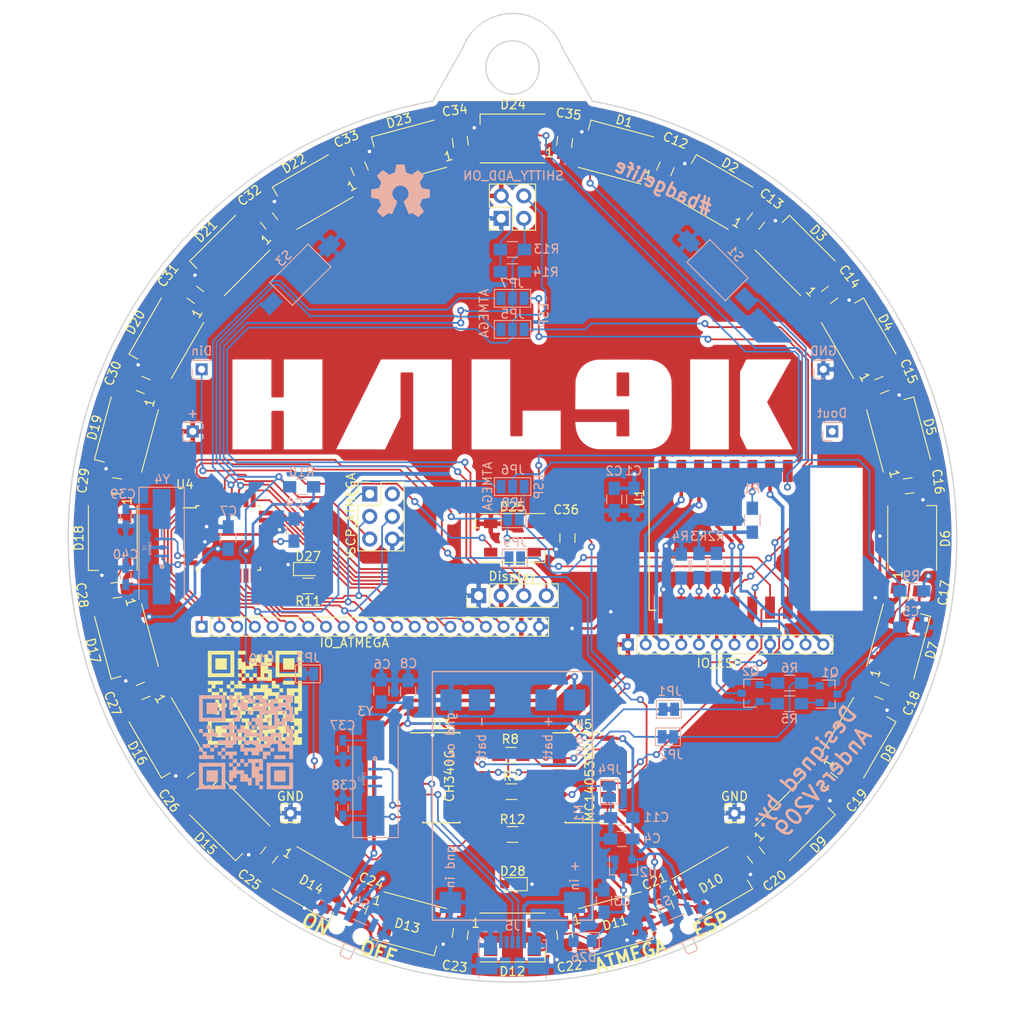
<source format=kicad_pcb>
(kicad_pcb (version 20171130) (host pcbnew "(5.0.0)")
  (layers (0 F.Cu signal) (31 B.Cu signal) (34 B.Paste user) (35 F.Paste user) (36 B.SilkS user) (37 F.SilkS user) (38 B.Mask user) (39 F.Mask user) (44 Edge.Cuts user))
  (net 0 "")
  (net 1 GND)
  (net 2 +BATT)
  (net 3 +5V)
  (net 4 +3V3)
  (net 5 ESP_RESET)
  (net 6 ATMEGA_AREF)
  (net 7 FTDI_ATMEGA_DTR)
  (net 8 ATMEGA_RESET)
  (net 9 "Net-(C37-Pad1)")
  (net 10 "Net-(C38-Pad1)")
  (net 11 "Net-(C39-Pad2)")
  (net 12 "Net-(C40-Pad2)")
  (net 13 "Net-(D25-Pad2)")
  (net 14 WS2812B_Dout)
  (net 15 "Net-(J5-Pad4)")
  (net 16 "Net-(J5-Pad3)")
  (net 17 "Net-(J5-Pad2)")
  (net 18 ATMEGA_11)
  (net 19 ATMEGA_13)
  (net 20 ATMEGA_12)
  (net 21 I2C_SCL)
  (net 22 I2C_SDA)
  (net 23 ESP_RX)
  (net 24 ESP_TX)
  (net 25 FTDI_ESP_DTR)
  (net 26 FTDI_ESP_RTS)
  (net 27 ATMEGA_RX)
  (net 28 ATMEGA_TX)
  (net 29 CH340_ESP_DTR)
  (net 30 CH340_RTS)
  (net 31 CH340_ATMEGA_DTR)
  (net 32 "Net-(JP4-Pad2)")
  (net 33 ESP_4_SDA)
  (net 34 ATMEGA_A4_SDA)
  (net 35 ATMEGA_6)
  (net 36 WS2812B_Din)
  (net 37 ATMEGA_A5_SCL)
  (net 38 ESP_5_SCL)
  (net 39 "Net-(M1-Pad4)")
  (net 40 "Net-(M1-Pad5)")
  (net 41 "Net-(M1-Pad6)")
  (net 42 ESP_0)
  (net 43 ESP_CHPD)
  (net 44 ESP_2)
  (net 45 ESP_15)
  (net 46 CH340_TX)
  (net 47 "Net-(R7-Pad2)")
  (net 48 "Net-(R8-Pad2)")
  (net 49 CH340_RX)
  (net 50 "Net-(S2-Pad2)")
  (net 51 "Net-(S4-Pad1)")
  (net 52 ESP_13)
  (net 53 ESP_12)
  (net 54 ESP_14)
  (net 55 ESP_16)
  (net 56 ESP_ADC)
  (net 57 "Net-(U3-Pad15)")
  (net 58 CH340_DTR)
  (net 59 "Net-(U3-Pad12)")
  (net 60 "Net-(U3-Pad11)")
  (net 61 "Net-(U3-Pad10)")
  (net 62 "Net-(U3-Pad9)")
  (net 63 "Net-(D1-Pad2)")
  (net 64 "Net-(D2-Pad2)")
  (net 65 "Net-(D3-Pad2)")
  (net 66 "Net-(D4-Pad2)")
  (net 67 "Net-(D5-Pad2)")
  (net 68 "Net-(D6-Pad2)")
  (net 69 "Net-(D7-Pad2)")
  (net 70 "Net-(D8-Pad2)")
  (net 71 "Net-(D10-Pad4)")
  (net 72 "Net-(D10-Pad2)")
  (net 73 "Net-(D11-Pad2)")
  (net 74 "Net-(D12-Pad2)")
  (net 75 "Net-(D13-Pad2)")
  (net 76 "Net-(D14-Pad2)")
  (net 77 "Net-(D15-Pad2)")
  (net 78 "Net-(D16-Pad2)")
  (net 79 "Net-(D17-Pad2)")
  (net 80 "Net-(D18-Pad2)")
  (net 81 "Net-(D19-Pad2)")
  (net 82 "Net-(D20-Pad2)")
  (net 83 "Net-(D21-Pad2)")
  (net 84 "Net-(D22-Pad2)")
  (net 85 "Net-(D23-Pad2)")
  (net 86 "Net-(D24-Pad2)")
  (net 87 ATMEGA_3)
  (net 88 ATMEGA_4)
  (net 89 ATMEGA_5)
  (net 90 ATMEGA_7)
  (net 91 ATMEGA_8)
  (net 92 ATMEGA_9)
  (net 93 ATMEGA_10)
  (net 94 ATMEGA_A6)
  (net 95 ATMEGA_A7)
  (net 96 ATMEGA_A0)
  (net 97 ATMEGA_A1)
  (net 98 ATMEGA_A2)
  (net 99 ATMEGA_A3)
  (net 100 ATMEGA_2)
  (net 101 "Net-(D27-Pad2)")
  (net 102 "Net-(D28-Pad2)")
  (net 103 VCC)
  (net 104 "Net-(J6-Pad2)")
  (net 105 "Net-(Q2-Pad1)")
  (net 106 "Net-(Q1-Pad1)")
  (module hal9k:HQR2000 (layer B.Cu) (at 120 123)
    (fp_text reference "" hide)
    (fp_text value "" hide)
  )
  (module Housings_SOIC:SOIC-16_3.9x9.9mm_Pitch1.27mm (layer F.Cu) (at 158 127)
    (fp_text reference U5 (at 0 -6) (layer F.SilkS))
    (fp_text value MC14053BDG (at 0.7 0 90) (layer F.SilkS))
    (pad 1 smd rect (at -2.7 -4.445) (size 1.5 0.6) (layers F.Cu F.Paste F.Mask) (net 24 ESP_TX))
    (pad 2 smd rect (at -2.7 -3.175) (size 1.5 0.6) (layers F.Cu F.Paste F.Mask) (net 28 ATMEGA_TX))
    (pad 3 smd rect (at -2.7 -1.905) (size 1.5 0.6) (layers F.Cu F.Paste F.Mask) (net 29 CH340_ESP_DTR))
    (pad 4 smd rect (at -2.7 -0.635) (size 1.5 0.6) (layers F.Cu F.Paste F.Mask) (net 58 CH340_DTR))
    (pad 5 smd rect (at -2.7 0.635) (size 1.5 0.6) (layers F.Cu F.Paste F.Mask) (net 31 CH340_ATMEGA_DTR))
    (pad 6 smd rect (at -2.7 1.905) (size 1.5 0.6) (layers F.Cu F.Paste F.Mask) (net 32 "Net-(JP4-Pad2)"))
    (pad 7 smd rect (at -2.7 3.175) (size 1.5 0.6) (layers F.Cu F.Paste F.Mask) (net 1 GND))
    (pad 8 smd rect (at -2.7 4.445) (size 1.5 0.6) (layers F.Cu F.Paste F.Mask) (net 1 GND))
    (pad 9 smd rect (at 2.7 4.445) (size 1.5 0.6) (layers F.Cu F.Paste F.Mask) (net 50 "Net-(S2-Pad2)"))
    (pad 10 smd rect (at 2.7 3.175) (size 1.5 0.6) (layers F.Cu F.Paste F.Mask) (net 50 "Net-(S2-Pad2)"))
    (pad 11 smd rect (at 2.7 1.905) (size 1.5 0.6) (layers F.Cu F.Paste F.Mask) (net 50 "Net-(S2-Pad2)"))
    (pad 12 smd rect (at 2.7 0.635) (size 1.5 0.6) (layers F.Cu F.Paste F.Mask) (net 27 ATMEGA_RX))
    (pad 13 smd rect (at 2.7 -0.635) (size 1.5 0.6) (layers F.Cu F.Paste F.Mask) (net 23 ESP_RX))
    (pad 14 smd rect (at 2.7 -1.905) (size 1.5 0.6) (layers F.Cu F.Paste F.Mask) (net 46 CH340_TX))
    (pad 15 smd rect (at 2.7 -3.175) (size 1.5 0.6) (layers F.Cu F.Paste F.Mask) (net 49 CH340_RX))
    (pad 16 smd rect (at 2.7 -4.445) (size 1.5 0.6) (layers F.Cu F.Paste F.Mask) (net 4 +3V3))
  )
  (module LED_SMD:LED_WS2812B_PLCC4_5.0x5.0mm_P3.2mm (layer F.Cu) (at 193.466662 111.646857 75)
    (fp_text reference D7 (at -0.009774 3.878008 75) (layer F.SilkS))
    (fp_text value WS2812B)
    (fp_text user 1 (at -4.15 -1.6 75) (layer F.SilkS))
    (pad 3 smd rect (at 2.45 1.6 75) (size 1.5 1) (layers F.Cu F.Paste F.Mask) (net 1 GND))
    (pad 4 smd rect (at 2.45 -1.6 75) (size 1.5 1) (layers F.Cu F.Paste F.Mask) (net 68 "Net-(D6-Pad2)"))
    (pad 2 smd rect (at -2.45 1.6 75) (size 1.5 1) (layers F.Cu F.Paste F.Mask) (net 69 "Net-(D7-Pad2)"))
    (pad 1 smd rect (at -2.45 -1.6 75) (size 1.5 1) (layers F.Cu F.Paste F.Mask) (net 2 +BATT))
  )
  (module LED_SMD:LED_WS2812B_PLCC4_5.0x5.0mm_P3.2mm (layer F.Cu) (at 188.971143 122.5 60)
    (fp_text reference D8 (at 0.160224 3.797516 60) (layer F.SilkS))
    (fp_text value WS2812B)
    (fp_text user 1 (at -4.15 -1.6 60) (layer F.SilkS))
    (pad 3 smd rect (at 2.45 1.6 60) (size 1.5 1) (layers F.Cu F.Paste F.Mask) (net 1 GND))
    (pad 4 smd rect (at 2.45 -1.6 60) (size 1.5 1) (layers F.Cu F.Paste F.Mask) (net 69 "Net-(D7-Pad2)"))
    (pad 2 smd rect (at -2.45 1.6 60) (size 1.5 1) (layers F.Cu F.Paste F.Mask) (net 70 "Net-(D8-Pad2)"))
    (pad 1 smd rect (at -2.45 -1.6 60) (size 1.5 1) (layers F.Cu F.Paste F.Mask) (net 2 +BATT))
  )
  (module LED_SMD:LED_WS2812B_PLCC4_5.0x5.0mm_P3.2mm (layer F.Cu) (at 181.819805 131.819805 45)
    (fp_text reference D9 (at -0.056569 3.790368 45) (layer F.SilkS))
    (fp_text value WS2812B)
    (fp_text user 1 (at -4.15 -1.6 45) (layer F.SilkS))
    (pad 3 smd rect (at 2.45 1.6 45) (size 1.5 1) (layers F.Cu F.Paste F.Mask) (net 1 GND))
    (pad 4 smd rect (at 2.45 -1.6 45) (size 1.5 1) (layers F.Cu F.Paste F.Mask) (net 70 "Net-(D8-Pad2)"))
    (pad 2 smd rect (at -2.45 1.6 45) (size 1.5 1) (layers F.Cu F.Paste F.Mask) (net 71 "Net-(D10-Pad4)"))
    (pad 1 smd rect (at -2.45 -1.6 45) (size 1.5 1) (layers F.Cu F.Paste F.Mask) (net 2 +BATT))
  )
  (module LED_SMD:LED_WS2812B_PLCC4_5.0x5.0mm_P3.2mm (layer F.Cu) (at 172.5 138.971143 30)
    (fp_text reference D10 (at -0.090672 -0.122951 30) (layer F.SilkS))
    (fp_text value WS2812B)
    (fp_text user 1 (at -4.149999 -1.6 30) (layer F.SilkS))
    (pad 3 smd rect (at 2.45 1.6 30) (size 1.5 1) (layers F.Cu F.Paste F.Mask) (net 1 GND))
    (pad 4 smd rect (at 2.45 -1.6 30) (size 1.5 1) (layers F.Cu F.Paste F.Mask) (net 71 "Net-(D10-Pad4)"))
    (pad 2 smd rect (at -2.45 1.6 30) (size 1.5 1) (layers F.Cu F.Paste F.Mask) (net 72 "Net-(D10-Pad2)"))
    (pad 1 smd rect (at -2.45 -1.6 30) (size 1.5 1) (layers F.Cu F.Paste F.Mask) (net 2 +BATT))
  )
  (module LED_SMD:LED_WS2812B_PLCC4_5.0x5.0mm_P3.2mm (layer F.Cu) (at 161.646857 143.466662 15)
    (fp_text reference D11 (at -0.058879 -0.115849 15) (layer F.SilkS))
    (fp_text value WS2812B)
    (fp_text user 1 (at -4.15 -1.6 15) (layer F.SilkS))
    (pad 3 smd rect (at 2.45 1.6 15) (size 1.5 1) (layers F.Cu F.Paste F.Mask) (net 1 GND))
    (pad 4 smd rect (at 2.45 -1.6 15) (size 1.5 1) (layers F.Cu F.Paste F.Mask) (net 72 "Net-(D10-Pad2)"))
    (pad 2 smd rect (at -2.45 1.6 15) (size 1.5 1) (layers F.Cu F.Paste F.Mask) (net 73 "Net-(D11-Pad2)"))
    (pad 1 smd rect (at -2.45 -1.6 15) (size 1.5 1) (layers F.Cu F.Paste F.Mask) (net 2 +BATT))
  )
  (module LED_SMD:LED_WS2812B_PLCC4_5.0x5.0mm_P3.2mm (layer F.Cu) (at 150 145)
    (fp_text reference D12 (at -0.02 3.83) (layer F.SilkS))
    (fp_text value WS2812B)
    (fp_text user 1 (at -4.15 -1.6) (layer F.SilkS))
    (pad 3 smd rect (at 2.45 1.6) (size 1.5 1) (layers F.Cu F.Paste F.Mask) (net 1 GND))
    (pad 4 smd rect (at 2.45 -1.6) (size 1.5 1) (layers F.Cu F.Paste F.Mask) (net 73 "Net-(D11-Pad2)"))
    (pad 2 smd rect (at -2.45 1.6) (size 1.5 1) (layers F.Cu F.Paste F.Mask) (net 74 "Net-(D12-Pad2)"))
    (pad 1 smd rect (at -2.45 -1.6) (size 1.5 1) (layers F.Cu F.Paste F.Mask) (net 2 +BATT))
  )
  (module LED_SMD:LED_WS2812B_PLCC4_5.0x5.0mm_P3.2mm (layer F.Cu) (at 138.353143 143.466662 345)
    (fp_text reference D13 (at -0.141005 0.258646 345) (layer F.SilkS))
    (fp_text value WS2812B)
    (fp_text user 1 (at -4.15 -1.6 345) (layer F.SilkS))
    (pad 3 smd rect (at 2.45 1.6 345) (size 1.5 1) (layers F.Cu F.Paste F.Mask) (net 1 GND))
    (pad 4 smd rect (at 2.45 -1.6 345) (size 1.5 1) (layers F.Cu F.Paste F.Mask) (net 74 "Net-(D12-Pad2)"))
    (pad 2 smd rect (at -2.45 1.6 345) (size 1.5 1) (layers F.Cu F.Paste F.Mask) (net 75 "Net-(D13-Pad2)"))
    (pad 1 smd rect (at -2.45 -1.6 345) (size 1.5 1) (layers F.Cu F.Paste F.Mask) (net 2 +BATT))
  )
  (module LED_SMD:LED_WS2812B_PLCC4_5.0x5.0mm_P3.2mm (layer F.Cu) (at 127.5 138.971143 330)
    (fp_text reference D14 (at -0.086815 0.129632 330) (layer F.SilkS))
    (fp_text value WS2812B)
    (fp_text user 1 (at -4.15 -1.6 330) (layer F.SilkS))
    (pad 3 smd rect (at 2.45 1.6 330) (size 1.5 1) (layers F.Cu F.Paste F.Mask) (net 1 GND))
    (pad 4 smd rect (at 2.45 -1.6 330) (size 1.5 1) (layers F.Cu F.Paste F.Mask) (net 75 "Net-(D13-Pad2)"))
    (pad 2 smd rect (at -2.45 1.6 330) (size 1.5 1) (layers F.Cu F.Paste F.Mask) (net 76 "Net-(D14-Pad2)"))
    (pad 1 smd rect (at -2.45 -1.6 330) (size 1.5 1) (layers F.Cu F.Paste F.Mask) (net 2 +BATT))
  )
  (module LED_SMD:LED_WS2812B_PLCC4_5.0x5.0mm_P3.2mm (layer F.Cu) (at 118.180195 131.819805 315)
    (fp_text reference D15 (at -0.084853 3.776226 315) (layer F.SilkS))
    (fp_text value WS2812B)
    (fp_text user 1 (at -4.15 -1.6 315) (layer F.SilkS))
    (pad 3 smd rect (at 2.45 1.6 315) (size 1.5 1) (layers F.Cu F.Paste F.Mask) (net 1 GND))
    (pad 4 smd rect (at 2.45 -1.6 315) (size 1.5 1) (layers F.Cu F.Paste F.Mask) (net 76 "Net-(D14-Pad2)"))
    (pad 2 smd rect (at -2.45 1.6 315) (size 1.5 1) (layers F.Cu F.Paste F.Mask) (net 77 "Net-(D15-Pad2)"))
    (pad 1 smd rect (at -2.45 -1.6 315) (size 1.5 1) (layers F.Cu F.Paste F.Mask) (net 2 +BATT))
  )
  (module LED_SMD:LED_WS2812B_PLCC4_5.0x5.0mm_P3.2mm (layer F.Cu) (at 111.028857 122.5 300)
    (fp_text reference D16 (at -0.122544 3.692253 300) (layer F.SilkS))
    (fp_text value WS2812B)
    (fp_text user 1 (at -4.15 -1.6 300) (layer F.SilkS))
    (pad 3 smd rect (at 2.45 1.6 300) (size 1.5 1) (layers F.Cu F.Paste F.Mask) (net 1 GND))
    (pad 4 smd rect (at 2.45 -1.6 300) (size 1.5 1) (layers F.Cu F.Paste F.Mask) (net 77 "Net-(D15-Pad2)"))
    (pad 2 smd rect (at -2.45 1.6 300) (size 1.5 1) (layers F.Cu F.Paste F.Mask) (net 78 "Net-(D16-Pad2)"))
    (pad 1 smd rect (at -2.45 -1.6 300) (size 1.5 1) (layers F.Cu F.Paste F.Mask) (net 2 +BATT))
  )
  (module LED_SMD:LED_WS2812B_PLCC4_5.0x5.0mm_P3.2mm (layer F.Cu) (at 106.533338 111.646857 285)
    (fp_text reference D17 (at 0.048411 3.88836 285) (layer F.SilkS))
    (fp_text value WS2812B)
    (fp_text user 1 (at -4.15 -1.6 285) (layer F.SilkS))
    (pad 3 smd rect (at 2.45 1.6 285) (size 1.5 1) (layers F.Cu F.Paste F.Mask) (net 1 GND))
    (pad 4 smd rect (at 2.45 -1.6 285) (size 1.5 1) (layers F.Cu F.Paste F.Mask) (net 78 "Net-(D16-Pad2)"))
    (pad 2 smd rect (at -2.45 1.6 285) (size 1.5 1) (layers F.Cu F.Paste F.Mask) (net 79 "Net-(D17-Pad2)"))
    (pad 1 smd rect (at -2.45 -1.6 285) (size 1.5 1) (layers F.Cu F.Paste F.Mask) (net 2 +BATT))
  )
  (module LED_SMD:LED_WS2812B_PLCC4_5.0x5.0mm_P3.2mm (layer F.Cu) (at 105 100 270)
    (fp_text reference D18 (at 0.02 3.82 90) (layer F.SilkS))
    (fp_text value WS2812B)
    (fp_text user 1 (at -4.15 -1.6 270) (layer F.SilkS))
    (pad 3 smd rect (at 2.45 1.6 270) (size 1.5 1) (layers F.Cu F.Paste F.Mask) (net 1 GND))
    (pad 4 smd rect (at 2.45 -1.6 270) (size 1.5 1) (layers F.Cu F.Paste F.Mask) (net 79 "Net-(D17-Pad2)"))
    (pad 2 smd rect (at -2.45 1.6 270) (size 1.5 1) (layers F.Cu F.Paste F.Mask) (net 80 "Net-(D18-Pad2)"))
    (pad 1 smd rect (at -2.45 -1.6 270) (size 1.5 1) (layers F.Cu F.Paste F.Mask) (net 2 +BATT))
  )
  (module LED_SMD:LED_WS2812B_PLCC4_5.0x5.0mm_P3.2mm (layer F.Cu) (at 106.533338 88.353143 255)
    (fp_text reference D19 (at 0.158731 3.65686 255) (layer F.SilkS))
    (fp_text value WS2812B)
    (fp_text user 1 (at -4.15 -1.6 255) (layer F.SilkS))
    (pad 3 smd rect (at 2.45 1.6 255) (size 1.5 1) (layers F.Cu F.Paste F.Mask) (net 1 GND))
    (pad 4 smd rect (at 2.45 -1.6 255) (size 1.5 1) (layers F.Cu F.Paste F.Mask) (net 80 "Net-(D18-Pad2)"))
    (pad 2 smd rect (at -2.45 1.6 255) (size 1.5 1) (layers F.Cu F.Paste F.Mask) (net 81 "Net-(D19-Pad2)"))
    (pad 1 smd rect (at -2.45 -1.6 255) (size 1.5 1) (layers F.Cu F.Paste F.Mask) (net 2 +BATT))
  )
  (module LED_SMD:LED_WS2812B_PLCC4_5.0x5.0mm_P3.2mm (layer F.Cu) (at 111.028857 77.5 240)
    (fp_text reference D20 (at 0.189243 3.907779 240) (layer F.SilkS))
    (fp_text value WS2812B)
    (fp_text user 1 (at -4.15 -1.6 240) (layer F.SilkS))
    (pad 3 smd rect (at 2.45 1.6 240) (size 1.5 1) (layers F.Cu F.Paste F.Mask) (net 1 GND))
    (pad 4 smd rect (at 2.45 -1.6 240) (size 1.5 1) (layers F.Cu F.Paste F.Mask) (net 81 "Net-(D19-Pad2)"))
    (pad 2 smd rect (at -2.45 1.6 240) (size 1.5 1) (layers F.Cu F.Paste F.Mask) (net 82 "Net-(D20-Pad2)"))
    (pad 1 smd rect (at -2.45 -1.6 240) (size 1.5 1) (layers F.Cu F.Paste F.Mask) (net 2 +BATT))
  )
  (module LED_SMD:LED_WS2812B_PLCC4_5.0x5.0mm_P3.2mm (layer F.Cu) (at 118.180195 68.180195 225)
    (fp_text reference D21 (at -0.028284 3.818652 225) (layer F.SilkS))
    (fp_text value WS2812B)
    (fp_text user 1 (at -4.15 -1.6 225) (layer F.SilkS))
    (pad 3 smd rect (at 2.45 1.6 225) (size 1.5 1) (layers F.Cu F.Paste F.Mask) (net 1 GND))
    (pad 4 smd rect (at 2.45 -1.6 225) (size 1.5 1) (layers F.Cu F.Paste F.Mask) (net 82 "Net-(D20-Pad2)"))
    (pad 2 smd rect (at -2.45 1.6 225) (size 1.5 1) (layers F.Cu F.Paste F.Mask) (net 83 "Net-(D21-Pad2)"))
    (pad 1 smd rect (at -2.45 -1.6 225) (size 1.5 1) (layers F.Cu F.Paste F.Mask) (net 2 +BATT))
  )
  (module LED_SMD:LED_WS2812B_PLCC4_5.0x5.0mm_P3.2mm (layer F.Cu) (at 127.5 61.028857 210)
    (fp_text reference D22 (at 0.215565 3.806631 210) (layer F.SilkS))
    (fp_text value WS2812B)
    (fp_text user 1 (at -4.15 -1.6 210) (layer F.SilkS))
    (pad 3 smd rect (at 2.45 1.6 210) (size 1.5 1) (layers F.Cu F.Paste F.Mask) (net 1 GND))
    (pad 4 smd rect (at 2.45 -1.6 210) (size 1.5 1) (layers F.Cu F.Paste F.Mask) (net 83 "Net-(D21-Pad2)"))
    (pad 2 smd rect (at -2.45 1.6 210) (size 1.5 1) (layers F.Cu F.Paste F.Mask) (net 84 "Net-(D22-Pad2)"))
    (pad 1 smd rect (at -2.45 -1.6 210) (size 1.5 1) (layers F.Cu F.Paste F.Mask) (net 2 +BATT))
  )
  (module LED_SMD:LED_WS2812B_PLCC4_5.0x5.0mm_P3.2mm (layer F.Cu) (at 138.353143 56.533338 195)
    (fp_text reference D23 (at 0.180037 3.706221 195) (layer F.SilkS))
    (fp_text value WS2812B)
    (fp_text user 1 (at -4.15 -1.6 195) (layer F.SilkS))
    (pad 3 smd rect (at 2.45 1.6 195) (size 1.5 1) (layers F.Cu F.Paste F.Mask) (net 1 GND))
    (pad 4 smd rect (at 2.45 -1.6 195) (size 1.5 1) (layers F.Cu F.Paste F.Mask) (net 84 "Net-(D22-Pad2)"))
    (pad 2 smd rect (at -2.45 1.6 195) (size 1.5 1) (layers F.Cu F.Paste F.Mask) (net 85 "Net-(D23-Pad2)"))
    (pad 1 smd rect (at -2.45 -1.6 195) (size 1.5 1) (layers F.Cu F.Paste F.Mask) (net 2 +BATT))
  )
  (module LED_SMD:LED_WS2812B_PLCC4_5.0x5.0mm_P3.2mm (layer F.Cu) (at 150 55 180)
    (fp_text reference D24 (at -0.06 3.81 180) (layer F.SilkS))
    (fp_text value WS2812B)
    (fp_text user 1 (at -4.15 -1.6 180) (layer F.SilkS))
    (pad 3 smd rect (at 2.45 1.6 180) (size 1.5 1) (layers F.Cu F.Paste F.Mask) (net 1 GND))
    (pad 4 smd rect (at 2.45 -1.6 180) (size 1.5 1) (layers F.Cu F.Paste F.Mask) (net 85 "Net-(D23-Pad2)"))
    (pad 2 smd rect (at -2.45 1.6 180) (size 1.5 1) (layers F.Cu F.Paste F.Mask) (net 86 "Net-(D24-Pad2)"))
    (pad 1 smd rect (at -2.45 -1.6 180) (size 1.5 1) (layers F.Cu F.Paste F.Mask) (net 2 +BATT))
  )
  (module LED_SMD:LED_WS2812B_PLCC4_5.0x5.0mm_P3.2mm (layer F.Cu) (at 161.646857 56.533338 165)
    (fp_text reference D1 (at -0.009452 3.60875 165) (layer F.SilkS))
    (fp_text value WS2812B)
    (fp_text user 1 (at -4.15 -1.6 165) (layer F.SilkS))
    (pad 3 smd rect (at 2.45 1.6 165) (size 1.5 1) (layers F.Cu F.Paste F.Mask) (net 1 GND))
    (pad 4 smd rect (at 2.45 -1.6 165) (size 1.5 1) (layers F.Cu F.Paste F.Mask) (net 36 WS2812B_Din))
    (pad 2 smd rect (at -2.45 1.6 165) (size 1.5 1) (layers F.Cu F.Paste F.Mask) (net 63 "Net-(D1-Pad2)"))
    (pad 1 smd rect (at -2.45 -1.6 165) (size 1.5 1) (layers F.Cu F.Paste F.Mask) (net 2 +BATT))
  )
  (module LED_SMD:LED_WS2812B_PLCC4_5.0x5.0mm_P3.2mm (layer F.Cu) (at 172.5 61.028857 150)
    (fp_text reference D2 (at -0.228962 3.583426 150) (layer F.SilkS))
    (fp_text value WS2812B)
    (fp_text user 1 (at -4.15 -1.6 150) (layer F.SilkS))
    (pad 3 smd rect (at 2.45 1.6 150) (size 1.5 1) (layers F.Cu F.Paste F.Mask) (net 1 GND))
    (pad 4 smd rect (at 2.45 -1.6 150) (size 1.5 1) (layers F.Cu F.Paste F.Mask) (net 63 "Net-(D1-Pad2)"))
    (pad 2 smd rect (at -2.45 1.6 150) (size 1.5 1) (layers F.Cu F.Paste F.Mask) (net 64 "Net-(D2-Pad2)"))
    (pad 1 smd rect (at -2.45 -1.6 150) (size 1.5 1) (layers F.Cu F.Paste F.Mask) (net 2 +BATT))
  )
  (module LED_SMD:LED_WS2812B_PLCC4_5.0x5.0mm_P3.2mm (layer F.Cu) (at 181.819805 68.180195 135)
    (fp_text reference D3 (at -0.056569 3.620662 135) (layer F.SilkS))
    (fp_text value WS2812B)
    (fp_text user 1 (at -4.15 -1.6 135) (layer F.SilkS))
    (pad 3 smd rect (at 2.45 1.6 135) (size 1.5 1) (layers F.Cu F.Paste F.Mask) (net 1 GND))
    (pad 4 smd rect (at 2.45 -1.6 135) (size 1.5 1) (layers F.Cu F.Paste F.Mask) (net 64 "Net-(D2-Pad2)"))
    (pad 2 smd rect (at -2.45 1.6 135) (size 1.5 1) (layers F.Cu F.Paste F.Mask) (net 65 "Net-(D3-Pad2)"))
    (pad 1 smd rect (at -2.45 -1.6 135) (size 1.5 1) (layers F.Cu F.Paste F.Mask) (net 2 +BATT))
  )
  (module LED_SMD:LED_WS2812B_PLCC4_5.0x5.0mm_P3.2mm (layer F.Cu) (at 188.971143 77.5 120)
    (fp_text reference D4 (at 0.008436 3.525388 120) (layer F.SilkS))
    (fp_text value WS2812B)
    (fp_text user 1 (at -4.15 -1.6 120) (layer F.SilkS))
    (pad 3 smd rect (at 2.45 1.6 120) (size 1.5 1) (layers F.Cu F.Paste F.Mask) (net 1 GND))
    (pad 4 smd rect (at 2.45 -1.6 120) (size 1.5 1) (layers F.Cu F.Paste F.Mask) (net 65 "Net-(D3-Pad2)"))
    (pad 2 smd rect (at -2.45 1.6 120) (size 1.5 1) (layers F.Cu F.Paste F.Mask) (net 66 "Net-(D4-Pad2)"))
    (pad 1 smd rect (at -2.45 -1.6 120) (size 1.5 1) (layers F.Cu F.Paste F.Mask) (net 2 +BATT))
  )
  (module LED_SMD:LED_WS2812B_PLCC4_5.0x5.0mm_P3.2mm (layer F.Cu) (at 193.466662 88.353143 105)
    (fp_text reference D5 (at -0.065927 3.61961 105) (layer F.SilkS))
    (fp_text value WS2812B)
    (fp_text user 1 (at -4.15 -1.6 105) (layer F.SilkS))
    (pad 3 smd rect (at 2.45 1.6 105) (size 1.5 1) (layers F.Cu F.Paste F.Mask) (net 1 GND))
    (pad 4 smd rect (at 2.45 -1.6 105) (size 1.5 1) (layers F.Cu F.Paste F.Mask) (net 66 "Net-(D4-Pad2)"))
    (pad 2 smd rect (at -2.45 1.6 105) (size 1.5 1) (layers F.Cu F.Paste F.Mask) (net 67 "Net-(D5-Pad2)"))
    (pad 1 smd rect (at -2.45 -1.6 105) (size 1.5 1) (layers F.Cu F.Paste F.Mask) (net 2 +BATT))
  )
  (module LED_SMD:LED_WS2812B_PLCC4_5.0x5.0mm_P3.2mm (layer F.Cu) (at 195 100 90)
    (fp_text reference D6 (at -0.08 3.74 270) (layer F.SilkS))
    (fp_text value WS2812B)
    (fp_text user 1 (at -4.15 -1.6 90) (layer F.SilkS))
    (pad 3 smd rect (at 2.45 1.6 90) (size 1.5 1) (layers F.Cu F.Paste F.Mask) (net 1 GND))
    (pad 4 smd rect (at 2.45 -1.6 90) (size 1.5 1) (layers F.Cu F.Paste F.Mask) (net 67 "Net-(D5-Pad2)"))
    (pad 2 smd rect (at -2.45 1.6 90) (size 1.5 1) (layers F.Cu F.Paste F.Mask) (net 68 "Net-(D6-Pad2)"))
    (pad 1 smd rect (at -2.45 -1.6 90) (size 1.5 1) (layers F.Cu F.Paste F.Mask) (net 2 +BATT))
  )
  (module LED_SMD:LED_WS2812B_PLCC4_5.0x5.0mm_P3.2mm (layer F.Cu) (at 150 100)
    (fp_text reference D25 (at 0 -3.5) (layer F.SilkS))
    (fp_text value WS2812B)
    (fp_text user 1 (at -4.15 -1.6) (layer F.SilkS))
    (pad 3 smd rect (at 2.45 1.6) (size 1.5 1) (layers F.Cu F.Paste F.Mask) (net 1 GND))
    (pad 4 smd rect (at 2.45 -1.6) (size 1.5 1) (layers F.Cu F.Paste F.Mask) (net 86 "Net-(D24-Pad2)"))
    (pad 2 smd rect (at -2.45 1.6) (size 1.5 1) (layers F.Cu F.Paste F.Mask) (net 13 "Net-(D25-Pad2)"))
    (pad 1 smd rect (at -2.45 -1.6) (size 1.5 1) (layers F.Cu F.Paste F.Mask) (net 2 +BATT))
  )
  (module Capacitors_SMD:C_0805_HandSoldering (layer F.Cu) (at 191.574578 117.220754 337.5)
    (fp_text reference C18 (at 3.62465 0.034802 67.5) (layer F.SilkS))
    (fp_text value 100nF)
    (pad 1 smd rect (at -1.25 0 337.5) (size 1.5 1.25) (layers F.Cu F.Paste F.Mask) (net 2 +BATT))
    (pad 2 smd rect (at 1.25 0 337.5) (size 1.5 1.25) (layers F.Cu F.Paste F.Mask) (net 1 GND))
  )
  (module Capacitors_SMD:C_0805_HandSoldering (layer F.Cu) (at 185.7009 127.394263 322.5)
    (fp_text reference C19 (at 3.769715 -0.112333 52.5) (layer F.SilkS))
    (fp_text value 100nF)
    (pad 1 smd rect (at -1.25 0 322.5) (size 1.5 1.25) (layers F.Cu F.Paste F.Mask) (net 2 +BATT))
    (pad 2 smd rect (at 1.25 0 322.5) (size 1.5 1.25) (layers F.Cu F.Paste F.Mask) (net 1 GND))
  )
  (module Capacitors_SMD:C_0805_HandSoldering (layer F.Cu) (at 177.394264 135.700899 307.5)
    (fp_text reference C20 (at 3.603857 0.09851 37.5) (layer F.SilkS))
    (fp_text value 100nF)
    (pad 1 smd rect (at -1.25 0 307.5) (size 1.5 1.25) (layers F.Cu F.Paste F.Mask) (net 2 +BATT))
    (pad 2 smd rect (at 1.25 0 307.5) (size 1.5 1.25) (layers F.Cu F.Paste F.Mask) (net 1 GND))
  )
  (module Capacitors_SMD:C_0805_HandSoldering (layer F.Cu) (at 167.220755 141.574578 292.5)
    (fp_text reference C21 (at -3.135992 0.033189 22.5) (layer F.SilkS))
    (fp_text value 100nF)
    (pad 1 smd rect (at -1.25 0 292.5) (size 1.5 1.25) (layers F.Cu F.Paste F.Mask) (net 2 +BATT))
    (pad 2 smd rect (at 1.25 0 292.5) (size 1.5 1.25) (layers F.Cu F.Paste F.Mask) (net 1 GND))
  )
  (module Capacitors_SMD:C_0805_HandSoldering (layer F.Cu) (at 155.873679 144.615018 277.5)
    (fp_text reference C22 (at 3.666584 -0.078406 7.5) (layer F.SilkS))
    (fp_text value 100nF)
    (pad 1 smd rect (at -1.25 0 277.5) (size 1.5 1.25) (layers F.Cu F.Paste F.Mask) (net 2 +BATT))
    (pad 2 smd rect (at 1.25 0 277.5) (size 1.5 1.25) (layers F.Cu F.Paste F.Mask) (net 1 GND))
  )
  (module Capacitors_SMD:C_0805_HandSoldering (layer F.Cu) (at 144.126322 144.615018 262.5)
    (fp_text reference C23 (at 3.677026 0.157723 352.5) (layer F.SilkS))
    (fp_text value 100nF)
    (pad 1 smd rect (at -1.25 0 262.5) (size 1.5 1.25) (layers F.Cu F.Paste F.Mask) (net 2 +BATT))
    (pad 2 smd rect (at 1.25 0 262.5) (size 1.5 1.25) (layers F.Cu F.Paste F.Mask) (net 1 GND))
  )
  (module Capacitors_SMD:C_0805_HandSoldering (layer F.Cu) (at 132.779246 141.574578 247.5)
    (fp_text reference C24 (at -3.235105 -0.08955 337.5) (layer F.SilkS))
    (fp_text value 100nF)
    (pad 1 smd rect (at -1.25 0 247.5) (size 1.5 1.25) (layers F.Cu F.Paste F.Mask) (net 2 +BATT))
    (pad 2 smd rect (at 1.25 0 247.5) (size 1.5 1.25) (layers F.Cu F.Paste F.Mask) (net 1 GND))
  )
  (module Capacitors_SMD:C_0805_HandSoldering (layer F.Cu) (at 122.605737 135.7009 232.5)
    (fp_text reference C25 (at 3.537796 0.078229 322.5) (layer F.SilkS))
    (fp_text value 100nF)
    (pad 1 smd rect (at -1.25 0 232.5) (size 1.5 1.25) (layers F.Cu F.Paste F.Mask) (net 2 +BATT))
    (pad 2 smd rect (at 1.25 0 232.5) (size 1.5 1.25) (layers F.Cu F.Paste F.Mask) (net 1 GND))
  )
  (module Capacitors_SMD:C_0805_HandSoldering (layer F.Cu) (at 114.299101 127.394264 217.5)
    (fp_text reference C26 (at 3.686138 0.073413 307.5) (layer F.SilkS))
    (fp_text value 100nF)
    (pad 1 smd rect (at -1.25 0 217.5) (size 1.5 1.25) (layers F.Cu F.Paste F.Mask) (net 2 +BATT))
    (pad 2 smd rect (at 1.25 0 217.5) (size 1.5 1.25) (layers F.Cu F.Paste F.Mask) (net 1 GND))
  )
  (module Capacitors_SMD:C_0805_HandSoldering (layer F.Cu) (at 108.425422 117.220755 202.5)
    (fp_text reference C27 (at 3.730103 -0.001944 292.5) (layer F.SilkS))
    (fp_text value 100nF)
    (pad 1 smd rect (at -1.25 0 202.5) (size 1.5 1.25) (layers F.Cu F.Paste F.Mask) (net 2 +BATT))
    (pad 2 smd rect (at 1.25 0 202.5) (size 1.5 1.25) (layers F.Cu F.Paste F.Mask) (net 1 GND))
  )
  (module Capacitors_SMD:C_0805_HandSoldering (layer F.Cu) (at 105.384982 105.873679 187.5)
    (fp_text reference C28 (at 3.874788 -0.050996 277.5) (layer F.SilkS))
    (fp_text value 100nF)
    (pad 1 smd rect (at -1.25 0 187.5) (size 1.5 1.25) (layers F.Cu F.Paste F.Mask) (net 2 +BATT))
    (pad 2 smd rect (at 1.25 0 187.5) (size 1.5 1.25) (layers F.Cu F.Paste F.Mask) (net 1 GND))
  )
  (module Capacitors_SMD:C_0805_HandSoldering (layer F.Cu) (at 105.384982 94.126322 172.5)
    (fp_text reference C29 (at 3.738596 0.0891 262.5) (layer F.SilkS))
    (fp_text value 100nF)
    (pad 1 smd rect (at -1.25 0 172.5) (size 1.5 1.25) (layers F.Cu F.Paste F.Mask) (net 2 +BATT))
    (pad 2 smd rect (at 1.25 0 172.5) (size 1.5 1.25) (layers F.Cu F.Paste F.Mask) (net 1 GND))
  )
  (module Capacitors_SMD:C_0805_HandSoldering (layer F.Cu) (at 108.425422 82.779246 157.5)
    (fp_text reference C30 (at 3.669531 -0.092028 247.5) (layer F.SilkS))
    (fp_text value 100nF)
    (pad 1 smd rect (at -1.25 0 157.5) (size 1.5 1.25) (layers F.Cu F.Paste F.Mask) (net 2 +BATT))
    (pad 2 smd rect (at 1.25 0 157.5) (size 1.5 1.25) (layers F.Cu F.Paste F.Mask) (net 1 GND))
  )
  (module Capacitors_SMD:C_0805_HandSoldering (layer F.Cu) (at 114.2991 72.605737 142.5)
    (fp_text reference C31 (at 3.767319 -0.148309 232.5) (layer F.SilkS))
    (fp_text value 100nF)
    (pad 1 smd rect (at -1.25 0 142.5) (size 1.5 1.25) (layers F.Cu F.Paste F.Mask) (net 2 +BATT))
    (pad 2 smd rect (at 1.25 0 142.5) (size 1.5 1.25) (layers F.Cu F.Paste F.Mask) (net 1 GND))
  )
  (module Capacitors_SMD:C_0805_HandSoldering (layer F.Cu) (at 122.605736 64.299101 127.5)
    (fp_text reference C32 (at 3.639087 -0.013109 217.5) (layer F.SilkS))
    (fp_text value 100nF)
    (pad 1 smd rect (at -1.25 0 127.5) (size 1.5 1.25) (layers F.Cu F.Paste F.Mask) (net 2 +BATT))
    (pad 2 smd rect (at 1.25 0 127.5) (size 1.5 1.25) (layers F.Cu F.Paste F.Mask) (net 1 GND))
  )
  (module Capacitors_SMD:C_0805_HandSoldering (layer F.Cu) (at 132.779245 58.425422 112.5)
    (fp_text reference C33 (at 3.679154 -0.087992 202.5) (layer F.SilkS))
    (fp_text value 100nF)
    (pad 1 smd rect (at -1.25 0 112.5) (size 1.5 1.25) (layers F.Cu F.Paste F.Mask) (net 2 +BATT))
    (pad 2 smd rect (at 1.25 0 112.5) (size 1.5 1.25) (layers F.Cu F.Paste F.Mask) (net 1 GND))
  )
  (module Capacitors_SMD:C_0805_HandSoldering (layer F.Cu) (at 144.126321 55.384982 97.5)
    (fp_text reference C34 (at 3.5951 -0.148335 187.5) (layer F.SilkS))
    (fp_text value 100nF)
    (pad 1 smd rect (at -1.25 0 97.5) (size 1.5 1.25) (layers F.Cu F.Paste F.Mask) (net 2 +BATT))
    (pad 2 smd rect (at 1.25 0 97.5) (size 1.5 1.25) (layers F.Cu F.Paste F.Mask) (net 1 GND))
  )
  (module Capacitors_SMD:C_0805_HandSoldering (layer F.Cu) (at 155.873678 55.384982 82.5)
    (fp_text reference C35 (at 3.187553 0.04061 172.5) (layer F.SilkS))
    (fp_text value 100nF)
    (pad 1 smd rect (at -1.25 0 82.5) (size 1.5 1.25) (layers F.Cu F.Paste F.Mask) (net 2 +BATT))
    (pad 2 smd rect (at 1.25 0 82.5) (size 1.5 1.25) (layers F.Cu F.Paste F.Mask) (net 1 GND))
  )
  (module Capacitors_SMD:C_0805_HandSoldering (layer F.Cu) (at 167.220754 58.425422 67.5)
    (fp_text reference C12 (at 3.402806 -0.187201 157.5) (layer F.SilkS))
    (fp_text value 100nF)
    (pad 1 smd rect (at -1.25 0 67.5) (size 1.5 1.25) (layers F.Cu F.Paste F.Mask) (net 2 +BATT))
    (pad 2 smd rect (at 1.25 0 67.5) (size 1.5 1.25) (layers F.Cu F.Paste F.Mask) (net 1 GND))
  )
  (module Capacitors_SMD:C_0805_HandSoldering (layer F.Cu) (at 177.394263 64.2991 52.5)
    (fp_text reference C13 (at 3.067361 -0.140611 142.5) (layer F.SilkS))
    (fp_text value 100nF)
    (pad 1 smd rect (at -1.25 0 52.5) (size 1.5 1.25) (layers F.Cu F.Paste F.Mask) (net 2 +BATT))
    (pad 2 smd rect (at 1.25 0 52.5) (size 1.5 1.25) (layers F.Cu F.Paste F.Mask) (net 1 GND))
  )
  (module Capacitors_SMD:C_0805_HandSoldering (layer F.Cu) (at 185.700899 72.605736 37.5)
    (fp_text reference C14 (at 3.035785 -0.261759 127.5) (layer F.SilkS))
    (fp_text value 100nF)
    (pad 1 smd rect (at -1.25 0 37.5) (size 1.5 1.25) (layers F.Cu F.Paste F.Mask) (net 2 +BATT))
    (pad 2 smd rect (at 1.25 0 37.5) (size 1.5 1.25) (layers F.Cu F.Paste F.Mask) (net 1 GND))
  )
  (module Capacitors_SMD:C_0805_HandSoldering (layer F.Cu) (at 191.574578 82.779245 22.5)
    (fp_text reference C15 (at 3.4103 -0.275122 112.5) (layer F.SilkS))
    (fp_text value 100nF)
    (pad 1 smd rect (at -1.25 0 22.5) (size 1.5 1.25) (layers F.Cu F.Paste F.Mask) (net 2 +BATT))
    (pad 2 smd rect (at 1.25 0 22.5) (size 1.5 1.25) (layers F.Cu F.Paste F.Mask) (net 1 GND))
  )
  (module Capacitors_SMD:C_0805_HandSoldering (layer F.Cu) (at 194.615018 94.126321 7.5)
    (fp_text reference C16 (at 3.33888 -0.040859 97.5) (layer F.SilkS))
    (fp_text value 100nF)
    (pad 1 smd rect (at -1.25 0 7.5) (size 1.5 1.25) (layers F.Cu F.Paste F.Mask) (net 2 +BATT))
    (pad 2 smd rect (at 1.25 0 7.5) (size 1.5 1.25) (layers F.Cu F.Paste F.Mask) (net 1 GND))
  )
  (module Capacitors_SMD:C_0805_HandSoldering (layer B.Cu) (at 163.7 95.66 270)
    (fp_text reference C1 (at -3.23 0.09) (layer B.SilkS) (effects (justify mirror)))
    (fp_text value 10uF)
    (pad 1 smd rect (at -1.25 0 270) (size 1.5 1.25) (layers B.Cu B.Paste B.Mask) (net 2 +BATT))
    (pad 2 smd rect (at 1.25 0 270) (size 1.5 1.25) (layers B.Cu B.Paste B.Mask) (net 1 GND))
  )
  (module Capacitors_SMD:C_0805_HandSoldering (layer B.Cu) (at 161.46 95.66 270)
    (fp_text reference C2 (at -3.21 0.02) (layer B.SilkS) (effects (justify mirror)))
    (fp_text value 100nF)
    (pad 1 smd rect (at -1.25 0 270) (size 1.5 1.25) (layers B.Cu B.Paste B.Mask) (net 2 +BATT))
    (pad 2 smd rect (at 1.25 0 270) (size 1.5 1.25) (layers B.Cu B.Paste B.Mask) (net 1 GND))
  )
  (module Capacitors_SMD:C_0805_HandSoldering (layer B.Cu) (at 160.3 140.9 90)
    (fp_text reference C3 (at -0.01 2.05 180) (layer B.SilkS) (effects (justify mirror)))
    (fp_text value 1uF)
    (pad 1 smd rect (at -1.25 0 90) (size 1.5 1.25) (layers B.Cu B.Paste B.Mask) (net 3 +5V))
    (pad 2 smd rect (at 1.25 0 90) (size 1.5 1.25) (layers B.Cu B.Paste B.Mask) (net 1 GND))
  )
  (module Capacitors_SMD:C_0805_HandSoldering (layer B.Cu) (at 162.3 133.9 180)
    (fp_text reference C4 (at -3.43 0.05 180) (layer B.SilkS) (effects (justify mirror)))
    (fp_text value 1uF)
    (pad 2 smd rect (at 1.25 0 180) (size 1.5 1.25) (layers B.Cu B.Paste B.Mask) (net 1 GND))
    (pad 1 smd rect (at -1.25 0 180) (size 1.5 1.25) (layers B.Cu B.Paste B.Mask) (net 4 +3V3))
  )
  (module Capacitors_SMD:C_0805_HandSoldering (layer B.Cu) (at 194.84 110.04 180)
    (fp_text reference C5 (at 0 1.75 180) (layer B.SilkS) (effects (justify mirror)))
    (fp_text value 100nF)
    (pad 1 smd rect (at -1.25 0 180) (size 1.5 1.25) (layers B.Cu B.Paste B.Mask) (net 1 GND))
    (pad 2 smd rect (at 1.25 0 180) (size 1.5 1.25) (layers B.Cu B.Paste B.Mask) (net 5 ESP_RESET))
  )
  (module Capacitors_SMD:C_0805_HandSoldering (layer B.Cu) (at 135.24 117.23 90)
    (fp_text reference C6 (at 2.99 0.09 180) (layer B.SilkS) (effects (justify mirror)))
    (fp_text value 10uF)
    (pad 2 smd rect (at 1.25 0 90) (size 1.5 1.25) (layers B.Cu B.Paste B.Mask) (net 1 GND))
    (pad 1 smd rect (at -1.25 0 90) (size 1.5 1.25) (layers B.Cu B.Paste B.Mask) (net 4 +3V3))
  )
  (module Capacitors_SMD:C_0805_HandSoldering (layer B.Cu) (at 118 100 90)
    (fp_text reference C7 (at 3.03 0.03 180) (layer B.SilkS) (effects (justify mirror)))
    (fp_text value 100nF)
    (pad 2 smd rect (at 1.25 0 90) (size 1.5 1.25) (layers B.Cu B.Paste B.Mask) (net 1 GND))
    (pad 1 smd rect (at -1.25 0 90) (size 1.5 1.25) (layers B.Cu B.Paste B.Mask) (net 2 +BATT))
  )
  (module Capacitors_SMD:C_0805_HandSoldering (layer B.Cu) (at 138.25 117.31 90)
    (fp_text reference C8 (at 3.17 0.05 180) (layer B.SilkS) (effects (justify mirror)))
    (fp_text value 100nF)
    (pad 1 smd rect (at -1.25 0 90) (size 1.5 1.25) (layers B.Cu B.Paste B.Mask) (net 4 +3V3))
    (pad 2 smd rect (at 1.25 0 90) (size 1.5 1.25) (layers B.Cu B.Paste B.Mask) (net 1 GND))
  )
  (module Capacitors_SMD:C_0805_HandSoldering (layer B.Cu) (at 125.4 99.1 90)
    (fp_text reference C9 (at 3.01 0.08) (layer B.SilkS) (effects (justify mirror)))
    (fp_text value 100nF)
    (pad 1 smd rect (at -1.25 0 90) (size 1.5 1.25) (layers B.Cu B.Paste B.Mask) (net 6 ATMEGA_AREF))
    (pad 2 smd rect (at 1.25 0 90) (size 1.5 1.25) (layers B.Cu B.Paste B.Mask) (net 1 GND))
  )
  (module Capacitors_SMD:C_0805_HandSoldering (layer B.Cu) (at 121.77 115.18)
    (fp_text reference C10 (at -0.01 -1.57) (layer B.SilkS) (effects (justify mirror)))
    (fp_text value 100nF)
    (pad 2 smd rect (at 1.25 0) (size 1.5 1.25) (layers B.Cu B.Paste B.Mask) (net 7 FTDI_ATMEGA_DTR))
    (pad 1 smd rect (at -1.25 0) (size 1.5 1.25) (layers B.Cu B.Paste B.Mask) (net 8 ATMEGA_RESET))
  )
  (module Capacitors_SMD:C_0805_HandSoldering (layer B.Cu) (at 162.3 131.5 180)
    (fp_text reference C11 (at -3.89 0.04 180) (layer B.SilkS) (effects (justify mirror)))
    (fp_text value 100nF)
    (pad 2 smd rect (at 1.25 0 180) (size 1.5 1.25) (layers B.Cu B.Paste B.Mask) (net 1 GND))
    (pad 1 smd rect (at -1.25 0 180) (size 1.5 1.25) (layers B.Cu B.Paste B.Mask) (net 4 +3V3))
  )
  (module Capacitors_SMD:C_0805_HandSoldering (layer F.Cu) (at 194.615018 105.873678 352.5)
    (fp_text reference C17 (at 3.972349 -0.203918 82.5) (layer F.SilkS))
    (fp_text value 100nF)
    (pad 2 smd rect (at 1.25 0 352.5) (size 1.5 1.25) (layers F.Cu F.Paste F.Mask) (net 1 GND))
    (pad 1 smd rect (at -1.25 0 352.5) (size 1.5 1.25) (layers F.Cu F.Paste F.Mask) (net 2 +BATT))
  )
  (module Capacitors_SMD:C_0805_HandSoldering (layer F.Cu) (at 156.19 100.01 270)
    (fp_text reference C36 (at -3.19 0.15) (layer F.SilkS))
    (fp_text value 100nF)
    (pad 2 smd rect (at 1.25 0 270) (size 1.5 1.25) (layers F.Cu F.Paste F.Mask) (net 1 GND))
    (pad 1 smd rect (at -1.25 0 270) (size 1.5 1.25) (layers F.Cu F.Paste F.Mask) (net 2 +BATT))
  )
  (module Capacitors_SMD:C_0603_HandSoldering (layer B.Cu) (at 130.9 123.75 270)
    (fp_text reference C37 (at -2.64 0.03) (layer B.SilkS) (effects (justify mirror)))
    (fp_text value 22pF)
    (pad 1 smd rect (at -0.95 0 270) (size 1.2 0.75) (layers B.Cu B.Paste B.Mask) (net 9 "Net-(C37-Pad1)"))
    (pad 2 smd rect (at 0.95 0 270) (size 1.2 0.75) (layers B.Cu B.Paste B.Mask) (net 1 GND))
  )
  (module Capacitors_SMD:C_0603_HandSoldering (layer B.Cu) (at 130.9 130.35 90)
    (fp_text reference C38 (at 2.51 0.15 180) (layer B.SilkS) (effects (justify mirror)))
    (fp_text value 22pF)
    (pad 2 smd rect (at 0.95 0 90) (size 1.2 0.75) (layers B.Cu B.Paste B.Mask) (net 1 GND))
    (pad 1 smd rect (at -0.95 0 90) (size 1.2 0.75) (layers B.Cu B.Paste B.Mask) (net 10 "Net-(C38-Pad1)"))
  )
  (module Capacitors_SMD:C_0603_HandSoldering (layer B.Cu) (at 106.46 97.68 90)
    (fp_text reference C39 (at 2.62 -0.32 180) (layer B.SilkS) (effects (justify mirror)))
    (fp_text value 22pF)
    (pad 2 smd rect (at 0.95 0 90) (size 1.2 0.75) (layers B.Cu B.Paste B.Mask) (net 11 "Net-(C39-Pad2)"))
    (pad 1 smd rect (at -0.95 0 90) (size 1.2 0.75) (layers B.Cu B.Paste B.Mask) (net 1 GND))
  )
  (module Capacitors_SMD:C_0603_HandSoldering (layer B.Cu) (at 106.45 104.3 270)
    (fp_text reference C40 (at -2.44 0.01) (layer B.SilkS) (effects (justify mirror)))
    (fp_text value 22pF)
    (pad 1 smd rect (at -0.95 0 270) (size 1.2 0.75) (layers B.Cu B.Paste B.Mask) (net 1 GND))
    (pad 2 smd rect (at 0.95 0 270) (size 1.2 0.75) (layers B.Cu B.Paste B.Mask) (net 12 "Net-(C40-Pad2)"))
  )
  (module Pin_Headers:Pin_Header_Straight_2x03_Pitch2.54mm (layer F.Cu) (at 133.93 95.04)
    (fp_text reference J6)
    (fp_text value ISCP_ATMEGA (at -2.13 2.46 90) (layer F.SilkS))
    (pad 6 thru_hole oval (at 2.54 5.08) (size 1.7 1.7) (drill 1) (layers *.Cu *.Mask) (net 1 GND))
    (pad 5 thru_hole oval (at 0 5.08) (size 1.7 1.7) (drill 1) (layers *.Cu *.Mask) (net 8 ATMEGA_RESET))
    (pad 4 thru_hole oval (at 2.54 2.54) (size 1.7 1.7) (drill 1) (layers *.Cu *.Mask) (net 18 ATMEGA_11))
    (pad 3 thru_hole oval (at 0 2.54) (size 1.7 1.7) (drill 1) (layers *.Cu *.Mask) (net 19 ATMEGA_13))
    (pad 2 thru_hole oval (at 2.54 0) (size 1.7 1.7) (drill 1) (layers *.Cu *.Mask) (net 104 "Net-(J6-Pad2)"))
    (pad 1 thru_hole rect (at 0 0) (size 1.7 1.7) (drill 1) (layers *.Cu *.Mask) (net 20 ATMEGA_12))
  )
  (module Pin_Headers:Pin_Header_Straight_2x02_Pitch2.54mm (layer F.Cu) (at 148.73 64 90)
    (fp_text reference J7)
    (fp_text value SHITTY_ADD_ON (at 4.8 1.37 180) (layer B.SilkS) (effects (justify mirror)))
    (pad 4 thru_hole oval (at 2.54 2.54 90) (size 1.7 1.7) (drill 1) (layers *.Cu *.Mask) (net 22 I2C_SDA))
    (pad 3 thru_hole oval (at 0 2.54 90) (size 1.7 1.7) (drill 1) (layers *.Cu *.Mask) (net 21 I2C_SCL))
    (pad 2 thru_hole oval (at 2.54 0 90) (size 1.7 1.7) (drill 1) (layers *.Cu *.Mask) (net 2 +BATT))
    (pad 1 thru_hole rect (at 0 0 90) (size 1.7 1.7) (drill 1) (layers *.Cu *.Mask) (net 1 GND))
  )
  (module Pin_Headers:Pin_Header_Straight_1x04_Pitch2.54mm (layer F.Cu) (at 146.19 106.5 90)
    (fp_text reference J8)
    (fp_text value Display (at 2.2 3.81 180) (layer F.SilkS))
    (pad 1 thru_hole rect (at 0 0 90) (size 1.7 1.7) (drill 1) (layers *.Cu *.Mask) (net 1 GND))
    (pad 2 thru_hole oval (at 0 2.54 90) (size 1.7 1.7) (drill 1) (layers *.Cu *.Mask) (net 2 +BATT))
    (pad 3 thru_hole oval (at 0 5.08 90) (size 1.7 1.7) (drill 1) (layers *.Cu *.Mask) (net 21 I2C_SCL))
    (pad 4 thru_hole oval (at 0 7.62 90) (size 1.7 1.7) (drill 1) (layers *.Cu *.Mask) (net 22 I2C_SDA))
  )
  (module Jumper:SolderJumper-2_P1.3mm_Bridged_Pad1.0x1.5mm (layer B.Cu) (at 167.6 119.3)
    (fp_text reference JP1 (at 0.09 -2.02) (layer B.SilkS) (effects (justify mirror)))
    (fp_text value DTR_ESP)
    (pad 2 smd rect (at 0.65 0) (size 1 1.5) (layers B.Cu B.Mask) (net 25 FTDI_ESP_DTR))
    (pad 1 smd custom (at -0.65 0) (size 1 1.5) (layers B.Cu B.Mask) (net 29 CH340_ESP_DTR) (options (clearance outline) (anchor rect)) (primitives (gr_poly (pts (xy 0.4 0.3) (xy 0.9 0.3) (xy 0.9 -0.3) (xy 0.4 -0.3)) (width 0))))
  )
  (module Jumper:SolderJumper-2_P1.3mm_Bridged_Pad1.0x1.5mm (layer B.Cu) (at 167.5 122.4)
    (fp_text reference JP2 (at 0.35 2.01) (layer B.SilkS) (effects (justify mirror)))
    (fp_text value RTS_ESP)
    (pad 1 smd custom (at -0.65 0) (size 1 1.5) (layers B.Cu B.Mask) (net 30 CH340_RTS) (options (clearance outline) (anchor rect)) (primitives (gr_poly (pts (xy 0.4 0.3) (xy 0.9 0.3) (xy 0.9 -0.3) (xy 0.4 -0.3)) (width 0))))
    (pad 2 smd rect (at 0.65 0) (size 1 1.5) (layers B.Cu B.Mask) (net 26 FTDI_ESP_RTS))
  )
  (module Jumper:SolderJumper-2_P1.3mm_Bridged_Pad1.0x1.5mm (layer B.Cu) (at 126.96 115.31 180)
    (fp_text reference JP3 (at 0 1.8 180) (layer B.SilkS) (effects (justify mirror)))
    (fp_text value DTR_ATMEGA)
    (pad 1 smd custom (at -0.65 0 180) (size 1 1.5) (layers B.Cu B.Mask) (net 31 CH340_ATMEGA_DTR) (options (clearance outline) (anchor rect)) (primitives (gr_poly (pts (xy 0.4 0.3) (xy 0.9 0.3) (xy 0.9 -0.3) (xy 0.4 -0.3)) (width 0))))
    (pad 2 smd rect (at 0.65 0 180) (size 1 1.5) (layers B.Cu B.Mask) (net 7 FTDI_ATMEGA_DTR))
  )
  (module Jumper:SolderJumper-2_P1.3mm_Bridged_Pad1.0x1.5mm (layer B.Cu) (at 160.9 128.6 90)
    (fp_text reference JP4 (at 2.51 0.07 180) (layer B.SilkS) (effects (justify mirror)))
    (fp_text value SolderJumper_2_Bridged)
    (pad 2 smd rect (at 0.65 0 90) (size 1 1.5) (layers B.Cu B.Mask) (net 32 "Net-(JP4-Pad2)"))
    (pad 1 smd custom (at -0.65 0 90) (size 1 1.5) (layers B.Cu B.Mask) (net 1 GND) (options (clearance outline) (anchor rect)) (primitives (gr_poly (pts (xy 0.4 0.3) (xy 0.9 0.3) (xy 0.9 -0.3) (xy 0.4 -0.3)) (width 0))))
  )
  (module lipo-charger:lipo-charger (layer B.Cu) (at 156.98 141.05 90)
    (fp_text reference M1 (at 10 0.5 90) (layer B.SilkS) (effects (justify mirror)))
    (fp_text value lipo-charger)
    (fp_text user "- batt" (at 18.5 -10.5 90) (layer B.SilkS) (effects (justify mirror)))
    (fp_text user "+ batt" (at 18.5 -3 90) (layer B.SilkS) (effects (justify mirror)))
    (fp_text user "+ out" (at 18.5 0.5 90) (layer B.SilkS) (effects (justify mirror)))
    (fp_text user "gnd out" (at 18.5 -14 90) (layer B.SilkS) (effects (justify mirror)))
    (fp_text user "gnd in" (at 4 -14 -90) (layer B.SilkS) (effects (justify mirror)))
    (fp_text user "+ in" (at 3 0 -90) (layer B.SilkS) (effects (justify mirror)))
    (pad 1 smd rect (at 0 0 90) (size 2.4 2.4) (layers B.Cu B.Paste B.Mask) (net 103 VCC))
    (pad 2 smd rect (at 0 -13.97 90) (size 2.4 2.4) (layers B.Cu B.Paste B.Mask) (net 1 GND))
    (pad 3 smd rect (at 22.8 -13.9 90) (size 2.4 2.4) (layers B.Cu B.Paste B.Mask) (net 1 GND))
    (pad 4 smd rect (at 22.8 -10.7 90) (size 2.4 2.4) (layers B.Cu B.Paste B.Mask) (net 39 "Net-(M1-Pad4)"))
    (pad 5 smd rect (at 22.8 -3.2 90) (size 2.4 2.4) (layers B.Cu B.Paste B.Mask) (net 40 "Net-(M1-Pad5)"))
    (pad 6 smd rect (at 22.8 0 90) (size 2.4 2.4) (layers B.Cu B.Paste B.Mask) (net 41 "Net-(M1-Pad6)"))
  )
  (module Resistors_SMD:R_0805_HandSoldering (layer B.Cu) (at 177 98 90)
    (fp_text reference R1 (at 3.57 -0.05 180) (layer B.SilkS) (effects (justify mirror)))
    (fp_text value 10kOHM)
    (pad 1 smd rect (at -1.35 0 90) (size 1.5 1.3) (layers B.Cu B.Paste B.Mask) (net 2 +BATT))
    (pad 2 smd rect (at 1.35 0 90) (size 1.5 1.3) (layers B.Cu B.Paste B.Mask) (net 43 ESP_CHPD))
  )
  (module Resistors_SMD:R_0805_HandSoldering (layer B.Cu) (at 172.96 103.08 270)
    (fp_text reference R2 (at -3.28 0.04) (layer B.SilkS) (effects (justify mirror)))
    (fp_text value 10kOHM)
    (pad 2 smd rect (at 1.35 0 270) (size 1.5 1.3) (layers B.Cu B.Paste B.Mask) (net 42 ESP_0))
    (pad 1 smd rect (at -1.35 0 270) (size 1.5 1.3) (layers B.Cu B.Paste B.Mask) (net 2 +BATT))
  )
  (module Resistors_SMD:R_0805_HandSoldering (layer B.Cu) (at 171 103.1 270)
    (fp_text reference R3 (at -3.3 0.03) (layer B.SilkS) (effects (justify mirror)))
    (fp_text value 10kOHM)
    (pad 1 smd rect (at -1.35 0 270) (size 1.5 1.3) (layers B.Cu B.Paste B.Mask) (net 2 +BATT))
    (pad 2 smd rect (at 1.35 0 270) (size 1.5 1.3) (layers B.Cu B.Paste B.Mask) (net 44 ESP_2))
  )
  (module Resistors_SMD:R_0805_HandSoldering (layer B.Cu) (at 169.01 103.16 270)
    (fp_text reference R4 (at -3.36 0.11) (layer B.SilkS) (effects (justify mirror)))
    (fp_text value 10kOHM)
    (pad 2 smd rect (at 1.35 0 270) (size 1.5 1.3) (layers B.Cu B.Paste B.Mask) (net 45 ESP_15))
    (pad 1 smd rect (at -1.35 0 270) (size 1.5 1.3) (layers B.Cu B.Paste B.Mask) (net 1 GND))
  )
  (module Resistors_SMD:R_0805_HandSoldering (layer B.Cu) (at 181.18 118.67)
    (fp_text reference R5 (at 0 1.7) (layer B.SilkS) (effects (justify mirror)))
    (fp_text value 10kOHM)
    (pad 2 smd rect (at 1.35 0) (size 1.5 1.3) (layers B.Cu B.Paste B.Mask) (net 106 "Net-(Q1-Pad1)"))
    (pad 1 smd rect (at -1.35 0) (size 1.5 1.3) (layers B.Cu B.Paste B.Mask) (net 25 FTDI_ESP_DTR))
  )
  (module Resistors_SMD:R_0805_HandSoldering (layer B.Cu) (at 181.2 116.34 180)
    (fp_text reference R6 (at 0 1.7 180) (layer B.SilkS) (effects (justify mirror)))
    (fp_text value 10kOHM)
    (pad 1 smd rect (at -1.35 0 180) (size 1.5 1.3) (layers B.Cu B.Paste B.Mask) (net 26 FTDI_ESP_RTS))
    (pad 2 smd rect (at 1.35 0 180) (size 1.5 1.3) (layers B.Cu B.Paste B.Mask) (net 105 "Net-(Q2-Pad1)"))
  )
  (module Resistors_SMD:R_0805_HandSoldering (layer F.Cu) (at 149.89 128.58 180)
    (fp_text reference R7 (at -0.02 1.72 180) (layer F.SilkS))
    (fp_text value 47OHM)
    (pad 1 smd rect (at -1.35 0 180) (size 1.5 1.3) (layers F.Cu F.Paste F.Mask) (net 46 CH340_TX))
    (pad 2 smd rect (at 1.35 0 180) (size 1.5 1.3) (layers F.Cu F.Paste F.Mask) (net 47 "Net-(R7-Pad2)"))
  )
  (module Resistors_SMD:R_0805_HandSoldering (layer F.Cu) (at 149.82 124.47 180)
    (fp_text reference R8 (at 0.07 1.81 180) (layer F.SilkS))
    (fp_text value 47OHM)
    (pad 2 smd rect (at 1.35 0 180) (size 1.5 1.3) (layers F.Cu F.Paste F.Mask) (net 48 "Net-(R8-Pad2)"))
    (pad 1 smd rect (at -1.35 0 180) (size 1.5 1.3) (layers F.Cu F.Paste F.Mask) (net 49 CH340_RX))
  )
  (module Resistors_SMD:R_0805_HandSoldering (layer B.Cu) (at 194.97 105.97)
    (fp_text reference R9 (at -0.06 -1.72) (layer B.SilkS) (effects (justify mirror)))
    (fp_text value 10kOHM)
    (pad 1 smd rect (at -1.35 0) (size 1.5 1.3) (layers B.Cu B.Paste B.Mask) (net 5 ESP_RESET))
    (pad 2 smd rect (at 1.35 0) (size 1.5 1.3) (layers B.Cu B.Paste B.Mask) (net 2 +BATT))
  )
  (module Resistors_SMD:R_0805_HandSoldering (layer B.Cu) (at 126.26 94.24)
    (fp_text reference R10 (at 0.01 -1.67) (layer B.SilkS) (effects (justify mirror)))
    (fp_text value 10kOHM)
    (pad 2 smd rect (at 1.35 0) (size 1.5 1.3) (layers B.Cu B.Paste B.Mask) (net 2 +BATT))
    (pad 1 smd rect (at -1.35 0) (size 1.5 1.3) (layers B.Cu B.Paste B.Mask) (net 8 ATMEGA_RESET))
  )
  (module Resistors_SMD:R_0805_HandSoldering (layer F.Cu) (at 127 105.4 180)
    (fp_text reference R11 (at 0 -1.7 180) (layer F.SilkS))
    (fp_text value 330OHM)
    (pad 1 smd rect (at -1.35 0 180) (size 1.5 1.3) (layers F.Cu F.Paste F.Mask) (net 101 "Net-(D27-Pad2)"))
    (pad 2 smd rect (at 1.35 0 180) (size 1.5 1.3) (layers F.Cu F.Paste F.Mask) (net 19 ATMEGA_13))
  )
  (module Resistors_SMD:R_0805_HandSoldering (layer F.Cu) (at 150 133.4)
    (fp_text reference R12 (at 0 -1.7) (layer F.SilkS))
    (fp_text value 330OHM)
    (pad 2 smd rect (at 1.35 0) (size 1.5 1.3) (layers F.Cu F.Paste F.Mask) (net 3 +5V))
    (pad 1 smd rect (at -1.35 0) (size 1.5 1.3) (layers F.Cu F.Paste F.Mask) (net 102 "Net-(D28-Pad2)"))
  )
  (module Resistors_SMD:R_0805_HandSoldering (layer B.Cu) (at 150 67.5 180)
    (fp_text reference R13 (at -3.83 0.05 180) (layer B.SilkS) (effects (justify mirror)))
    (fp_text value 10kOHM)
    (pad 1 smd rect (at -1.35 0 180) (size 1.5 1.3) (layers B.Cu B.Paste B.Mask) (net 21 I2C_SCL))
    (pad 2 smd rect (at 1.35 0 180) (size 1.5 1.3) (layers B.Cu B.Paste B.Mask) (net 2 +BATT))
  )
  (module Resistors_SMD:R_0805_HandSoldering (layer B.Cu) (at 150 70 180)
    (fp_text reference R14 (at -3.76 -0.05 180) (layer B.SilkS) (effects (justify mirror)))
    (fp_text value 10kOHM)
    (pad 2 smd rect (at 1.35 0 180) (size 1.5 1.3) (layers B.Cu B.Paste B.Mask) (net 2 +BATT))
    (pad 1 smd rect (at -1.35 0 180) (size 1.5 1.3) (layers B.Cu B.Paste B.Mask) (net 22 I2C_SDA))
  )
  (module TO_SOT_Packages_SMD:SOT-23 (layer B.Cu) (at 162.5 137.2 270)
    (fp_text reference U2 (at 0.45 -2.81 180) (layer B.SilkS) (effects (justify mirror)))
    (fp_text value "PMIC-LDO-XC6206P332MR-G(SOT23)")
    (pad 3 smd rect (at 1 0 270) (size 0.9 0.8) (layers B.Cu B.Paste B.Mask) (net 3 +5V))
    (pad 2 smd rect (at -1 -0.95 270) (size 0.9 0.8) (layers B.Cu B.Paste B.Mask) (net 4 +3V3))
    (pad 1 smd rect (at -1 0.95 270) (size 0.9 0.8) (layers B.Cu B.Paste B.Mask) (net 1 GND))
  )
  (module Housings_SOIC:SOIC-16_3.9x9.9mm_Pitch1.27mm (layer F.Cu) (at 142 127)
    (fp_text reference U3 (at 0 -6) (layer F.SilkS))
    (fp_text value CH340G (at 0.9 -0.2 90) (layer F.SilkS))
    (pad 16 smd rect (at 2.7 -4.445) (size 1.5 0.6) (layers F.Cu F.Paste F.Mask) (net 4 +3V3))
    (pad 15 smd rect (at 2.7 -3.175) (size 1.5 0.6) (layers F.Cu F.Paste F.Mask) (net 57 "Net-(U3-Pad15)"))
    (pad 14 smd rect (at 2.7 -1.905) (size 1.5 0.6) (layers F.Cu F.Paste F.Mask) (net 30 CH340_RTS))
    (pad 13 smd rect (at 2.7 -0.635) (size 1.5 0.6) (layers F.Cu F.Paste F.Mask) (net 58 CH340_DTR))
    (pad 12 smd rect (at 2.7 0.635) (size 1.5 0.6) (layers F.Cu F.Paste F.Mask) (net 59 "Net-(U3-Pad12)"))
    (pad 11 smd rect (at 2.7 1.905) (size 1.5 0.6) (layers F.Cu F.Paste F.Mask) (net 60 "Net-(U3-Pad11)"))
    (pad 10 smd rect (at 2.7 3.175) (size 1.5 0.6) (layers F.Cu F.Paste F.Mask) (net 61 "Net-(U3-Pad10)"))
    (pad 9 smd rect (at 2.7 4.445) (size 1.5 0.6) (layers F.Cu F.Paste F.Mask) (net 62 "Net-(U3-Pad9)"))
    (pad 8 smd rect (at -2.7 4.445) (size 1.5 0.6) (layers F.Cu F.Paste F.Mask) (net 10 "Net-(C38-Pad1)"))
    (pad 7 smd rect (at -2.7 3.175) (size 1.5 0.6) (layers F.Cu F.Paste F.Mask) (net 9 "Net-(C37-Pad1)"))
    (pad 6 smd rect (at -2.7 1.905) (size 1.5 0.6) (layers F.Cu F.Paste F.Mask) (net 17 "Net-(J5-Pad2)"))
    (pad 5 smd rect (at -2.7 0.635) (size 1.5 0.6) (layers F.Cu F.Paste F.Mask) (net 16 "Net-(J5-Pad3)"))
    (pad 4 smd rect (at -2.7 -0.635) (size 1.5 0.6) (layers F.Cu F.Paste F.Mask) (net 4 +3V3))
    (pad 3 smd rect (at -2.7 -1.905) (size 1.5 0.6) (layers F.Cu F.Paste F.Mask) (net 48 "Net-(R8-Pad2)"))
    (pad 2 smd rect (at -2.7 -3.175) (size 1.5 0.6) (layers F.Cu F.Paste F.Mask) (net 47 "Net-(R7-Pad2)"))
    (pad 1 smd rect (at -2.7 -4.445) (size 1.5 0.6) (layers F.Cu F.Paste F.Mask) (net 1 GND))
  )
  (module CSTCE16M0V53-R0:OSC_CSTCE16M0V53-R0 (layer B.Cu) (at 134.53 126.99 270)
    (fp_text reference Y1 (at 0.15 1.77 270) (layer B.SilkS) (effects (font (size 0.315653 0.315653) (thickness 0.05)) (justify mirror)))
    (fp_text value 12MHz (at 0.13 1.29 270) (layer B.SilkS) (effects (font (size 0.31537 0.31537) (thickness 0.05)) (justify mirror)))
    (pad 1 smd rect (at -0.95 0 270) (size 0.3 1.6) (layers B.Cu B.Paste B.Mask) (net 9 "Net-(C37-Pad1)"))
    (pad 2 smd rect (at 0 0 270) (size 0.3 1.6) (layers B.Cu B.Paste B.Mask) (net 1 GND))
    (pad 3 smd rect (at 0.95 0 270) (size 0.3 1.6) (layers B.Cu B.Paste B.Mask) (net 10 "Net-(C38-Pad1)"))
  )
  (module CSTCE16M0V53-R0:OSC_CSTCE16M0V53-R0 (layer B.Cu) (at 110.55 101.07 90)
    (fp_text reference Y2 (at -0.03 -1.98 90) (layer B.SilkS) (effects (font (size 0.315653 0.315653) (thickness 0.05)) (justify mirror)))
    (fp_text value 16MHz (at -0.11 -1.38 90) (layer B.SilkS) (effects (font (size 0.31537 0.31537) (thickness 0.05)) (justify mirror)))
    (pad 3 smd rect (at 0.95 0 90) (size 0.3 1.6) (layers B.Cu B.Paste B.Mask) (net 11 "Net-(C39-Pad2)"))
    (pad 2 smd rect (at 0 0 90) (size 0.3 1.6) (layers B.Cu B.Paste B.Mask) (net 1 GND))
    (pad 1 smd rect (at -0.95 0 90) (size 0.3 1.6) (layers B.Cu B.Paste B.Mask) (net 12 "Net-(C40-Pad2)"))
  )
  (module Package_QFP:TQFP-32_7x7mm_P0.8mm (layer F.Cu) (at 118 100)
    (fp_text reference U4 (at -4.89 -6.03) (layer F.SilkS))
    (fp_text value ATmega328P-AU)
    (pad 1 smd rect (at -4.25 -2.8) (size 1.6 0.55) (layers F.Cu F.Paste F.Mask) (net 87 ATMEGA_3))
    (pad 2 smd rect (at -4.25 -2) (size 1.6 0.55) (layers F.Cu F.Paste F.Mask) (net 88 ATMEGA_4))
    (pad 3 smd rect (at -4.25 -1.2) (size 1.6 0.55) (layers F.Cu F.Paste F.Mask) (net 1 GND))
    (pad 4 smd rect (at -4.25 -0.4) (size 1.6 0.55) (layers F.Cu F.Paste F.Mask) (net 2 +BATT))
    (pad 5 smd rect (at -4.25 0.4) (size 1.6 0.55) (layers F.Cu F.Paste F.Mask) (net 1 GND))
    (pad 6 smd rect (at -4.25 1.2) (size 1.6 0.55) (layers F.Cu F.Paste F.Mask) (net 2 +BATT))
    (pad 7 smd rect (at -4.25 2) (size 1.6 0.55) (layers F.Cu F.Paste F.Mask) (net 11 "Net-(C39-Pad2)"))
    (pad 8 smd rect (at -4.25 2.8) (size 1.6 0.55) (layers F.Cu F.Paste F.Mask) (net 12 "Net-(C40-Pad2)"))
    (pad 9 smd rect (at -2.8 4.25 90) (size 1.6 0.55) (layers F.Cu F.Paste F.Mask) (net 89 ATMEGA_5))
    (pad 10 smd rect (at -2 4.25 90) (size 1.6 0.55) (layers F.Cu F.Paste F.Mask) (net 35 ATMEGA_6))
    (pad 11 smd rect (at -1.2 4.25 90) (size 1.6 0.55) (layers F.Cu F.Paste F.Mask) (net 90 ATMEGA_7))
    (pad 12 smd rect (at -0.4 4.25 90) (size 1.6 0.55) (layers F.Cu F.Paste F.Mask) (net 91 ATMEGA_8))
    (pad 13 smd rect (at 0.4 4.25 90) (size 1.6 0.55) (layers F.Cu F.Paste F.Mask) (net 92 ATMEGA_9))
    (pad 14 smd rect (at 1.2 4.25 90) (size 1.6 0.55) (layers F.Cu F.Paste F.Mask) (net 93 ATMEGA_10))
    (pad 15 smd rect (at 2 4.25 90) (size 1.6 0.55) (layers F.Cu F.Paste F.Mask) (net 18 ATMEGA_11))
    (pad 16 smd rect (at 2.8 4.25 90) (size 1.6 0.55) (layers F.Cu F.Paste F.Mask) (net 20 ATMEGA_12))
    (pad 17 smd rect (at 4.25 2.8) (size 1.6 0.55) (layers F.Cu F.Paste F.Mask) (net 19 ATMEGA_13))
    (pad 18 smd rect (at 4.25 2) (size 1.6 0.55) (layers F.Cu F.Paste F.Mask) (net 2 +BATT))
    (pad 19 smd rect (at 4.25 1.2) (size 1.6 0.55) (layers F.Cu F.Paste F.Mask) (net 94 ATMEGA_A6))
    (pad 20 smd rect (at 4.25 0.4) (size 1.6 0.55) (layers F.Cu F.Paste F.Mask) (net 6 ATMEGA_AREF))
    (pad 21 smd rect (at 4.25 -0.4) (size 1.6 0.55) (layers F.Cu F.Paste F.Mask) (net 1 GND))
    (pad 22 smd rect (at 4.25 -1.2) (size 1.6 0.55) (layers F.Cu F.Paste F.Mask) (net 95 ATMEGA_A7))
    (pad 23 smd rect (at 4.25 -2) (size 1.6 0.55) (layers F.Cu F.Paste F.Mask) (net 96 ATMEGA_A0))
    (pad 24 smd rect (at 4.25 -2.8) (size 1.6 0.55) (layers F.Cu F.Paste F.Mask) (net 97 ATMEGA_A1))
    (pad 25 smd rect (at 2.8 -4.25 90) (size 1.6 0.55) (layers F.Cu F.Paste F.Mask) (net 98 ATMEGA_A2))
    (pad 26 smd rect (at 2 -4.25 90) (size 1.6 0.55) (layers F.Cu F.Paste F.Mask) (net 99 ATMEGA_A3))
    (pad 27 smd rect (at 1.2 -4.25 90) (size 1.6 0.55) (layers F.Cu F.Paste F.Mask) (net 34 ATMEGA_A4_SDA))
    (pad 28 smd rect (at 0.4 -4.25 90) (size 1.6 0.55) (layers F.Cu F.Paste F.Mask) (net 37 ATMEGA_A5_SCL))
    (pad 29 smd rect (at -0.4 -4.25 90) (size 1.6 0.55) (layers F.Cu F.Paste F.Mask) (net 8 ATMEGA_RESET))
    (pad 30 smd rect (at -1.2 -4.25 90) (size 1.6 0.55) (layers F.Cu F.Paste F.Mask) (net 27 ATMEGA_RX))
    (pad 31 smd rect (at -2 -4.25 90) (size 1.6 0.55) (layers F.Cu F.Paste F.Mask) (net 28 ATMEGA_TX))
    (pad 32 smd rect (at -2.8 -4.25 90) (size 1.6 0.55) (layers F.Cu F.Paste F.Mask) (net 100 ATMEGA_2))
  )
  (module Diode_SMD:D_0805_2012Metric_Pad1.15x1.40mm_HandSolder (layer B.Cu) (at 157.9 145.4 180)
    (fp_text reference D26 (at -0.12 -1.83 180) (layer B.SilkS) (effects (justify mirror)))
    (fp_text value 1N5819)
    (pad 1 smd roundrect (at -1.025 0 180) (size 1.15 1.4) (layers B.Cu B.Paste B.Mask) (roundrect_rratio 0.217391) (net 3 +5V))
    (pad 2 smd roundrect (at 1.025 0 180) (size 1.15 1.4) (layers B.Cu B.Paste B.Mask) (roundrect_rratio 0.217391) (net 103 VCC))
  )
  (module LED_SMD:LED_0603_1608Metric_Pad1.05x0.95mm_HandSolder (layer F.Cu) (at 127 103.5)
    (fp_text reference D27 (at 0 -1.43) (layer F.SilkS))
    (fp_text value L13)
    (pad 1 smd roundrect (at -0.875 0) (size 1.05 0.95) (layers F.Cu F.Paste F.Mask) (net 1 GND))
    (pad 2 smd roundrect (at 0.875 0) (size 1.05 0.95) (layers F.Cu F.Paste F.Mask) (net 101 "Net-(D27-Pad2)"))
  )
  (module LED_SMD:LED_0603_1608Metric_Pad1.05x0.95mm_HandSolder (layer F.Cu) (at 150 139 180)
    (fp_text reference D28 (at -0.03 1.47 180) (layer F.SilkS))
    (fp_text value USB)
    (pad 2 smd roundrect (at 0.875 0 180) (size 1.05 0.95) (layers F.Cu F.Paste F.Mask) (net 102 "Net-(D28-Pad2)"))
    (pad 1 smd roundrect (at -0.875 0 180) (size 1.05 0.95) (layers F.Cu F.Paste F.Mask) (net 1 GND))
  )
  (module Connector_USB:USB_Micro-B_Molex_47346-0001 (layer B.Cu) (at 150 147 180)
    (fp_text reference J5 (at 0 3.3) (layer B.SilkS) (effects (justify mirror)))
    (fp_text value USB_B_Micro)
    (pad 1 smd rect (at -1.3 1.46 180) (size 0.45 1.38) (layers B.Cu B.Paste B.Mask) (net 103 VCC))
    (pad 2 smd rect (at -0.65 1.46 180) (size 0.45 1.38) (layers B.Cu B.Paste B.Mask) (net 17 "Net-(J5-Pad2)"))
    (pad 3 smd rect (at 0 1.46 180) (size 0.45 1.38) (layers B.Cu B.Paste B.Mask) (net 16 "Net-(J5-Pad3)"))
    (pad 4 smd rect (at 0.65 1.46 180) (size 0.45 1.38) (layers B.Cu B.Paste B.Mask) (net 15 "Net-(J5-Pad4)"))
    (pad 5 smd rect (at 1.3 1.46 180) (size 0.45 1.38) (layers B.Cu B.Paste B.Mask) (net 1 GND))
    (pad 6 smd rect (at -2.4625 1.1 180) (size 1.475 2.1) (layers B.Cu B.Paste B.Mask) (net 1 GND))
    (pad 6 smd rect (at 2.4625 1.1 180) (size 1.475 2.1) (layers B.Cu B.Paste B.Mask) (net 1 GND))
    (pad 6 smd rect (at -2.91 -1.2 180) (size 2.375 1.9) (layers B.Cu B.Paste B.Mask) (net 1 GND))
    (pad 6 smd rect (at 2.91 -1.2 180) (size 2.375 1.9) (layers B.Cu B.Paste B.Mask) (net 1 GND))
    (pad 6 smd rect (at -0.84 -1.2 180) (size 1.175 1.9) (layers B.Cu B.Paste B.Mask) (net 1 GND))
    (pad 6 smd rect (at 0.84 -1.2 180) (size 1.175 1.9) (layers B.Cu B.Paste B.Mask) (net 1 GND))
  )
  (module ESP8266:ESP-12_SMD (layer F.Cu) (at 181 93.15 270)
    (fp_text reference U1 (at 2.32 16.69 90) (layer F.SilkS))
    (fp_text value ESP-12F hide)
    (pad 16 smd rect (at 14 0 270) (size 2.5 1.1) (drill (offset 0.7 0)) (layers F.Cu F.Paste F.Mask) (net 24 ESP_TX))
    (pad 15 smd rect (at 14 2 270) (size 2.5 1.1) (drill (offset 0.7 0)) (layers F.Cu F.Paste F.Mask) (net 23 ESP_RX))
    (pad 14 smd rect (at 14 4 270) (size 2.5 1.1) (drill (offset 0.7 0)) (layers F.Cu F.Paste F.Mask) (net 38 ESP_5_SCL))
    (pad 13 smd rect (at 14 6 270) (size 2.5 1.1) (drill (offset 0.7 0)) (layers F.Cu F.Paste F.Mask) (net 33 ESP_4_SDA))
    (pad 12 smd rect (at 14 8 270) (size 2.5 1.1) (drill (offset 0.7 0)) (layers F.Cu F.Paste F.Mask) (net 42 ESP_0))
    (pad 11 smd rect (at 14 10 270) (size 2.5 1.1) (drill (offset 0.7 0)) (layers F.Cu F.Paste F.Mask) (net 44 ESP_2))
    (pad 10 smd rect (at 14 12 270) (size 2.5 1.1) (drill (offset 0.7 0)) (layers F.Cu F.Paste F.Mask) (net 45 ESP_15))
    (pad 9 smd rect (at 14 14 270) (size 2.5 1.1) (drill (offset 0.7 0)) (layers F.Cu F.Paste F.Mask) (net 1 GND))
    (pad 8 smd rect (at 0 14 270) (size 2.5 1.1) (drill (offset -0.7 0)) (layers F.Cu F.Paste F.Mask) (net 2 +BATT))
    (pad 7 smd rect (at 0 12 270) (size 2.5 1.1) (drill (offset -0.7 0)) (layers F.Cu F.Paste F.Mask) (net 52 ESP_13))
    (pad 6 smd rect (at 0 10 270) (size 2.5 1.1) (drill (offset -0.7 0)) (layers F.Cu F.Paste F.Mask) (net 53 ESP_12))
    (pad 5 smd rect (at 0 8 270) (size 2.5 1.1) (drill (offset -0.7 0)) (layers F.Cu F.Paste F.Mask) (net 54 ESP_14))
    (pad 4 smd rect (at 0 6 270) (size 2.5 1.1) (drill (offset -0.7 0)) (layers F.Cu F.Paste F.Mask) (net 55 ESP_16))
    (pad 3 smd rect (at 0 4 270) (size 2.5 1.1) (drill (offset -0.7 0)) (layers F.Cu F.Paste F.Mask) (net 43 ESP_CHPD))
    (pad 2 smd rect (at 0 2 270) (size 2.5 1.1) (drill (offset -0.7 0)) (layers F.Cu F.Paste F.Mask) (net 56 ESP_ADC))
    (pad 1 smd rect (at 0 0 270) (size 2.5 1.1) (drill (offset -0.7 0)) (layers F.Cu F.Paste F.Mask) (net 5 ESP_RESET))
  )
  (module Jumper:SolderJumper-3_P1.3mm_Open_Pad1.0x1.5mm_NumberLabels (layer B.Cu) (at 150 76.5)
    (fp_text reference JP5 (at 0.01 -1.73) (layer B.SilkS) (effects (justify mirror)))
    (fp_text value SDA)
    (fp_text user ATMEGA (at -3.2 -1.81 90) (layer B.SilkS) (effects (justify mirror)))
    (fp_text user ESP (at 3.53 -1.57 90) (layer B.SilkS) (effects (justify mirror)))
    (pad 1 smd rect (at -1.3 0) (size 1 1.5) (layers B.Cu B.Mask) (net 34 ATMEGA_A4_SDA))
    (pad 2 smd rect (at 0 0) (size 1 1.5) (layers B.Cu B.Mask) (net 22 I2C_SDA))
    (pad 3 smd rect (at 1.3 0) (size 1 1.5) (layers B.Cu B.Mask) (net 33 ESP_4_SDA))
  )
  (module Jumper:SolderJumper-3_P1.3mm_Open_Pad1.0x1.5mm_NumberLabels (layer B.Cu) (at 150.01 94.21)
    (fp_text reference JP6 (at 0.03 -1.88) (layer B.SilkS) (effects (justify mirror)))
    (fp_text value WS2812B)
    (fp_text user ESP (at 2.96 0.01 90) (layer B.SilkS) (effects (justify mirror)))
    (fp_text user ATMEGA (at -2.82 -0.04 90) (layer B.SilkS) (effects (justify mirror)))
    (pad 3 smd rect (at 1.3 0) (size 1 1.5) (layers B.Cu B.Mask) (net 23 ESP_RX))
    (pad 2 smd rect (at 0 0) (size 1 1.5) (layers B.Cu B.Mask) (net 36 WS2812B_Din))
    (pad 1 smd rect (at -1.3 0) (size 1 1.5) (layers B.Cu B.Mask) (net 35 ATMEGA_6))
  )
  (module Jumper:SolderJumper-3_P1.3mm_Open_Pad1.0x1.5mm_NumberLabels (layer B.Cu) (at 150 73)
    (fp_text reference JP7 (at -0.05 -1.7) (layer B.SilkS) (effects (justify mirror)))
    (fp_text value SCL)
    (pad 3 smd rect (at 1.3 0) (size 1 1.5) (layers B.Cu B.Mask) (net 38 ESP_5_SCL))
    (pad 2 smd rect (at 0 0) (size 1 1.5) (layers B.Cu B.Mask) (net 21 I2C_SCL))
    (pad 1 smd rect (at -1.3 0) (size 1 1.5) (layers B.Cu B.Mask) (net 37 ATMEGA_A5_SCL))
  )
  (module Connector_PinHeader_2.00mm:PinHeader_1x01_P2.00mm_Vertical (layer B.Cu) (at 115 81)
    (fp_text reference J1)
    (fp_text value Din (at 0 -2.06) (layer B.SilkS) (effects (justify mirror)))
    (pad 1 thru_hole rect (at 0 0) (size 1.35 1.35) (drill 0.8) (layers *.Cu *.Mask) (net 13 "Net-(D25-Pad2)"))
  )
  (module Connector_PinHeader_2.00mm:PinHeader_1x01_P2.00mm_Vertical (layer B.Cu) (at 114 88)
    (fp_text reference J2)
    (fp_text value + (at 0 -2.06) (layer B.SilkS) (effects (justify mirror)))
    (pad 1 thru_hole rect (at 0 0) (size 1.35 1.35) (drill 0.8) (layers *.Cu *.Mask) (net 2 +BATT))
  )
  (module Connector_PinHeader_2.00mm:PinHeader_1x01_P2.00mm_Vertical (layer B.Cu) (at 185 81)
    (fp_text reference J3)
    (fp_text value GND (at 0 -2.06) (layer B.SilkS) (effects (justify mirror)))
    (pad 1 thru_hole rect (at 0 0) (size 1.35 1.35) (drill 0.8) (layers *.Cu *.Mask) (net 1 GND))
  )
  (module Connector_PinHeader_2.00mm:PinHeader_1x01_P2.00mm_Vertical (layer B.Cu) (at 186 88)
    (fp_text reference J4)
    (fp_text value Dout (at 0 -2.06) (layer B.SilkS) (effects (justify mirror)))
    (pad 1 thru_hole rect (at 0 0) (size 1.35 1.35) (drill 0.8) (layers *.Cu *.Mask) (net 14 WS2812B_Dout))
  )
  (module Connector_PinHeader_2.00mm:PinHeader_1x01_P2.00mm_Vertical (layer F.Cu) (at 125 131)
    (fp_text reference J13)
    (fp_text value GND (at 0 -1.9) (layer F.SilkS))
    (pad 1 thru_hole rect (at 0 0) (size 1.35 1.35) (drill 0.8) (layers *.Cu *.Mask) (net 1 GND))
  )
  (module Connector_PinHeader_2.00mm:PinHeader_1x01_P2.00mm_Vertical (layer F.Cu) (at 175 131)
    (fp_text reference J14)
    (fp_text value GND (at 0 -1.9) (layer F.SilkS))
    (pad 1 thru_hole rect (at 0 0) (size 1.35 1.35) (drill 0.8) (layers *.Cu *.Mask) (net 1 GND))
  )
  (module Jumper:SolderJumper-2_P1.3mm_Open_Pad1.0x1.5mm (layer B.Cu) (at 150.12 97.83 180)
    (fp_text reference JP8 (at 0 1.8 180) (layer B.SilkS) (effects (justify mirror)))
    (fp_text value TX-RX)
    (pad 1 smd rect (at -0.65 0 180) (size 1 1.5) (layers B.Cu B.Mask) (net 23 ESP_RX))
    (pad 2 smd rect (at 0.65 0 180) (size 1 1.5) (layers B.Cu B.Mask) (net 28 ATMEGA_TX))
  )
  (module Jumper:SolderJumper-2_P1.3mm_Open_Pad1.0x1.5mm (layer B.Cu) (at 150.26 102.26 180)
    (fp_text reference JP9 (at 0 1.8 180) (layer B.SilkS) (effects (justify mirror)))
    (fp_text value RX-TX)
    (pad 2 smd rect (at 0.65 0 180) (size 1 1.5) (layers B.Cu B.Mask) (net 27 ATMEGA_RX))
    (pad 1 smd rect (at -0.65 0 180) (size 1 1.5) (layers B.Cu B.Mask) (net 24 ESP_TX))
  )
  (module Connector_PinHeader_2.00mm:PinHeader_1x20_P2.00mm_Vertical (layer F.Cu) (at 115 110 90)
    (fp_text reference J15)
    (fp_text value IO_ATMEGA (at -1.8 17.2 180) (layer F.SilkS))
    (pad 1 thru_hole rect (at 0 0 90) (size 1.35 1.35) (drill 0.8) (layers *.Cu *.Mask) (net 100 ATMEGA_2))
    (pad 2 thru_hole oval (at 0 2 90) (size 1.35 1.35) (drill 0.8) (layers *.Cu *.Mask) (net 87 ATMEGA_3))
    (pad 3 thru_hole oval (at 0 4 90) (size 1.35 1.35) (drill 0.8) (layers *.Cu *.Mask) (net 88 ATMEGA_4))
    (pad 4 thru_hole oval (at 0 6 90) (size 1.35 1.35) (drill 0.8) (layers *.Cu *.Mask) (net 89 ATMEGA_5))
    (pad 5 thru_hole oval (at 0 8 90) (size 1.35 1.35) (drill 0.8) (layers *.Cu *.Mask) (net 35 ATMEGA_6))
    (pad 6 thru_hole oval (at 0 10 90) (size 1.35 1.35) (drill 0.8) (layers *.Cu *.Mask) (net 90 ATMEGA_7))
    (pad 7 thru_hole oval (at 0 12 90) (size 1.35 1.35) (drill 0.8) (layers *.Cu *.Mask) (net 91 ATMEGA_8))
    (pad 8 thru_hole oval (at 0 14 90) (size 1.35 1.35) (drill 0.8) (layers *.Cu *.Mask) (net 92 ATMEGA_9))
    (pad 9 thru_hole oval (at 0 16 90) (size 1.35 1.35) (drill 0.8) (layers *.Cu *.Mask) (net 93 ATMEGA_10))
    (pad 10 thru_hole oval (at 0 18 90) (size 1.35 1.35) (drill 0.8) (layers *.Cu *.Mask) (net 18 ATMEGA_11))
    (pad 11 thru_hole oval (at 0 20 90) (size 1.35 1.35) (drill 0.8) (layers *.Cu *.Mask) (net 20 ATMEGA_12))
    (pad 12 thru_hole oval (at 0 22 90) (size 1.35 1.35) (drill 0.8) (layers *.Cu *.Mask) (net 19 ATMEGA_13))
    (pad 13 thru_hole oval (at 0 24 90) (size 1.35 1.35) (drill 0.8) (layers *.Cu *.Mask) (net 96 ATMEGA_A0))
    (pad 14 thru_hole oval (at 0 26 90) (size 1.35 1.35) (drill 0.8) (layers *.Cu *.Mask) (net 97 ATMEGA_A1))
    (pad 15 thru_hole oval (at 0 28 90) (size 1.35 1.35) (drill 0.8) (layers *.Cu *.Mask) (net 98 ATMEGA_A2))
    (pad 16 thru_hole oval (at 0 30 90) (size 1.35 1.35) (drill 0.8) (layers *.Cu *.Mask) (net 99 ATMEGA_A3))
    (pad 17 thru_hole oval (at 0 32 90) (size 1.35 1.35) (drill 0.8) (layers *.Cu *.Mask) (net 34 ATMEGA_A4_SDA))
    (pad 18 thru_hole oval (at 0 34 90) (size 1.35 1.35) (drill 0.8) (layers *.Cu *.Mask) (net 37 ATMEGA_A5_SCL))
    (pad 19 thru_hole oval (at 0 36 90) (size 1.35 1.35) (drill 0.8) (layers *.Cu *.Mask) (net 2 +BATT))
    (pad 20 thru_hole oval (at 0 38 90) (size 1.35 1.35) (drill 0.8) (layers *.Cu *.Mask) (net 1 GND))
  )
  (module Connector_PinHeader_2.00mm:PinHeader_1x12_P2.00mm_Vertical (layer F.Cu) (at 163 112 90)
    (fp_text reference J16)
    (fp_text value IO_ESP (at -2.1 10.3 180) (layer F.SilkS))
    (pad 1 thru_hole rect (at 0 0 90) (size 1.35 1.35) (drill 0.8) (layers *.Cu *.Mask) (net 2 +BATT))
    (pad 2 thru_hole oval (at 0 2 90) (size 1.35 1.35) (drill 0.8) (layers *.Cu *.Mask) (net 52 ESP_13))
    (pad 3 thru_hole oval (at 0 4 90) (size 1.35 1.35) (drill 0.8) (layers *.Cu *.Mask) (net 53 ESP_12))
    (pad 4 thru_hole oval (at 0 6 90) (size 1.35 1.35) (drill 0.8) (layers *.Cu *.Mask) (net 45 ESP_15))
    (pad 5 thru_hole oval (at 0 8 90) (size 1.35 1.35) (drill 0.8) (layers *.Cu *.Mask) (net 44 ESP_2))
    (pad 6 thru_hole oval (at 0 10 90) (size 1.35 1.35) (drill 0.8) (layers *.Cu *.Mask) (net 42 ESP_0))
    (pad 7 thru_hole oval (at 0 12 90) (size 1.35 1.35) (drill 0.8) (layers *.Cu *.Mask) (net 33 ESP_4_SDA))
    (pad 8 thru_hole oval (at 0 14 90) (size 1.35 1.35) (drill 0.8) (layers *.Cu *.Mask) (net 38 ESP_5_SCL))
    (pad 9 thru_hole oval (at 0 16 90) (size 1.35 1.35) (drill 0.8) (layers *.Cu *.Mask) (net 1 GND))
    (pad 10 thru_hole oval (at 0 18 90) (size 1.35 1.35) (drill 0.8) (layers *.Cu *.Mask) (net 54 ESP_14))
    (pad 11 thru_hole oval (at 0 20 90) (size 1.35 1.35) (drill 0.8) (layers *.Cu *.Mask) (net 55 ESP_16))
    (pad 12 thru_hole oval (at 0 22 90) (size 1.35 1.35) (drill 0.8) (layers *.Cu *.Mask) (net 56 ESP_ADC))
  )
  (module Crystal:Crystal_SMD_HC49-SD (layer B.Cu) (at 134.58 127.05 90)
    (fp_text reference Y3 (at 7.53 -1.14 180) (layer B.SilkS) (effects (justify mirror)))
    (fp_text value 12MHz)
    (pad 2 smd rect (at 4.25 0 90) (size 4.5 2) (layers B.Cu B.Paste B.Mask) (net 9 "Net-(C37-Pad1)"))
    (pad 1 smd rect (at -4.25 0 90) (size 4.5 2) (layers B.Cu B.Paste B.Mask) (net 10 "Net-(C38-Pad1)"))
  )
  (module Crystal:Crystal_SMD_HC49-SD (layer B.Cu) (at 110.5 100.98 270)
    (fp_text reference Y4 (at -7.57 -0.06) (layer B.SilkS) (effects (justify mirror)))
    (fp_text value 16MHz)
    (pad 1 smd rect (at -4.25 0 270) (size 4.5 2) (layers B.Cu B.Paste B.Mask) (net 11 "Net-(C39-Pad2)"))
    (pad 2 smd rect (at 4.25 0 270) (size 4.5 2) (layers B.Cu B.Paste B.Mask) (net 12 "Net-(C40-Pad2)"))
  )
  (module hal9k:hal9k_60mm_negative_f_mask (layer F.Cu) (at 150 85)
    (fp_text reference "" hide)
    (fp_text value "" hide)
  )
  (module TO_SOT_Packages_SMD:SOT-23 (layer B.Cu) (at 185.56 117.59)
    (fp_text reference Q1 (at 0.19 -2.43) (layer B.SilkS) (effects (justify mirror)))
    (fp_text value S8050)
    (pad 3 smd rect (at 1 0) (size 0.9 0.8) (layers B.Cu B.Paste B.Mask) (net 5 ESP_RESET))
    (pad 2 smd rect (at -1 -0.95) (size 0.9 0.8) (layers B.Cu B.Paste B.Mask) (net 26 FTDI_ESP_RTS))
    (pad 1 smd rect (at -1 0.95) (size 0.9 0.8) (layers B.Cu B.Paste B.Mask) (net 106 "Net-(Q1-Pad1)"))
  )
  (module TO_SOT_Packages_SMD:SOT-23 (layer B.Cu) (at 176.8 117.48 180)
    (fp_text reference Q2 (at 0 2.5 180) (layer B.SilkS) (effects (justify mirror)))
    (fp_text value S8050)
    (pad 1 smd rect (at -1 0.95 180) (size 0.9 0.8) (layers B.Cu B.Paste B.Mask) (net 105 "Net-(Q2-Pad1)"))
    (pad 2 smd rect (at -1 -0.95 180) (size 0.9 0.8) (layers B.Cu B.Paste B.Mask) (net 25 FTDI_ESP_DTR))
    (pad 3 smd rect (at 1 0 180) (size 0.9 0.8) (layers B.Cu B.Paste B.Mask) (net 42 ESP_0))
  )
  (module hal9k:HQR2000 (layer F.Cu) (at 121 118)
    (fp_text reference "" hide)
    (fp_text value "" hide)
  )
  (module Button_Switch_SMD:SW_SPST_FSMSM (layer B.Cu) (at 173.09 69.83 315)
    (fp_text reference S1 (at 0.120208 -2.722361 315) (layer B.SilkS) (effects (justify mirror)))
    (fp_text value "Reset Esp")
    (pad 1 smd rect (at -4.59 0 315) (size 2.18 1.6) (layers B.Cu B.Paste B.Mask) (net 1 GND))
    (pad 2 smd rect (at 4.59 0 315) (size 2.18 1.6) (layers B.Cu B.Paste B.Mask) (net 5 ESP_RESET))
  )
  (module Button_Switch_SMD:SW_SPDT_PCM12 (layer B.Cu) (at 168.3 144 203.5)
    (fp_text reference S2 (at 0 3.2 203.5) (layer B.SilkS) (effects (justify mirror)))
    (fp_text value SELECT)
    (pad "" smd rect (at -3.65 0.78 203.5) (size 1 0.8) (layers B.Cu B.Paste B.Mask) (net 1 GND))
    (pad "" smd rect (at 3.65 0.78 203.5) (size 1 0.8) (layers B.Cu B.Paste B.Mask) (net 1 GND))
    (pad "" smd rect (at 3.65 -1.43 203.5) (size 1 0.8) (layers B.Cu B.Paste B.Mask) (net 1 GND))
    (pad "" smd rect (at -3.65 -1.43 203.5) (size 1 0.8) (layers B.Cu B.Paste B.Mask) (net 1 GND))
    (pad 3 smd rect (at 2.249999 1.43 203.5) (size 0.7 1.5) (layers B.Cu B.Paste B.Mask) (net 1 GND))
    (pad 2 smd rect (at 0.75 1.43 203.5) (size 0.7 1.5) (layers B.Cu B.Paste B.Mask) (net 50 "Net-(S2-Pad2)"))
    (pad 1 smd rect (at -2.25 1.43 203.5) (size 0.7 1.5) (layers B.Cu B.Paste B.Mask) (net 4 +3V3))
    (pad "" np_thru_hole circle (at 1.5 -0.33 203.5) (size 0.9 0.9) (drill 0.9) (layers *.Cu *.Mask))
    (pad "" np_thru_hole circle (at -1.5 -0.33 203.5) (size 0.9 0.9) (drill 0.9) (layers *.Cu *.Mask))
  )
  (module Button_Switch_SMD:SW_SPST_FSMSM (layer B.Cu) (at 126.11 70.34 225)
    (fp_text reference S3 (at 0 2.600001 225) (layer B.SilkS) (effects (justify mirror)))
    (fp_text value "Reset Atmega")
    (pad 2 smd rect (at 4.59 0 225) (size 2.18 1.6) (layers B.Cu B.Paste B.Mask) (net 8 ATMEGA_RESET))
    (pad 1 smd rect (at -4.59 0 225) (size 2.18 1.6) (layers B.Cu B.Paste B.Mask) (net 1 GND))
  )
  (module Button_Switch_SMD:SW_SPDT_PCM12 (layer B.Cu) (at 131.7 144 156.5)
    (fp_text reference S4 (at 0 3.2 156.5) (layer B.SilkS) (effects (justify mirror)))
    (fp_text value POWER)
    (pad "" np_thru_hole circle (at -1.5 -0.33 156.5) (size 0.9 0.9) (drill 0.9) (layers *.Cu *.Mask))
    (pad "" np_thru_hole circle (at 1.5 -0.33 156.5) (size 0.9 0.9) (drill 0.9) (layers *.Cu *.Mask))
    (pad 1 smd rect (at -2.249999 1.43 156.5) (size 0.7 1.5) (layers B.Cu B.Paste B.Mask) (net 51 "Net-(S4-Pad1)"))
    (pad 2 smd rect (at 0.75 1.43 156.5) (size 0.7 1.5) (layers B.Cu B.Paste B.Mask) (net 2 +BATT))
    (pad 3 smd rect (at 2.25 1.43 156.5) (size 0.7 1.5) (layers B.Cu B.Paste B.Mask) (net 41 "Net-(M1-Pad6)"))
    (pad "" smd rect (at -3.65 -1.43 156.5) (size 1 0.8) (layers B.Cu B.Paste B.Mask) (net 1 GND))
    (pad "" smd rect (at 3.65 -1.43 156.5) (size 1 0.8) (layers B.Cu B.Paste B.Mask) (net 1 GND))
    (pad "" smd rect (at 3.65 0.78 156.5) (size 1 0.8) (layers B.Cu B.Paste B.Mask) (net 1 GND))
    (pad "" smd rect (at -3.65 0.78 156.5) (size 1 0.8) (layers B.Cu B.Paste B.Mask) (net 1 GND))
  )
  (module Symbol:OSHW-Symbol_6.7x6mm_SilkScreen (layer B.Cu) (at 137.4 60.9 180)
    (fp_text reference REF** hide)
    (fp_text value OSHW-Symbol_6.7x6mm_SilkScreen hide)
  )
  (gr_text "#badgelife" (at 167 60.4 -25) (layer B.SilkS) (effects (font (size 1.5 1.5) (thickness 0.3)) (justify mirror)))
  (gr_text "Designed by:\nAndersV209" (at 183.9 126.6 50) (layer B.SilkS) (effects (font (size 1.75 1.75) (thickness 0.3)) (justify mirror)))
  (gr_text ESP (at 172.37 143.56 25) (layer F.SilkS) (effects (font (size 1.5 1.5) (thickness 0.3))))
  (gr_text ATMEGA (at 163.28 147.07 17) (layer F.SilkS) (effects (font (size 1.5 1.5) (thickness 0.3))))
  (gr_text OFF (at 134.9 146.66 -18) (layer F.SilkS) (effects (font (size 1.5 1.5) (thickness 0.3))))
  (gr_text ON (at 127.87 143.56 -28) (layer F.SilkS) (effects (font (size 1.5 1.5) (thickness 0.3))))
  (gr_line (start 141 50.8) (end 144.4 44.8) (layer Edge.Cuts) (width 0.15))
  (gr_line (start 159 50.8) (end 155.6 44.8) (layer Edge.Cuts) (width 0.15))
  (gr_circle (center 150 47) (end 153 46.9) (layer Edge.Cuts) (width 0.15))
  (gr_arc (start 150 46.9) (end 155.599999 44.800001) (angle -138.8879096) (layer Edge.Cuts) (width 0.15))
  (gr_arc (start 150 100) (end 141.000001 50.800001) (angle -339.2673548) (layer Edge.Cuts) (width 0.15))
  (via (at 167 105.8) (size 0.8) (drill 0.4) (layers F.Cu B.Cu) (net 1))
  (segment (start 167 102.77) (end 167 105.8) (width 0.4) (layer B.Cu) (net 1))
  (segment (start 169.01 101.81) (end 167.96 101.81) (width 0.4) (layer B.Cu) (net 1))
  (segment (start 167.96 101.81) (end 167 102.77) (width 0.4) (layer B.Cu) (net 1))
  (segment (start 167 105.8) (end 167 107.15) (width 0.4) (layer F.Cu) (net 1))
  (segment (start 163.7 96.91) (end 161.46 96.91) (width 0.4) (layer B.Cu) (net 1))
  (via (at 167.3 100.9) (size 0.8) (drill 0.4) (layers F.Cu B.Cu) (net 1))
  (segment (start 167.96 101.81) (end 167.96 101.56) (width 0.4) (layer B.Cu) (net 1))
  (segment (start 167.96 101.56) (end 167.3 100.9) (width 0.4) (layer B.Cu) (net 1))
  (segment (start 163.75 96.96) (end 163.7 96.91) (width 0.4) (layer B.Cu) (net 1))
  (segment (start 167.699109 142.729427) (end 164.427486 144.378037) (width 0.3) (layer F.Cu) (net 1))
  (segment (start 156.036837 145.854324) (end 152.45 146.6) (width 0.3) (layer F.Cu) (net 1))
  (segment (start 132.300892 142.729427) (end 128.821762 141.581784) (width 0.3) (layer F.Cu) (net 1))
  (via (at 157.8 54.245978) (size 0.8) (drill 0.4) (layers F.Cu B.Cu) (net 1))
  (segment (start 157.8 54.245978) (end 159.694449 54.35375) (width 0.3) (layer F.Cu) (net 1))
  (segment (start 156.036836 54.145676) (end 157.8 54.245978) (width 0.3) (layer F.Cu) (net 1))
  (via (at 169.4 57.831637) (size 0.8) (drill 0.4) (layers F.Cu B.Cu) (net 1))
  (segment (start 169.4 57.831637) (end 171.178238 58.418216) (width 0.3) (layer F.Cu) (net 1))
  (segment (start 167.699108 57.270573) (end 169.4 57.831637) (width 0.3) (layer F.Cu) (net 1))
  (via (at 179.6 64.254865) (size 0.8) (drill 0.4) (layers F.Cu B.Cu) (net 1))
  (segment (start 179.6 64.254865) (end 181.218764 65.316413) (width 0.3) (layer F.Cu) (net 1))
  (segment (start 178.155215 63.307408) (end 179.6 64.254865) (width 0.3) (layer F.Cu) (net 1))
  (via (at 187.901915 73.2) (size 0.8) (drill 0.4) (layers F.Cu B.Cu) (net 1))
  (segment (start 187.901915 73.2) (end 189.131784 74.578238) (width 0.3) (layer F.Cu) (net 1))
  (segment (start 186.692591 71.844784) (end 187.901915 73.2) (width 0.3) (layer F.Cu) (net 1))
  (via (at 193.535237 83.9) (size 0.8) (drill 0.4) (layers F.Cu B.Cu) (net 1))
  (segment (start 193.535237 83.9) (end 194.378037 85.572514) (width 0.3) (layer F.Cu) (net 1))
  (segment (start 192.729427 82.300891) (end 193.535237 83.9) (width 0.3) (layer F.Cu) (net 1))
  (via (at 196.215399 95.7) (size 0.8) (drill 0.4) (layers F.Cu B.Cu) (net 1))
  (segment (start 196.215399 95.7) (end 196.6 97.55) (width 0.3) (layer F.Cu) (net 1))
  (segment (start 195.854324 93.963163) (end 196.215399 95.7) (width 0.3) (layer F.Cu) (net 1))
  (via (at 195.754022 107.8) (size 0.8) (drill 0.4) (layers F.Cu B.Cu) (net 1))
  (segment (start 195.754022 107.8) (end 195.64625 109.694449) (width 0.3) (layer F.Cu) (net 1))
  (segment (start 195.854324 106.036836) (end 195.754022 107.8) (width 0.3) (layer F.Cu) (net 1))
  (via (at 192.168363 119.4) (size 0.8) (drill 0.4) (layers F.Cu B.Cu) (net 1))
  (segment (start 192.168363 119.4) (end 191.581784 121.178238) (width 0.3) (layer F.Cu) (net 1))
  (segment (start 192.729427 117.699108) (end 192.168363 119.4) (width 0.3) (layer F.Cu) (net 1))
  (via (at 185.745135 129.6) (size 0.8) (drill 0.4) (layers F.Cu B.Cu) (net 1))
  (segment (start 185.745135 129.6) (end 184.683587 131.218764) (width 0.3) (layer F.Cu) (net 1))
  (segment (start 186.692592 128.155215) (end 185.745135 129.6) (width 0.3) (layer F.Cu) (net 1))
  (via (at 176.8 137.901915) (size 0.8) (drill 0.4) (layers F.Cu B.Cu) (net 1))
  (segment (start 176.8 137.901915) (end 175.421762 139.131784) (width 0.3) (layer F.Cu) (net 1))
  (segment (start 178.155216 136.692591) (end 176.8 137.901915) (width 0.3) (layer F.Cu) (net 1))
  (segment (start 164.427486 144.378037) (end 162.9 145.3) (width 0.3) (layer F.Cu) (net 1))
  (via (at 162.9 145.3) (size 0.8) (drill 0.4) (layers F.Cu B.Cu) (net 1))
  (segment (start 156.036837 145.854324) (end 155 147.5) (width 0.3) (layer F.Cu) (net 1))
  (via (at 155 147.5) (size 0.8) (drill 0.4) (layers F.Cu B.Cu) (net 1))
  (via (at 142.2 145.754022) (size 0.8) (drill 0.4) (layers F.Cu B.Cu) (net 1))
  (segment (start 142.2 145.754022) (end 140.305551 145.64625) (width 0.3) (layer F.Cu) (net 1))
  (segment (start 143.963164 145.854324) (end 142.2 145.754022) (width 0.3) (layer F.Cu) (net 1))
  (segment (start 128.821762 141.581784) (end 126.6 141.7) (width 0.3) (layer F.Cu) (net 1))
  (via (at 126.6 141.7) (size 0.8) (drill 0.4) (layers F.Cu B.Cu) (net 1))
  (via (at 120.3 135.679557) (size 0.8) (drill 0.4) (layers F.Cu B.Cu) (net 1))
  (segment (start 120.2 135.613979) (end 120.3 135.679557) (width 0.3) (layer F.Cu) (net 1))
  (segment (start 120.2 135.613979) (end 118.781236 134.683587) (width 0.3) (layer F.Cu) (net 1))
  (segment (start 121.844785 136.692592) (end 120.2 135.613979) (width 0.3) (layer F.Cu) (net 1))
  (via (at 112.1 126.802146) (size 0.8) (drill 0.4) (layers F.Cu B.Cu) (net 1))
  (segment (start 112.1 126.802146) (end 110.868216 125.421762) (width 0.3) (layer F.Cu) (net 1))
  (segment (start 113.307409 128.155216) (end 112.1 126.802146) (width 0.3) (layer F.Cu) (net 1))
  (via (at 106.464763 116.1) (size 0.8) (drill 0.4) (layers F.Cu B.Cu) (net 1))
  (segment (start 106.464763 116.1) (end 105.621963 114.427486) (width 0.3) (layer F.Cu) (net 1))
  (segment (start 107.270573 117.699109) (end 106.464763 116.1) (width 0.3) (layer F.Cu) (net 1))
  (via (at 103.763811 104.2) (size 0.8) (drill 0.4) (layers F.Cu B.Cu) (net 1))
  (segment (start 103.80539 104.4) (end 103.763811 104.2) (width 0.3) (layer F.Cu) (net 1))
  (segment (start 103.80539 104.4) (end 103.4 102.45) (width 0.3) (layer F.Cu) (net 1))
  (segment (start 104.145676 106.036837) (end 103.80539 104.4) (width 0.3) (layer F.Cu) (net 1))
  (via (at 104.245978 92.2) (size 0.8) (drill 0.4) (layers F.Cu B.Cu) (net 1))
  (segment (start 104.245978 92.2) (end 104.35375 90.305551) (width 0.3) (layer F.Cu) (net 1))
  (segment (start 104.145676 93.963164) (end 104.245978 92.2) (width 0.3) (layer F.Cu) (net 1))
  (via (at 107.864625 80.5) (size 0.8) (drill 0.4) (layers F.Cu B.Cu) (net 1))
  (segment (start 107.864625 80.5) (end 108.418216 78.821762) (width 0.3) (layer F.Cu) (net 1))
  (segment (start 107.270573 82.300892) (end 107.864625 80.5) (width 0.3) (layer F.Cu) (net 1))
  (via (at 114.254865 70.4) (size 0.8) (drill 0.4) (layers F.Cu B.Cu) (net 1))
  (segment (start 114.254865 70.4) (end 115.316413 68.781236) (width 0.3) (layer F.Cu) (net 1))
  (segment (start 113.307408 71.844785) (end 114.254865 70.4) (width 0.3) (layer F.Cu) (net 1))
  (via (at 123.197854 62.1) (size 0.8) (drill 0.4) (layers F.Cu B.Cu) (net 1))
  (segment (start 123.197854 62.1) (end 124.578238 60.868216) (width 0.3) (layer F.Cu) (net 1))
  (segment (start 121.844784 63.307409) (end 123.197854 62.1) (width 0.3) (layer F.Cu) (net 1))
  (via (at 133.9 56.464763) (size 0.8) (drill 0.4) (layers F.Cu B.Cu) (net 1))
  (segment (start 133.9 56.464763) (end 135.572514 55.621963) (width 0.3) (layer F.Cu) (net 1))
  (segment (start 132.300891 57.270573) (end 133.9 56.464763) (width 0.3) (layer F.Cu) (net 1))
  (via (at 145.7 53.784601) (size 0.8) (drill 0.4) (layers F.Cu B.Cu) (net 1))
  (segment (start 145.7 53.784601) (end 147.55 53.4) (width 0.3) (layer F.Cu) (net 1))
  (segment (start 143.963163 54.145676) (end 145.7 53.784601) (width 0.3) (layer F.Cu) (net 1))
  (segment (start 155.3 130.8) (end 157.4 130.8) (width 0.3) (layer F.Cu) (net 1))
  (segment (start 155.3 130.8) (end 155.3 131.445) (width 0.3) (layer F.Cu) (net 1))
  (segment (start 155.3 130.175) (end 155.3 130.8) (width 0.3) (layer F.Cu) (net 1))
  (via (at 157.4 130.8) (size 0.8) (drill 0.4) (layers F.Cu B.Cu) (net 1))
  (segment (start 150.875 139) (end 152.2 139) (width 0.3) (layer F.Cu) (net 1))
  (via (at 152.2 139) (size 0.8) (drill 0.4) (layers F.Cu B.Cu) (net 1))
  (segment (start 139.3 122.555) (end 140.645 122.555) (width 0.3) (layer F.Cu) (net 1))
  (via (at 141 122.2) (size 0.8) (drill 0.4) (layers F.Cu B.Cu) (net 1))
  (segment (start 140.645 122.555) (end 141 122.2) (width 0.3) (layer F.Cu) (net 1))
  (segment (start 161.05 129.4) (end 160.9 129.25) (width 0.2) (layer B.Cu) (net 1))
  (segment (start 161.05 131.5) (end 161.05 129.4) (width 0.2) (layer B.Cu) (net 1))
  (segment (start 152.79 101.26) (end 152.45 101.6) (width 0.2) (layer F.Cu) (net 1))
  (via (at 154.91 101.26) (size 0.8) (drill 0.4) (layers F.Cu B.Cu) (net 1))
  (segment (start 156.19 101.26) (end 154.91 101.26) (width 0.2) (layer F.Cu) (net 1))
  (segment (start 154.91 101.26) (end 152.79 101.26) (width 0.2) (layer F.Cu) (net 1))
  (via (at 115.37 100.43) (size 0.8) (drill 0.4) (layers F.Cu B.Cu) (net 1))
  (segment (start 113.75 100.4) (end 115.34 100.4) (width 0.3) (layer F.Cu) (net 1))
  (segment (start 115.34 100.4) (end 115.37 100.43) (width 0.3) (layer F.Cu) (net 1))
  (via (at 115.56 98.72) (size 0.8) (drill 0.4) (layers F.Cu B.Cu) (net 1))
  (segment (start 113.75 98.8) (end 115.48 98.8) (width 0.3) (layer F.Cu) (net 1))
  (segment (start 115.48 98.8) (end 115.56 98.72) (width 0.3) (layer F.Cu) (net 1))
  (segment (start 116.44 99.6) (end 115.56 98.72) (width 0.3) (layer F.Cu) (net 1))
  (segment (start 122.25 99.6) (end 116.44 99.6) (width 0.3) (layer F.Cu) (net 1))
  (via (at 124.74 103) (size 0.8) (drill 0.4) (layers F.Cu B.Cu) (net 1))
  (segment (start 126.125 103.5) (end 125.24 103.5) (width 0.3) (layer F.Cu) (net 1))
  (segment (start 125.24 103.5) (end 124.74 103) (width 0.3) (layer F.Cu) (net 1))
  (via (at 123.78 99.07) (size 0.8) (drill 0.4) (layers F.Cu B.Cu) (net 1))
  (segment (start 122.25 99.6) (end 123.25 99.6) (width 0.3) (layer F.Cu) (net 1))
  (segment (start 123.25 99.6) (end 123.78 99.07) (width 0.3) (layer F.Cu) (net 1))
  (via (at 161.07 108.31) (size 0.8) (drill 0.4) (layers F.Cu B.Cu) (net 1))
  (via (at 156.71 110.19) (size 0.8) (drill 0.4) (layers F.Cu B.Cu) (net 1))
  (segment (start 161.07 108.31) (end 159.19 110.19) (width 0.3) (layer F.Cu) (net 1))
  (segment (start 159.19 110.19) (end 156.71 110.19) (width 0.3) (layer F.Cu) (net 1))
  (via (at 190.86 106.73) (size 0.8) (drill 0.4) (layers F.Cu B.Cu) (net 1))
  (segment (start 190.86 106.73) (end 191.37 106.22) (width 0.3) (layer F.Cu) (net 1))
  (via (at 191.37 99.78) (size 0.8) (drill 0.4) (layers F.Cu B.Cu) (net 1))
  (segment (start 191.37 106.22) (end 191.37 99.78) (width 0.3) (layer F.Cu) (net 1))
  (segment (start 148.7 144.55) (end 148.15 144) (width 0.3) (layer B.Cu) (net 1))
  (segment (start 148.7 145.54) (end 148.7 144.55) (width 0.3) (layer B.Cu) (net 1))
  (segment (start 165.666405 143.266405) (end 165.666405 143.585789) (width 0.3) (layer B.Cu) (net 1))
  (segment (start 177 99.35) (end 173.05 99.35) (width 0.4) (layer B.Cu) (net 2))
  (via (at 171.2 99.4) (size 0.8) (drill 0.4) (layers F.Cu B.Cu) (net 2))
  (segment (start 173.05 99.35) (end 171.25 99.35) (width 0.4) (layer B.Cu) (net 2))
  (segment (start 171.25 99.35) (end 171.2 99.4) (width 0.4) (layer B.Cu) (net 2))
  (segment (start 171 99.6) (end 171.2 99.4) (width 0.4) (layer B.Cu) (net 2))
  (segment (start 171 101.75) (end 171 99.6) (width 0.4) (layer B.Cu) (net 2))
  (segment (start 171.02 101.73) (end 171 101.75) (width 0.4) (layer B.Cu) (net 2))
  (segment (start 172.96 101.73) (end 171.02 101.73) (width 0.4) (layer B.Cu) (net 2))
  (segment (start 171.2 99.4) (end 169.5 99.4) (width 0.4) (layer F.Cu) (net 2))
  (segment (start 167 96.9) (end 167 93.15) (width 0.4) (layer F.Cu) (net 2))
  (segment (start 169.5 99.4) (end 167 96.9) (width 0.4) (layer F.Cu) (net 2))
  (segment (start 161.46 94.41) (end 163.7 94.41) (width 0.4) (layer B.Cu) (net 2))
  (segment (start 166.55 92.7) (end 167 93.15) (width 0.4) (layer F.Cu) (net 2))
  (segment (start 131.582416 142.389542) (end 131.582416 142.217584) (width 0.4) (layer B.Cu) (net 2))
  (via (at 135.4 138.4) (size 0.8) (drill 0.4) (layers F.Cu B.Cu) (net 2))
  (segment (start 131.582416 142.217584) (end 135.4 138.4) (width 0.4) (layer B.Cu) (net 2))
  (via (at 163.71 92.81) (size 0.8) (drill 0.4) (layers F.Cu B.Cu) (net 2))
  (segment (start 163.7 94.41) (end 163.7 92.82) (width 0.4) (layer B.Cu) (net 2))
  (segment (start 163.7 92.82) (end 163.71 92.81) (width 0.4) (layer B.Cu) (net 2))
  (segment (start 118.03 102) (end 122.25 102) (width 0.3) (layer F.Cu) (net 2))
  (segment (start 117.23 101.2) (end 118.03 102) (width 0.3) (layer F.Cu) (net 2))
  (segment (start 115.63 99.6) (end 117.23 101.2) (width 0.3) (layer F.Cu) (net 2))
  (segment (start 113.75 99.6) (end 115.63 99.6) (width 0.3) (layer F.Cu) (net 2))
  (via (at 116.84 101.2) (size 0.8) (drill 0.4) (layers F.Cu B.Cu) (net 2))
  (segment (start 113.75 101.2) (end 116.84 101.2) (width 0.3) (layer F.Cu) (net 2))
  (segment (start 116.84 101.2) (end 117.23 101.2) (width 0.3) (layer F.Cu) (net 2))
  (segment (start 116.89 101.25) (end 116.84 101.2) (width 0.3) (layer B.Cu) (net 2))
  (segment (start 118 101.25) (end 116.89 101.25) (width 0.3) (layer B.Cu) (net 2))
  (segment (start 127.61 94.24) (end 127.61 95.6) (width 0.3) (layer B.Cu) (net 2))
  (segment (start 127.61 95.6) (end 127 96.21) (width 0.3) (layer B.Cu) (net 2))
  (segment (start 127 96.21) (end 123.01 96.21) (width 0.3) (layer B.Cu) (net 2))
  (segment (start 123.01 96.21) (end 120.78 98.44) (width 0.3) (layer B.Cu) (net 2))
  (segment (start 120.78 100.67) (end 120.02 101.43) (width 0.3) (layer B.Cu) (net 2))
  (segment (start 120.78 98.44) (end 120.78 100.67) (width 0.3) (layer B.Cu) (net 2))
  (via (at 120.02 101.43) (size 0.8) (drill 0.4) (layers F.Cu B.Cu) (net 2))
  (segment (start 116.274315 101.2) (end 114.25 103.224315) (width 0.3) (layer B.Cu) (net 2))
  (segment (start 116.84 101.2) (end 116.274315 101.2) (width 0.3) (layer B.Cu) (net 2))
  (segment (start 114.25 103.224315) (end 114.25 106.28) (width 0.3) (layer B.Cu) (net 2))
  (segment (start 114.25 106.28) (end 111.66 108.87) (width 0.3) (layer B.Cu) (net 2))
  (via (at 109.1 108.87) (size 0.8) (drill 0.4) (layers F.Cu B.Cu) (net 2))
  (segment (start 111.66 108.87) (end 109.1 108.87) (width 0.3) (layer B.Cu) (net 2))
  (segment (start 196.32 105.02) (end 196.83 104.51) (width 0.3) (layer B.Cu) (net 2))
  (segment (start 196.32 105.97) (end 196.32 105.02) (width 0.3) (layer B.Cu) (net 2))
  (via (at 196.83 104.29) (size 0.8) (drill 0.4) (layers F.Cu B.Cu) (net 2))
  (segment (start 196.83 104.51) (end 196.83 104.29) (width 0.3) (layer B.Cu) (net 2))
  (segment (start 148.65 69.15) (end 148.65 67.5) (width 0.2) (layer B.Cu) (net 2))
  (segment (start 148.65 70) (end 148.65 69.15) (width 0.2) (layer B.Cu) (net 2))
  (segment (start 149.579999 62.309999) (end 148.73 61.46) (width 0.2) (layer B.Cu) (net 2))
  (segment (start 149.880001 62.610001) (end 149.579999 62.309999) (width 0.2) (layer B.Cu) (net 2))
  (segment (start 149.880001 65.419999) (end 149.880001 62.610001) (width 0.2) (layer B.Cu) (net 2))
  (segment (start 148.65 66.65) (end 149.880001 65.419999) (width 0.2) (layer B.Cu) (net 2))
  (segment (start 148.65 67.5) (end 148.65 66.65) (width 0.2) (layer B.Cu) (net 2))
  (segment (start 162.35 142.15) (end 160.3 142.15) (width 0.3) (layer B.Cu) (net 3))
  (segment (start 162.5 142) (end 162.35 142.15) (width 0.3) (layer B.Cu) (net 3))
  (segment (start 160.3 144.025) (end 158.925 145.4) (width 0.3) (layer B.Cu) (net 3))
  (segment (start 160.3 142.15) (end 160.3 144.025) (width 0.3) (layer B.Cu) (net 3))
  (via (at 162.5 139.7) (size 0.8) (drill 0.4) (layers F.Cu B.Cu) (net 3))
  (segment (start 156.2 133.4) (end 162.5 139.7) (width 0.3) (layer F.Cu) (net 3))
  (segment (start 151.35 133.4) (end 156.2 133.4) (width 0.3) (layer F.Cu) (net 3))
  (segment (start 162.5 138.2) (end 162.5 139.7) (width 0.3) (layer B.Cu) (net 3))
  (segment (start 162.5 139.7) (end 162.5 142) (width 0.3) (layer B.Cu) (net 3))
  (segment (start 163.45 134) (end 163.55 133.9) (width 0.3) (layer B.Cu) (net 4))
  (segment (start 163.45 136.2) (end 163.45 134) (width 0.3) (layer B.Cu) (net 4))
  (segment (start 163.55 133.9) (end 163.55 131.5) (width 0.3) (layer B.Cu) (net 4))
  (segment (start 143.65 122.555) (end 144.7 122.555) (width 0.3) (layer F.Cu) (net 4))
  (segment (start 139.3 126.365) (end 138.85 126.365) (width 0.3) (layer F.Cu) (net 4))
  (segment (start 138.85 126.365) (end 136.8 124.315) (width 0.3) (layer F.Cu) (net 4))
  (segment (start 136.8 124.315) (end 136.8 121.7) (width 0.3) (layer F.Cu) (net 4))
  (segment (start 136.8 121.7) (end 137.6 120.9) (width 0.3) (layer F.Cu) (net 4))
  (segment (start 141.995 120.9) (end 143.65 122.555) (width 0.3) (layer F.Cu) (net 4))
  (segment (start 161.75 122.555) (end 161.795 122.6) (width 0.3) (layer F.Cu) (net 4))
  (segment (start 160.7 122.555) (end 161.75 122.555) (width 0.3) (layer F.Cu) (net 4))
  (via (at 162.4 122.6) (size 0.8) (drill 0.4) (layers F.Cu B.Cu) (net 4))
  (segment (start 161.795 122.6) (end 162.4 122.6) (width 0.3) (layer F.Cu) (net 4))
  (segment (start 163.55 123.75) (end 163.55 131.5) (width 0.3) (layer B.Cu) (net 4))
  (segment (start 162.4 122.6) (end 163.55 123.75) (width 0.3) (layer B.Cu) (net 4))
  (via (at 138.2 120.9) (size 0.8) (drill 0.4) (layers F.Cu B.Cu) (net 4))
  (segment (start 138.25 120.85) (end 138.2 120.9) (width 0.3) (layer B.Cu) (net 4))
  (segment (start 138.25 118.56) (end 138.25 120.85) (width 0.3) (layer B.Cu) (net 4))
  (segment (start 137.6 120.9) (end 138.2 120.9) (width 0.3) (layer F.Cu) (net 4))
  (segment (start 138.2 120.9) (end 141.995 120.9) (width 0.3) (layer F.Cu) (net 4))
  (segment (start 135.32 118.56) (end 135.24 118.48) (width 0.3) (layer B.Cu) (net 4))
  (segment (start 138.25 118.56) (end 135.32 118.56) (width 0.3) (layer B.Cu) (net 4))
  (segment (start 138.2 120.9) (end 156.5 120.9) (width 0.3) (layer B.Cu) (net 4))
  (via (at 158.1 122.5) (size 0.8) (drill 0.4) (layers F.Cu B.Cu) (net 4))
  (segment (start 156.5 120.9) (end 158.1 122.5) (width 0.3) (layer B.Cu) (net 4))
  (segment (start 160.645 122.5) (end 160.7 122.555) (width 0.3) (layer F.Cu) (net 4))
  (segment (start 158.1 122.5) (end 160.645 122.5) (width 0.3) (layer F.Cu) (net 4))
  (segment (start 167.88 136.91) (end 169.793174 141.791419) (width 0.3) (layer B.Cu) (net 4))
  (segment (start 166.55 135.58) (end 167.88 136.91) (width 0.3) (layer B.Cu) (net 4))
  (segment (start 165.34 135.58) (end 166.55 135.58) (width 0.3) (layer B.Cu) (net 4))
  (segment (start 163.45 136.2) (end 164.72 136.2) (width 0.3) (layer B.Cu) (net 4))
  (segment (start 164.72 136.2) (end 165.34 135.58) (width 0.3) (layer B.Cu) (net 4))
  (segment (start 193.465 110.04) (end 193.59 110.04) (width 0.2) (layer B.Cu) (net 5))
  (segment (start 187.53 115.975) (end 193.465 110.04) (width 0.2) (layer B.Cu) (net 5))
  (segment (start 181 93.15) (end 181 93) (width 0.3) (layer F.Cu) (net 5))
  (segment (start 181.05 93.2) (end 181 93.15) (width 0.2) (layer F.Cu) (net 5))
  (segment (start 177.566991 73.07562) (end 176.33562 73.07562) (width 0.2) (layer B.Cu) (net 5))
  (segment (start 183.020032 78.528661) (end 177.566991 73.07562) (width 0.2) (layer B.Cu) (net 5))
  (segment (start 183.020032 91.190032) (end 183.020032 78.528661) (width 0.2) (layer B.Cu) (net 5))
  (segment (start 193.62 105.12) (end 190.2 101.7) (width 0.2) (layer B.Cu) (net 5))
  (segment (start 193.62 105.97) (end 193.62 105.12) (width 0.2) (layer B.Cu) (net 5))
  (segment (start 190.2 101.7) (end 190.2 92.43572) (width 0.2) (layer B.Cu) (net 5))
  (segment (start 190.2 92.43572) (end 188.96428 91.2) (width 0.2) (layer B.Cu) (net 5))
  (segment (start 188.96428 91.2) (end 183.03 91.2) (width 0.2) (layer B.Cu) (net 5))
  (segment (start 183.03 91.2) (end 183.020032 91.190032) (width 0.2) (layer B.Cu) (net 5))
  (segment (start 182.57568 91.2) (end 180.96 92.81568) (width 0.2) (layer B.Cu) (net 5))
  (segment (start 183.03 91.2) (end 182.57568 91.2) (width 0.2) (layer B.Cu) (net 5))
  (segment (start 180.96 92.81568) (end 180.96 94.27) (width 0.2) (layer B.Cu) (net 5))
  (via (at 180.96 94.27) (size 0.8) (drill 0.4) (layers F.Cu B.Cu) (net 5))
  (segment (start 180.96 93.19) (end 181 93.15) (width 0.2) (layer F.Cu) (net 5))
  (segment (start 180.96 94.27) (end 180.96 93.19) (width 0.2) (layer F.Cu) (net 5))
  (segment (start 193.62 110.01) (end 193.59 110.04) (width 0.2) (layer B.Cu) (net 5))
  (segment (start 193.62 105.97) (end 193.62 110.01) (width 0.2) (layer B.Cu) (net 5))
  (segment (start 187.53 116.67) (end 187.53 115.975) (width 0.2) (layer B.Cu) (net 5))
  (segment (start 186.61 117.59) (end 187.53 116.67) (width 0.2) (layer B.Cu) (net 5))
  (segment (start 186.56 117.59) (end 186.61 117.59) (width 0.2) (layer B.Cu) (net 5))
  (via (at 123.9 100.4) (size 0.8) (drill 0.4) (layers F.Cu B.Cu) (net 6))
  (segment (start 125.4 100.35) (end 123.95 100.35) (width 0.2) (layer B.Cu) (net 6))
  (segment (start 123.95 100.35) (end 123.9 100.4) (width 0.2) (layer B.Cu) (net 6))
  (segment (start 123.9 100.4) (end 122.25 100.4) (width 0.2) (layer F.Cu) (net 6))
  (segment (start 123.15 115.31) (end 123.02 115.18) (width 0.2) (layer B.Cu) (net 7))
  (segment (start 126.18 115.18) (end 126.31 115.31) (width 0.2) (layer B.Cu) (net 7))
  (segment (start 123.02 115.18) (end 126.18 115.18) (width 0.2) (layer B.Cu) (net 7))
  (via (at 123.7 93.1) (size 0.8) (drill 0.4) (layers F.Cu B.Cu) (net 8))
  (segment (start 124.91 94.24) (end 124.84 94.24) (width 0.2) (layer B.Cu) (net 8))
  (segment (start 124.84 94.24) (end 123.7 93.1) (width 0.2) (layer B.Cu) (net 8))
  (segment (start 129.209999 95.399999) (end 133.080001 99.270001) (width 0.2) (layer F.Cu) (net 8))
  (segment (start 133.080001 99.270001) (end 133.93 100.12) (width 0.2) (layer F.Cu) (net 8))
  (segment (start 125.899999 95.399999) (end 129.209999 95.399999) (width 0.2) (layer F.Cu) (net 8))
  (segment (start 123.6 93.1) (end 125.899999 95.399999) (width 0.2) (layer F.Cu) (net 8))
  (segment (start 123.134315 93.1) (end 123.7 93.1) (width 0.2) (layer B.Cu) (net 8))
  (segment (start 119.124258 93.1) (end 123.134315 93.1) (width 0.2) (layer B.Cu) (net 8))
  (segment (start 117.079968 91.05571) (end 119.124258 93.1) (width 0.2) (layer B.Cu) (net 8))
  (segment (start 117.079968 78.138661) (end 117.079968 91.05571) (width 0.2) (layer B.Cu) (net 8))
  (segment (start 121.633009 73.58562) (end 117.079968 78.138661) (width 0.2) (layer B.Cu) (net 8))
  (segment (start 122.86438 73.58562) (end 121.633009 73.58562) (width 0.2) (layer B.Cu) (net 8))
  (segment (start 117.6 94.75) (end 117.6 95.75) (width 0.2) (layer F.Cu) (net 8))
  (segment (start 118.12 92.87) (end 117.6 93.39) (width 0.2) (layer F.Cu) (net 8))
  (segment (start 120.1 93.1) (end 119.87 92.87) (width 0.2) (layer F.Cu) (net 8))
  (segment (start 117.6 93.39) (end 117.6 94.75) (width 0.2) (layer F.Cu) (net 8))
  (segment (start 123.7 93.1) (end 120.1 93.1) (width 0.2) (layer F.Cu) (net 8))
  (segment (start 119.87 92.87) (end 118.12 92.87) (width 0.2) (layer F.Cu) (net 8))
  (segment (start 119.319998 101.766002) (end 119.319998 101.093998) (width 0.2) (layer B.Cu) (net 8))
  (segment (start 119.975001 96.824999) (end 123.300001 93.499999) (width 0.2) (layer B.Cu) (net 8))
  (segment (start 123.300001 93.499999) (end 123.7 93.1) (width 0.2) (layer B.Cu) (net 8))
  (segment (start 119.975001 100.438995) (end 119.975001 96.824999) (width 0.2) (layer B.Cu) (net 8))
  (segment (start 119.319998 101.093998) (end 119.975001 100.438995) (width 0.2) (layer B.Cu) (net 8))
  (segment (start 119.975001 102.421005) (end 119.319998 101.766002) (width 0.2) (layer B.Cu) (net 8))
  (segment (start 119.975001 113.810001) (end 119.975001 113.43) (width 0.2) (layer B.Cu) (net 8))
  (segment (start 120.52 114.355) (end 119.975001 113.810001) (width 0.2) (layer B.Cu) (net 8))
  (segment (start 120.52 115.18) (end 120.52 114.355) (width 0.2) (layer B.Cu) (net 8))
  (segment (start 119.975001 113.43) (end 119.975001 102.421005) (width 0.2) (layer B.Cu) (net 8))
  (via (at 136.5 130.1) (size 0.8) (drill 0.4) (layers F.Cu B.Cu) (net 9))
  (segment (start 139.3 130.175) (end 136.575 130.175) (width 0.2) (layer F.Cu) (net 9))
  (segment (start 136.575 130.175) (end 136.5 130.1) (width 0.2) (layer F.Cu) (net 9))
  (segment (start 136.5 130.1) (end 136.5 126.4) (width 0.2) (layer B.Cu) (net 9))
  (segment (start 136.14 126.04) (end 134.53 126.04) (width 0.2) (layer B.Cu) (net 9))
  (segment (start 136.5 126.4) (end 136.14 126.04) (width 0.2) (layer B.Cu) (net 9))
  (segment (start 134.53 122.85) (end 134.58 122.8) (width 0.2) (layer B.Cu) (net 9))
  (segment (start 134.53 126.04) (end 134.53 122.85) (width 0.2) (layer B.Cu) (net 9))
  (segment (start 130.9 122.8) (end 134.58 122.8) (width 0.2) (layer B.Cu) (net 9))
  (via (at 136.5 131.4) (size 0.8) (drill 0.4) (layers F.Cu B.Cu) (net 10))
  (segment (start 139.3 131.445) (end 136.545 131.445) (width 0.2) (layer F.Cu) (net 10))
  (segment (start 136.545 131.445) (end 136.5 131.4) (width 0.2) (layer F.Cu) (net 10))
  (segment (start 134.68 131.4) (end 134.58 131.3) (width 0.2) (layer B.Cu) (net 10))
  (segment (start 136.5 131.4) (end 134.68 131.4) (width 0.2) (layer B.Cu) (net 10))
  (segment (start 134.58 127.99) (end 134.53 127.94) (width 0.2) (layer B.Cu) (net 10))
  (segment (start 134.58 131.3) (end 134.58 127.99) (width 0.2) (layer B.Cu) (net 10))
  (segment (start 130.9 131.3) (end 134.58 131.3) (width 0.2) (layer B.Cu) (net 10))
  (via (at 112.3 102) (size 0.8) (drill 0.4) (layers F.Cu B.Cu) (net 11))
  (segment (start 113.75 102) (end 112.3 102) (width 0.2) (layer F.Cu) (net 11))
  (segment (start 112.3 102) (end 112.3 100.5) (width 0.2) (layer B.Cu) (net 11))
  (segment (start 111.92 100.12) (end 110.52 100.12) (width 0.2) (layer B.Cu) (net 11))
  (segment (start 112.3 100.5) (end 111.92 100.12) (width 0.2) (layer B.Cu) (net 11))
  (segment (start 110.52 100.12) (end 110.55 100.12) (width 0.2) (layer B.Cu) (net 11))
  (segment (start 110.5 100.07) (end 110.55 100.12) (width 0.2) (layer B.Cu) (net 11))
  (segment (start 110.5 96.73) (end 110.5 100.07) (width 0.2) (layer B.Cu) (net 11))
  (segment (start 109.3 96.73) (end 106.46 96.73) (width 0.2) (layer B.Cu) (net 11))
  (segment (start 110.5 96.73) (end 109.3 96.73) (width 0.2) (layer B.Cu) (net 11))
  (segment (start 110.55 102.37) (end 110.55 102.02) (width 0.2) (layer B.Cu) (net 12))
  (segment (start 110.98 102.8) (end 110.55 102.37) (width 0.2) (layer B.Cu) (net 12))
  (segment (start 110.5 103.28) (end 110.98 102.8) (width 0.2) (layer B.Cu) (net 12))
  (segment (start 110.5 105.23) (end 110.5 103.28) (width 0.2) (layer B.Cu) (net 12))
  (segment (start 110.98 102.8) (end 111.179763 102.999763) (width 0.2) (layer B.Cu) (net 12))
  (segment (start 111.756634 102.999763) (end 112.322319 102.999763) (width 0.2) (layer B.Cu) (net 12))
  (segment (start 112.522082 102.8) (end 112.322319 102.999763) (width 0.2) (layer F.Cu) (net 12))
  (segment (start 113.75 102.8) (end 112.522082 102.8) (width 0.2) (layer F.Cu) (net 12))
  (segment (start 111.179763 102.999763) (end 111.756634 102.999763) (width 0.2) (layer B.Cu) (net 12))
  (via (at 112.322319 102.999763) (size 0.8) (drill 0.4) (layers F.Cu B.Cu) (net 12))
  (segment (start 106.47 105.23) (end 106.45 105.25) (width 0.2) (layer B.Cu) (net 12))
  (segment (start 110.5 105.23) (end 106.47 105.23) (width 0.2) (layer B.Cu) (net 12))
  (via (at 139 95.9) (size 0.8) (drill 0.4) (layers F.Cu B.Cu) (net 13))
  (segment (start 139 95.9) (end 143.080013 99.980013) (width 0.2) (layer B.Cu) (net 13))
  (segment (start 146.014338 99.980013) (end 146.580023 99.980013) (width 0.2) (layer B.Cu) (net 13))
  (segment (start 147.55 100.9) (end 146.630013 99.980013) (width 0.2) (layer F.Cu) (net 13))
  (segment (start 147.55 101.6) (end 147.55 100.9) (width 0.2) (layer F.Cu) (net 13))
  (segment (start 146.630013 99.980013) (end 146.580023 99.980013) (width 0.2) (layer F.Cu) (net 13))
  (via (at 146.580023 99.980013) (size 0.8) (drill 0.4) (layers F.Cu B.Cu) (net 13))
  (segment (start 143.080013 99.980013) (end 146.014338 99.980013) (width 0.2) (layer B.Cu) (net 13))
  (segment (start 125.190299 92.390299) (end 118.288761 92.390299) (width 0.2) (layer F.Cu) (net 13))
  (segment (start 118.288761 92.390299) (end 118.256676 92.422384) (width 0.2) (layer F.Cu) (net 13))
  (segment (start 139 95.9) (end 136.989999 93.889999) (width 0.2) (layer F.Cu) (net 13))
  (segment (start 126.689999 93.889999) (end 125.190299 92.390299) (width 0.2) (layer F.Cu) (net 13))
  (segment (start 136.989999 93.889999) (end 126.689999 93.889999) (width 0.2) (layer F.Cu) (net 13))
  (segment (start 115 81) (end 115 90.531391) (width 0.2) (layer B.Cu) (net 13))
  (segment (start 118.256676 92.422384) (end 115.142384 92.422384) (width 0.2) (layer F.Cu) (net 13))
  (via (at 115.142384 92.422384) (size 0.8) (drill 0.4) (layers F.Cu B.Cu) (net 13))
  (segment (start 115 91.714315) (end 115 90.531391) (width 0.2) (layer B.Cu) (net 13))
  (segment (start 115.142384 91.856699) (end 115 91.714315) (width 0.2) (layer B.Cu) (net 13))
  (segment (start 115.142384 92.422384) (end 115.142384 91.856699) (width 0.2) (layer B.Cu) (net 13))
  (segment (start 150 145.54) (end 150 144.65) (width 0.2) (layer B.Cu) (net 16))
  (segment (start 150 144.65) (end 150 141) (width 0.2) (layer B.Cu) (net 16))
  (segment (start 150 141) (end 140.9 131.9) (width 0.2) (layer B.Cu) (net 16))
  (via (at 140.9 127.7) (size 0.8) (drill 0.4) (layers F.Cu B.Cu) (net 16))
  (segment (start 140.9 131.9) (end 140.9 127.7) (width 0.2) (layer B.Cu) (net 16))
  (segment (start 139.365 127.7) (end 139.3 127.635) (width 0.2) (layer F.Cu) (net 16))
  (segment (start 140.9 127.7) (end 139.365 127.7) (width 0.2) (layer F.Cu) (net 16))
  (segment (start 150.65 145.54) (end 150.65 140.85) (width 0.2) (layer B.Cu) (net 17))
  (segment (start 150.65 140.85) (end 141.6 131.8) (width 0.2) (layer B.Cu) (net 17))
  (via (at 141.6 128.9) (size 0.8) (drill 0.4) (layers F.Cu B.Cu) (net 17))
  (segment (start 141.6 131.8) (end 141.6 128.9) (width 0.2) (layer B.Cu) (net 17))
  (segment (start 139.305 128.9) (end 139.3 128.905) (width 0.2) (layer F.Cu) (net 17))
  (segment (start 141.6 128.9) (end 139.305 128.9) (width 0.2) (layer F.Cu) (net 17))
  (segment (start 130.705926 107.800012) (end 131.105925 108.200011) (width 0.2) (layer F.Cu) (net 18))
  (segment (start 120 105.25) (end 120.55 105.8) (width 0.2) (layer F.Cu) (net 18))
  (segment (start 133 110) (end 131.200011 108.200011) (width 0.2) (layer F.Cu) (net 18))
  (segment (start 130.505936 107.600022) (end 130.705926 107.800012) (width 0.2) (layer F.Cu) (net 18))
  (segment (start 124.368622 107.600022) (end 130.505936 107.600022) (width 0.2) (layer F.Cu) (net 18))
  (segment (start 131.200011 108.200011) (end 131.105925 108.200011) (width 0.2) (layer F.Cu) (net 18))
  (via (at 131.105925 108.200011) (size 0.8) (drill 0.4) (layers F.Cu B.Cu) (net 18))
  (segment (start 120 104.25) (end 120 105.25) (width 0.2) (layer F.Cu) (net 18))
  (segment (start 120.55 105.8) (end 122.5686 105.8) (width 0.2) (layer F.Cu) (net 18))
  (segment (start 122.5686 105.8) (end 124.368622 107.600022) (width 0.2) (layer F.Cu) (net 18))
  (segment (start 131.67161 108.200011) (end 131.105925 108.200011) (width 0.2) (layer B.Cu) (net 18))
  (segment (start 135.319999 98.730001) (end 135.319999 105.116005) (width 0.2) (layer B.Cu) (net 18))
  (segment (start 136.47 97.58) (end 135.319999 98.730001) (width 0.2) (layer B.Cu) (net 18))
  (segment (start 135.319999 105.116005) (end 132.235993 108.200011) (width 0.2) (layer B.Cu) (net 18))
  (segment (start 132.235993 108.200011) (end 131.67161 108.200011) (width 0.2) (layer B.Cu) (net 18))
  (segment (start 122.25 102.8) (end 123.25 102.8) (width 0.2) (layer F.Cu) (net 19))
  (segment (start 133.93 97.58) (end 132.700167 98.809833) (width 0.2) (layer B.Cu) (net 19))
  (via (at 132.700167 106.5) (size 0.8) (drill 0.4) (layers F.Cu B.Cu) (net 19))
  (segment (start 132.700167 98.809833) (end 132.700167 106.5) (width 0.2) (layer B.Cu) (net 19))
  (segment (start 125.55 105.4) (end 125.65 105.4) (width 0.2) (layer F.Cu) (net 19))
  (segment (start 123.25 103.1) (end 125.55 105.4) (width 0.2) (layer F.Cu) (net 19))
  (segment (start 123.25 102.8) (end 123.25 103.1) (width 0.2) (layer F.Cu) (net 19))
  (segment (start 125.75 105.4) (end 125.65 105.4) (width 0.2) (layer F.Cu) (net 19))
  (segment (start 127.15 106.8) (end 125.75 105.4) (width 0.2) (layer F.Cu) (net 19))
  (segment (start 130.863998 106.8) (end 127.15 106.8) (width 0.2) (layer F.Cu) (net 19))
  (segment (start 131.163999 106.499999) (end 130.863998 106.8) (width 0.2) (layer F.Cu) (net 19))
  (segment (start 133.499999 106.499999) (end 131.163999 106.499999) (width 0.2) (layer F.Cu) (net 19))
  (segment (start 137 110) (end 133.499999 106.499999) (width 0.2) (layer F.Cu) (net 19))
  (segment (start 120.8 104.25) (end 121.5843 104.25) (width 0.2) (layer F.Cu) (net 20))
  (segment (start 121.5843 104.25) (end 124.534311 107.200011) (width 0.2) (layer F.Cu) (net 20))
  (segment (start 124.534311 107.200011) (end 130.764009 107.200011) (width 0.2) (layer F.Cu) (net 20))
  (via (at 131.5 107.2) (size 0.8) (drill 0.4) (layers F.Cu B.Cu) (net 20))
  (segment (start 131.5 96.42) (end 131.5 107.2) (width 0.2) (layer B.Cu) (net 20))
  (segment (start 132.88 95.04) (end 131.5 96.42) (width 0.2) (layer B.Cu) (net 20))
  (segment (start 133.93 95.04) (end 132.88 95.04) (width 0.2) (layer B.Cu) (net 20))
  (segment (start 130.934304 107.200011) (end 130.764009 107.200011) (width 0.2) (layer F.Cu) (net 20))
  (segment (start 130.934315 107.2) (end 130.934304 107.200011) (width 0.2) (layer F.Cu) (net 20))
  (segment (start 131.5 107.2) (end 130.934315 107.2) (width 0.2) (layer F.Cu) (net 20))
  (segment (start 134.325001 109.325001) (end 135 110) (width 0.2) (layer F.Cu) (net 20))
  (segment (start 131.5 107.2) (end 132.2 107.2) (width 0.2) (layer F.Cu) (net 20))
  (segment (start 132.2 107.2) (end 134.325001 109.325001) (width 0.2) (layer F.Cu) (net 20))
  (segment (start 144.18 75.77) (end 120.12 75.77) (width 0.2) (layer B.Cu) (net 21))
  (segment (start 120.12 75.77) (end 117.479979 78.410021) (width 0.2) (layer B.Cu) (net 21))
  (segment (start 117.479979 78.410021) (end 117.479979 90.890021) (width 0.2) (layer B.Cu) (net 21))
  (segment (start 117.479979 90.890021) (end 118.539958 91.95) (width 0.2) (layer B.Cu) (net 21))
  (segment (start 118.539958 91.95) (end 143.24 91.95) (width 0.2) (layer B.Cu) (net 21))
  (via (at 143.83 92.54) (size 0.8) (drill 0.4) (layers F.Cu B.Cu) (net 21))
  (segment (start 143.24 91.95) (end 143.83 92.54) (width 0.2) (layer B.Cu) (net 21))
  (segment (start 151.27 104.58) (end 151.27 106.5) (width 0.2) (layer F.Cu) (net 21))
  (segment (start 150.63 103.94) (end 151.27 104.58) (width 0.2) (layer F.Cu) (net 21))
  (segment (start 146.49 103.94) (end 150.63 103.94) (width 0.2) (layer F.Cu) (net 21))
  (segment (start 144.8 102.25) (end 146.49 103.94) (width 0.2) (layer F.Cu) (net 21))
  (segment (start 143.83 92.54) (end 144.8 93.51) (width 0.2) (layer F.Cu) (net 21))
  (segment (start 144.8 93.51) (end 144.8 102.25) (width 0.2) (layer F.Cu) (net 21))
  (segment (start 151.25 67.5) (end 151.35 67.5) (width 0.2) (layer B.Cu) (net 21))
  (segment (start 150 68.75) (end 151.25 67.5) (width 0.2) (layer B.Cu) (net 21))
  (segment (start 150 73) (end 150 68.75) (width 0.2) (layer B.Cu) (net 21))
  (segment (start 151.35 64.08) (end 151.27 64) (width 0.2) (layer B.Cu) (net 21))
  (segment (start 151.35 67.5) (end 151.35 64.08) (width 0.2) (layer B.Cu) (net 21))
  (via (at 144.18 75.77) (size 0.8) (drill 0.4) (layers F.Cu B.Cu) (net 21))
  (segment (start 150 73) (end 150 73.95) (width 0.2) (layer B.Cu) (net 21))
  (segment (start 150 73.95) (end 149.5 74.45) (width 0.2) (layer B.Cu) (net 21))
  (segment (start 149.5 74.45) (end 144.815696 74.45) (width 0.2) (layer B.Cu) (net 21))
  (segment (start 144.815696 74.45) (end 144.735685 74.369989) (width 0.2) (layer B.Cu) (net 21))
  (segment (start 144.735685 74.369989) (end 144.17 74.369989) (width 0.2) (layer B.Cu) (net 21))
  (via (at 144.17 74.369989) (size 0.8) (drill 0.4) (layers F.Cu B.Cu) (net 21))
  (segment (start 144.17 75.76) (end 144.18 75.77) (width 0.2) (layer F.Cu) (net 21))
  (segment (start 144.17 74.369989) (end 144.17 75.76) (width 0.2) (layer F.Cu) (net 21))
  (via (at 144.64 91.47) (size 0.8) (drill 0.4) (layers F.Cu B.Cu) (net 22))
  (segment (start 153.81 105.03) (end 153.81 106.5) (width 0.2) (layer F.Cu) (net 22))
  (segment (start 144.64 92.035685) (end 145.27 92.665685) (width 0.2) (layer F.Cu) (net 22))
  (segment (start 144.64 91.47) (end 144.64 92.035685) (width 0.2) (layer F.Cu) (net 22))
  (segment (start 145.27 92.665685) (end 145.27 102.04) (width 0.2) (layer F.Cu) (net 22))
  (segment (start 145.27 102.04) (end 146.62 103.39) (width 0.2) (layer F.Cu) (net 22))
  (segment (start 146.62 103.39) (end 152.17 103.39) (width 0.2) (layer F.Cu) (net 22))
  (segment (start 152.17 103.39) (end 153.81 105.03) (width 0.2) (layer F.Cu) (net 22))
  (segment (start 151.27 61.46) (end 153.32 63.51) (width 0.2) (layer B.Cu) (net 22))
  (segment (start 152.3 70) (end 153.32 70) (width 0.2) (layer B.Cu) (net 22))
  (segment (start 151.35 70) (end 152.3 70) (width 0.2) (layer B.Cu) (net 22))
  (segment (start 153.32 63.51) (end 153.32 70) (width 0.2) (layer B.Cu) (net 22))
  (segment (start 118.9757 91.47) (end 144.074315 91.47) (width 0.2) (layer B.Cu) (net 22))
  (segment (start 149.44 78.01) (end 147.53 78.01) (width 0.2) (layer B.Cu) (net 22))
  (segment (start 147.53 78.01) (end 145.990001 76.470001) (width 0.2) (layer B.Cu) (net 22))
  (segment (start 150 76.5) (end 150 77.45) (width 0.2) (layer B.Cu) (net 22))
  (segment (start 143.673997 76.299999) (end 120.320001 76.299999) (width 0.2) (layer B.Cu) (net 22))
  (segment (start 145.990001 76.470001) (end 143.843999 76.470001) (width 0.2) (layer B.Cu) (net 22))
  (segment (start 120.320001 76.299999) (end 117.87999 78.74001) (width 0.2) (layer B.Cu) (net 22))
  (segment (start 117.87999 90.43429) (end 118.805689 91.359989) (width 0.2) (layer B.Cu) (net 22))
  (segment (start 117.87999 78.74001) (end 117.87999 90.43429) (width 0.2) (layer B.Cu) (net 22))
  (segment (start 118.805689 91.359989) (end 118.865689 91.359989) (width 0.2) (layer B.Cu) (net 22))
  (segment (start 150 77.45) (end 149.44 78.01) (width 0.2) (layer B.Cu) (net 22))
  (segment (start 118.865689 91.359989) (end 118.9757 91.47) (width 0.2) (layer B.Cu) (net 22))
  (segment (start 144.074315 91.47) (end 144.64 91.47) (width 0.2) (layer B.Cu) (net 22))
  (segment (start 143.843999 76.470001) (end 143.673997 76.299999) (width 0.2) (layer B.Cu) (net 22))
  (segment (start 150 75.55) (end 150 76.5) (width 0.2) (layer B.Cu) (net 22))
  (segment (start 153.32 71.74) (end 153.72 72.14) (width 0.2) (layer B.Cu) (net 22))
  (segment (start 153.32 70) (end 153.32 71.74) (width 0.2) (layer B.Cu) (net 22))
  (segment (start 153.72 72.14) (end 153.72 74.21) (width 0.2) (layer B.Cu) (net 22))
  (segment (start 153.07 74.86) (end 150.69 74.86) (width 0.2) (layer B.Cu) (net 22))
  (segment (start 153.72 74.21) (end 153.07 74.86) (width 0.2) (layer B.Cu) (net 22))
  (segment (start 150.69 74.86) (end 150 75.55) (width 0.2) (layer B.Cu) (net 22))
  (segment (start 151.31 97.29) (end 150.77 97.83) (width 0.2) (layer B.Cu) (net 23))
  (segment (start 151.31 94.21) (end 151.31 97.29) (width 0.2) (layer B.Cu) (net 23))
  (segment (start 150.77 98.08) (end 154.09 101.4) (width 0.2) (layer B.Cu) (net 23))
  (segment (start 150.77 97.83) (end 150.77 98.08) (width 0.2) (layer B.Cu) (net 23))
  (segment (start 154.09 101.4) (end 154.09 102.89) (width 0.2) (layer B.Cu) (net 23))
  (via (at 155.2 103.2) (size 0.8) (drill 0.4) (layers F.Cu B.Cu) (net 23))
  (segment (start 154.4 103.2) (end 155.2 103.2) (width 0.2) (layer B.Cu) (net 23))
  (segment (start 154.09 102.89) (end 154.4 103.2) (width 0.2) (layer B.Cu) (net 23))
  (segment (start 155.2 103.2) (end 176.9 103.2) (width 0.2) (layer F.Cu) (net 23))
  (segment (start 179 105.3) (end 179 107.15) (width 0.2) (layer F.Cu) (net 23))
  (segment (start 176.9 103.2) (end 179 105.3) (width 0.2) (layer F.Cu) (net 23))
  (segment (start 160.7 126.365) (end 161.15 126.365) (width 0.2) (layer F.Cu) (net 23))
  (segment (start 178.024999 108.125001) (end 179 107.15) (width 0.2) (layer F.Cu) (net 23))
  (segment (start 178.024999 112.418003) (end 178.024999 108.125001) (width 0.2) (layer F.Cu) (net 23))
  (segment (start 166.728002 123.715) (end 178.024999 112.418003) (width 0.2) (layer F.Cu) (net 23))
  (segment (start 163.235 126.365) (end 164.4 125.2) (width 0.2) (layer F.Cu) (net 23))
  (via (at 164.4 125.2) (size 0.8) (drill 0.4) (layers F.Cu B.Cu) (net 23))
  (segment (start 160.7 126.365) (end 163.235 126.365) (width 0.2) (layer F.Cu) (net 23))
  (segment (start 164.4 125.2) (end 165.2 124.4) (width 0.2) (layer B.Cu) (net 23))
  (via (at 166.2 124.4) (size 0.8) (drill 0.4) (layers F.Cu B.Cu) (net 23))
  (segment (start 165.2 124.4) (end 166.2 124.4) (width 0.2) (layer B.Cu) (net 23))
  (segment (start 166.728002 123.871998) (end 166.728002 123.715) (width 0.2) (layer F.Cu) (net 23))
  (segment (start 166.2 124.4) (end 166.728002 123.871998) (width 0.2) (layer F.Cu) (net 23))
  (via (at 158 102.2) (size 0.8) (drill 0.4) (layers F.Cu B.Cu) (net 24))
  (segment (start 158 102.2) (end 177.6 102.2) (width 0.2) (layer F.Cu) (net 24))
  (segment (start 181 105.6) (end 181 107.15) (width 0.2) (layer F.Cu) (net 24))
  (segment (start 177.6 102.2) (end 181 105.6) (width 0.2) (layer F.Cu) (net 24))
  (segment (start 156.299998 103.900002) (end 157.600001 102.599999) (width 0.2) (layer B.Cu) (net 24))
  (segment (start 157.600001 102.599999) (end 158 102.2) (width 0.2) (layer B.Cu) (net 24))
  (segment (start 152.8943 102.26) (end 154.534302 103.900002) (width 0.2) (layer B.Cu) (net 24))
  (segment (start 150.91 102.26) (end 152.8943 102.26) (width 0.2) (layer B.Cu) (net 24))
  (segment (start 154.534302 103.900002) (end 156.299998 103.900002) (width 0.2) (layer B.Cu) (net 24))
  (via (at 175.3 114) (size 0.8) (drill 0.4) (layers F.Cu B.Cu) (net 24))
  (via (at 177.8 114.1) (size 0.8) (drill 0.4) (layers F.Cu B.Cu) (net 24))
  (segment (start 175.3 114) (end 177.7 114) (width 0.2) (layer B.Cu) (net 24))
  (segment (start 177.7 114) (end 177.8 114.1) (width 0.2) (layer B.Cu) (net 24))
  (segment (start 180.024999 108.125001) (end 181 107.15) (width 0.2) (layer F.Cu) (net 24))
  (segment (start 180.024999 112.440686) (end 180.024999 108.125001) (width 0.2) (layer F.Cu) (net 24))
  (segment (start 178.365685 114.1) (end 180.024999 112.440686) (width 0.2) (layer F.Cu) (net 24))
  (segment (start 177.8 114.1) (end 178.365685 114.1) (width 0.2) (layer F.Cu) (net 24))
  (segment (start 155.3 122.555) (end 155.75 122.555) (width 0.2) (layer F.Cu) (net 24))
  (segment (start 155.75 122.555) (end 164.305 114) (width 0.2) (layer F.Cu) (net 24))
  (segment (start 174.734315 114) (end 175.3 114) (width 0.2) (layer F.Cu) (net 24))
  (segment (start 164.305 114) (end 174.734315 114) (width 0.2) (layer F.Cu) (net 24))
  (segment (start 168.25 119.3) (end 174.79 119.3) (width 0.2) (layer B.Cu) (net 25))
  (segment (start 178.04 118.67) (end 177.8 118.43) (width 0.2) (layer B.Cu) (net 25))
  (segment (start 179.83 118.67) (end 178.04 118.67) (width 0.2) (layer B.Cu) (net 25))
  (segment (start 176.88 119.3) (end 174.79 119.3) (width 0.2) (layer B.Cu) (net 25))
  (segment (start 177.75 118.43) (end 176.88 119.3) (width 0.2) (layer B.Cu) (net 25))
  (segment (start 177.8 118.43) (end 177.75 118.43) (width 0.2) (layer B.Cu) (net 25))
  (segment (start 168.15 122.4) (end 179.81 122.4) (width 0.2) (layer B.Cu) (net 26))
  (segment (start 182.85 116.64) (end 182.55 116.34) (width 0.2) (layer B.Cu) (net 26))
  (segment (start 184.56 116.64) (end 182.85 116.64) (width 0.2) (layer B.Cu) (net 26))
  (segment (start 181.6 116.34) (end 181.2 116.74) (width 0.2) (layer B.Cu) (net 26))
  (segment (start 182.55 116.34) (end 181.6 116.34) (width 0.2) (layer B.Cu) (net 26))
  (segment (start 181.2 121.01) (end 179.81 122.4) (width 0.2) (layer B.Cu) (net 26))
  (segment (start 181.2 116.74) (end 181.2 121.01) (width 0.2) (layer B.Cu) (net 26))
  (segment (start 143.26 102.26) (end 143.100009 102.100009) (width 0.2) (layer B.Cu) (net 27))
  (segment (start 143.100009 102.100009) (end 142.70001 101.70001) (width 0.2) (layer B.Cu) (net 27))
  (segment (start 149.61 102.26) (end 143.26 102.26) (width 0.2) (layer B.Cu) (net 27))
  (via (at 142.70001 101.70001) (size 0.8) (drill 0.4) (layers F.Cu B.Cu) (net 27))
  (via (at 164.4 118.2) (size 0.8) (drill 0.4) (layers F.Cu B.Cu) (net 27))
  (segment (start 149.61 102.26) (end 149.61 103.21) (width 0.2) (layer B.Cu) (net 27))
  (segment (start 158.480001 113.180001) (end 162.199999 116.899999) (width 0.2) (layer B.Cu) (net 27))
  (segment (start 162.199999 117.036001) (end 163.363998 118.2) (width 0.2) (layer B.Cu) (net 27))
  (segment (start 162.199999 116.899999) (end 162.199999 117.036001) (width 0.2) (layer B.Cu) (net 27))
  (segment (start 163.363998 118.2) (end 163.834315 118.2) (width 0.2) (layer B.Cu) (net 27))
  (segment (start 158.480001 106.780001) (end 158.480001 113.180001) (width 0.2) (layer B.Cu) (net 27))
  (segment (start 156.1 104.4) (end 158.480001 106.780001) (width 0.2) (layer B.Cu) (net 27))
  (segment (start 149.61 103.21) (end 150.8 104.4) (width 0.2) (layer B.Cu) (net 27))
  (segment (start 163.834315 118.2) (end 164.4 118.2) (width 0.2) (layer B.Cu) (net 27))
  (segment (start 150.8 104.4) (end 156.1 104.4) (width 0.2) (layer B.Cu) (net 27))
  (segment (start 163.001004 127.635) (end 161.65 127.635) (width 0.2) (layer F.Cu) (net 27))
  (segment (start 161.65 127.635) (end 160.7 127.635) (width 0.2) (layer F.Cu) (net 27))
  (segment (start 165.100002 118.900002) (end 165.100002 125.536002) (width 0.2) (layer F.Cu) (net 27))
  (segment (start 164.4 118.2) (end 165.100002 118.900002) (width 0.2) (layer F.Cu) (net 27))
  (segment (start 165.100002 125.536002) (end 163.001004 127.635) (width 0.2) (layer F.Cu) (net 27))
  (segment (start 116.33 93.23) (end 116.8 93.7) (width 0.2) (layer F.Cu) (net 27))
  (segment (start 114.88 93.23) (end 116.33 93.23) (width 0.2) (layer F.Cu) (net 27))
  (segment (start 114.44 92.79) (end 114.88 93.23) (width 0.2) (layer F.Cu) (net 27))
  (segment (start 114.44 92.1) (end 114.44 92.79) (width 0.2) (layer F.Cu) (net 27))
  (segment (start 118.236002 91.599998) (end 114.940002 91.599998) (width 0.2) (layer F.Cu) (net 27))
  (segment (start 118.335995 91.699991) (end 118.236002 91.599998) (width 0.2) (layer F.Cu) (net 27))
  (segment (start 116.8 93.7) (end 116.8 95.75) (width 0.2) (layer F.Cu) (net 27))
  (segment (start 142.044983 101.044983) (end 142.044983 97.010683) (width 0.2) (layer F.Cu) (net 27))
  (segment (start 142.70001 101.70001) (end 142.044983 101.044983) (width 0.2) (layer F.Cu) (net 27))
  (segment (start 137.334311 92.300011) (end 127.698307 92.300011) (width 0.2) (layer F.Cu) (net 27))
  (segment (start 114.940002 91.599998) (end 114.44 92.1) (width 0.2) (layer F.Cu) (net 27))
  (segment (start 142.044983 97.010683) (end 137.334311 92.300011) (width 0.2) (layer F.Cu) (net 27))
  (segment (start 127.698307 92.300011) (end 127.098287 91.699991) (width 0.2) (layer F.Cu) (net 27))
  (segment (start 127.098287 91.699991) (end 118.335995 91.699991) (width 0.2) (layer F.Cu) (net 27))
  (via (at 143.09999 97.591501) (size 0.8) (drill 0.4) (layers F.Cu B.Cu) (net 28))
  (segment (start 149.47 97.83) (end 143.338489 97.83) (width 0.2) (layer B.Cu) (net 28))
  (segment (start 143.338489 97.83) (end 143.09999 97.591501) (width 0.2) (layer B.Cu) (net 28))
  (segment (start 155.75 123.825) (end 160.575 119) (width 0.2) (layer F.Cu) (net 28))
  (segment (start 155.3 123.825) (end 155.75 123.825) (width 0.2) (layer F.Cu) (net 28))
  (segment (start 149.47 98.08) (end 149.47 97.83) (width 0.2) (layer B.Cu) (net 28))
  (segment (start 160.575 119) (end 160.6 119) (width 0.2) (layer F.Cu) (net 28))
  (via (at 162.9 116.7) (size 0.8) (drill 0.4) (layers F.Cu B.Cu) (net 28))
  (segment (start 160.6 119) (end 162.9 116.7) (width 0.2) (layer F.Cu) (net 28))
  (segment (start 162.9 116.7) (end 158.9 112.7) (width 0.2) (layer B.Cu) (net 28))
  (via (at 158.9 101) (size 0.8) (drill 0.4) (layers F.Cu B.Cu) (net 28))
  (segment (start 158.9 112.7) (end 158.9 101) (width 0.2) (layer B.Cu) (net 28))
  (segment (start 158.9 100.434315) (end 158.465685 100) (width 0.2) (layer F.Cu) (net 28))
  (segment (start 158.9 101) (end 158.9 100.434315) (width 0.2) (layer F.Cu) (net 28))
  (via (at 149.4 100) (size 0.8) (drill 0.4) (layers F.Cu B.Cu) (net 28))
  (segment (start 158.465685 100) (end 149.4 100) (width 0.2) (layer F.Cu) (net 28))
  (segment (start 149.4 97.9) (end 149.47 97.83) (width 0.2) (layer B.Cu) (net 28))
  (segment (start 149.4 100) (end 149.4 97.9) (width 0.2) (layer B.Cu) (net 28))
  (segment (start 143.09999 97.025816) (end 143.09999 97.591501) (width 0.2) (layer F.Cu) (net 28))
  (segment (start 137.974174 91.9) (end 143.09999 97.025816) (width 0.2) (layer F.Cu) (net 28))
  (segment (start 130.035991 91.199987) (end 130.736004 91.9) (width 0.2) (layer F.Cu) (net 28))
  (segment (start 114.640013 91.199987) (end 130.035991 91.199987) (width 0.2) (layer F.Cu) (net 28))
  (segment (start 116 94.75) (end 115.02 93.77) (width 0.2) (layer F.Cu) (net 28))
  (segment (start 116 95.75) (end 116 94.75) (width 0.2) (layer F.Cu) (net 28))
  (segment (start 115.02 93.77) (end 114.78 93.77) (width 0.2) (layer F.Cu) (net 28))
  (segment (start 130.736004 91.9) (end 137.974174 91.9) (width 0.2) (layer F.Cu) (net 28))
  (segment (start 114.78 93.77) (end 113.99 92.98) (width 0.2) (layer F.Cu) (net 28))
  (segment (start 113.99 92.98) (end 113.99 91.85) (width 0.2) (layer F.Cu) (net 28))
  (segment (start 113.99 91.85) (end 114.640013 91.199987) (width 0.2) (layer F.Cu) (net 28))
  (segment (start 166.95 119.3) (end 166.37929 119.87071) (width 0.2) (layer B.Cu) (net 29))
  (segment (start 155.3 125.095) (end 154.85 125.095) (width 0.2) (layer F.Cu) (net 29))
  (segment (start 166.95 119.3) (end 162.5 119.3) (width 0.2) (layer B.Cu) (net 29))
  (via (at 156.9 124.8) (size 0.8) (drill 0.4) (layers F.Cu B.Cu) (net 29))
  (segment (start 157 124.8) (end 156.9 124.8) (width 0.2) (layer B.Cu) (net 29))
  (segment (start 162.5 119.3) (end 157 124.8) (width 0.2) (layer B.Cu) (net 29))
  (segment (start 155.595 124.8) (end 155.3 125.095) (width 0.2) (layer F.Cu) (net 29))
  (segment (start 156.9 124.8) (end 155.595 124.8) (width 0.2) (layer F.Cu) (net 29))
  (segment (start 145.65 125.095) (end 146.055 125.5) (width 0.2) (layer F.Cu) (net 30))
  (segment (start 144.7 125.095) (end 145.65 125.095) (width 0.2) (layer F.Cu) (net 30))
  (via (at 146.6 125.5) (size 0.8) (drill 0.4) (layers F.Cu B.Cu) (net 30))
  (segment (start 146.055 125.5) (end 146.6 125.5) (width 0.2) (layer F.Cu) (net 30))
  (segment (start 146.6 125.5) (end 148.7 125.5) (width 0.2) (layer B.Cu) (net 30))
  (segment (start 166.85 122.4) (end 163.7 122.4) (width 0.2) (layer B.Cu) (net 30))
  (segment (start 163.7 122.4) (end 163.1 121.8) (width 0.2) (layer B.Cu) (net 30))
  (segment (start 163.1 121.8) (end 161 121.8) (width 0.2) (layer B.Cu) (net 30))
  (segment (start 157.3 125.5) (end 148.7 125.5) (width 0.2) (layer B.Cu) (net 30))
  (segment (start 161 121.8) (end 157.3 125.5) (width 0.2) (layer B.Cu) (net 30))
  (via (at 127.7 125.1) (size 0.8) (drill 0.4) (layers F.Cu B.Cu) (net 31))
  (segment (start 127.7 115.4) (end 127.61 115.31) (width 0.2) (layer B.Cu) (net 31))
  (segment (start 144.1 134.7) (end 136.236004 134.7) (width 0.2) (layer F.Cu) (net 31))
  (segment (start 136.236004 134.7) (end 134.736002 136.200002) (width 0.2) (layer F.Cu) (net 31))
  (segment (start 155.3 127.635) (end 154.85 127.635) (width 0.2) (layer F.Cu) (net 31))
  (segment (start 154.85 127.635) (end 151.095001 131.389999) (width 0.2) (layer F.Cu) (net 31))
  (segment (start 133.99288 136.200002) (end 127.7 129.907122) (width 0.2) (layer F.Cu) (net 31))
  (segment (start 127.7 129.907122) (end 127.7 125.665685) (width 0.2) (layer F.Cu) (net 31))
  (segment (start 127.7 125.665685) (end 127.7 125.1) (width 0.2) (layer F.Cu) (net 31))
  (segment (start 134.736002 136.200002) (end 133.99288 136.200002) (width 0.2) (layer F.Cu) (net 31))
  (segment (start 147.410001 131.389999) (end 144.1 134.7) (width 0.2) (layer F.Cu) (net 31))
  (segment (start 151.095001 131.389999) (end 147.410001 131.389999) (width 0.2) (layer F.Cu) (net 31))
  (segment (start 127.61 125.01) (end 127.7 125.1) (width 0.2) (layer B.Cu) (net 31))
  (segment (start 127.61 115.31) (end 127.61 125.01) (width 0.2) (layer B.Cu) (net 31))
  (via (at 156.7 128.9) (size 0.8) (drill 0.4) (layers F.Cu B.Cu) (net 32))
  (segment (start 160.9 127.95) (end 157.65 127.95) (width 0.2) (layer B.Cu) (net 32))
  (segment (start 157.65 127.95) (end 156.7 128.9) (width 0.2) (layer B.Cu) (net 32))
  (segment (start 155.305 128.9) (end 155.3 128.905) (width 0.2) (layer F.Cu) (net 32))
  (segment (start 156.7 128.9) (end 155.305 128.9) (width 0.2) (layer F.Cu) (net 32))
  (segment (start 175 112) (end 175 107.15) (width 0.4) (layer F.Cu) (net 33))
  (via (at 171.67 75.85) (size 0.8) (drill 0.4) (layers F.Cu B.Cu) (net 33))
  (segment (start 158.85 75.85) (end 171.67 75.85) (width 0.2) (layer B.Cu) (net 33))
  (via (at 178.84 102.28) (size 0.8) (drill 0.4) (layers F.Cu B.Cu) (net 33))
  (via (at 176.81 104.31) (size 0.8) (drill 0.4) (layers F.Cu B.Cu) (net 33))
  (segment (start 178.84 102.28) (end 176.81 104.31) (width 0.2) (layer B.Cu) (net 33))
  (segment (start 176.410001 104.709999) (end 176.130001 104.709999) (width 0.2) (layer F.Cu) (net 33))
  (segment (start 176.81 104.31) (end 176.410001 104.709999) (width 0.2) (layer F.Cu) (net 33))
  (segment (start 175 105.84) (end 175 107.15) (width 0.2) (layer F.Cu) (net 33))
  (segment (start 176.130001 104.709999) (end 175 105.84) (width 0.2) (layer F.Cu) (net 33))
  (segment (start 183.14 97.98) (end 178.84 102.28) (width 0.2) (layer F.Cu) (net 33))
  (segment (start 183.16 97.96) (end 183.14 97.98) (width 0.2) (layer F.Cu) (net 33))
  (segment (start 183.16 92.01572) (end 183.16 97.96) (width 0.2) (layer F.Cu) (net 33))
  (segment (start 172.069999 76.249999) (end 180.169999 76.249999) (width 0.2) (layer F.Cu) (net 33))
  (segment (start 171.67 75.85) (end 172.069999 76.249999) (width 0.2) (layer F.Cu) (net 33))
  (segment (start 180.169999 76.249999) (end 183.71 79.79) (width 0.2) (layer F.Cu) (net 33))
  (segment (start 183.71 79.79) (end 183.71 91.64) (width 0.2) (layer F.Cu) (net 33))
  (segment (start 183.71 91.64) (end 183.53572 91.64) (width 0.2) (layer F.Cu) (net 33))
  (segment (start 183.53572 91.64) (end 183.16 92.01572) (width 0.2) (layer F.Cu) (net 33))
  (segment (start 158.2 76.5) (end 151.3 76.5) (width 0.2) (layer B.Cu) (net 33))
  (segment (start 158.85 75.85) (end 158.2 76.5) (width 0.2) (layer B.Cu) (net 33))
  (segment (start 119.2 95.75) (end 119.2 94.75) (width 0.2) (layer F.Cu) (net 34))
  (via (at 119.39 94.09) (size 0.8) (drill 0.4) (layers F.Cu B.Cu) (net 34))
  (segment (start 119.47 94.17) (end 119.39 94.09) (width 0.2) (layer B.Cu) (net 34))
  (segment (start 119.48 94) (end 119.39 94.09) (width 0.2) (layer F.Cu) (net 34))
  (segment (start 147 110) (end 145.624988 108.624988) (width 0.2) (layer F.Cu) (net 34))
  (segment (start 145.624988 108.624988) (end 142.424988 108.624988) (width 0.2) (layer F.Cu) (net 34))
  (segment (start 142.424988 108.624988) (end 137.7 103.9) (width 0.2) (layer F.Cu) (net 34))
  (segment (start 137.7 103.9) (end 132.4 103.9) (width 0.2) (layer F.Cu) (net 34))
  (segment (start 132.4 103.9) (end 122.5 94) (width 0.2) (layer F.Cu) (net 34))
  (segment (start 122.5 94) (end 119.48 94) (width 0.2) (layer F.Cu) (net 34))
  (segment (start 119.39 94.09) (end 119.39 94.43) (width 0.2) (layer F.Cu) (net 34))
  (segment (start 119.2 94.62) (end 119.2 94.75) (width 0.2) (layer F.Cu) (net 34))
  (segment (start 119.39 94.43) (end 119.2 94.62) (width 0.2) (layer F.Cu) (net 34))
  (segment (start 118.990001 93.690001) (end 119.39 94.09) (width 0.2) (layer B.Cu) (net 34))
  (segment (start 143.683996 75) (end 127.2 75) (width 0.2) (layer B.Cu) (net 34))
  (segment (start 123.202929 71.45) (end 116.679957 77.972972) (width 0.2) (layer B.Cu) (net 34))
  (segment (start 127.2 75) (end 123.65 71.45) (width 0.2) (layer B.Cu) (net 34))
  (segment (start 116.679957 91.379957) (end 118.990001 93.690001) (width 0.2) (layer B.Cu) (net 34))
  (segment (start 116.679957 77.972972) (end 116.679957 91.379957) (width 0.2) (layer B.Cu) (net 34))
  (segment (start 123.65 71.45) (end 123.202929 71.45) (width 0.2) (layer B.Cu) (net 34))
  (segment (start 143.753995 75.069999) (end 143.683996 75) (width 0.2) (layer B.Cu) (net 34))
  (segment (start 148.7 76.5) (end 148 76.5) (width 0.2) (layer B.Cu) (net 34))
  (segment (start 146.569999 75.069999) (end 143.753995 75.069999) (width 0.2) (layer B.Cu) (net 34))
  (segment (start 148 76.5) (end 146.569999 75.069999) (width 0.2) (layer B.Cu) (net 34))
  (segment (start 116 104.25) (end 116 105.25) (width 0.2) (layer F.Cu) (net 35))
  (segment (start 116 105.25) (end 118.550022 107.800022) (width 0.2) (layer F.Cu) (net 35))
  (segment (start 122.325001 109.325001) (end 123 110) (width 0.2) (layer F.Cu) (net 35))
  (segment (start 119.252955 107.800055) (end 120.800055 107.800055) (width 0.2) (layer F.Cu) (net 35))
  (segment (start 118.550022 107.800022) (end 119.252922 107.800022) (width 0.2) (layer F.Cu) (net 35))
  (segment (start 119.252922 107.800022) (end 119.252955 107.800055) (width 0.2) (layer F.Cu) (net 35))
  (segment (start 148.01 94.21) (end 147.4 93.6) (width 0.2) (layer B.Cu) (net 35))
  (segment (start 148.71 94.21) (end 148.01 94.21) (width 0.2) (layer B.Cu) (net 35))
  (segment (start 133.129998 93.6) (end 130.4 96.329998) (width 0.2) (layer B.Cu) (net 35))
  (segment (start 147.4 93.6) (end 133.129998 93.6) (width 0.2) (layer B.Cu) (net 35))
  (segment (start 130.4 96.329998) (end 130.4 106.4) (width 0.2) (layer B.Cu) (net 35))
  (via (at 121.3 108.3) (size 0.8) (drill 0.4) (layers F.Cu B.Cu) (net 35))
  (segment (start 128.5 108.3) (end 121.3 108.3) (width 0.2) (layer B.Cu) (net 35))
  (segment (start 130.4 106.4) (end 128.5 108.3) (width 0.2) (layer B.Cu) (net 35))
  (segment (start 120.800055 107.800055) (end 121.3 108.3) (width 0.2) (layer F.Cu) (net 35))
  (segment (start 121.3 108.3) (end 122.325001 109.325001) (width 0.2) (layer F.Cu) (net 35))
  (via (at 158.74 60.04) (size 0.8) (drill 0.4) (layers F.Cu B.Cu) (net 36))
  (segment (start 158.74 57.570941) (end 158.866228 57.444713) (width 0.2) (layer F.Cu) (net 36))
  (segment (start 158.74 60.04) (end 158.74 57.570941) (width 0.2) (layer F.Cu) (net 36))
  (segment (start 182.095689 78.599989) (end 182.620021 79.124321) (width 0.2) (layer B.Cu) (net 36))
  (segment (start 158.74 60.04) (end 177.299989 78.599989) (width 0.2) (layer B.Cu) (net 36))
  (segment (start 177.299989 78.599989) (end 182.095689 78.599989) (width 0.2) (layer B.Cu) (net 36))
  (segment (start 153.06 92.81) (end 150.46 92.81) (width 0.2) (layer B.Cu) (net 36))
  (segment (start 150.46 92.81) (end 150.01 93.26) (width 0.2) (layer B.Cu) (net 36))
  (segment (start 150.01 93.26) (end 150.01 94.21) (width 0.2) (layer B.Cu) (net 36))
  (segment (start 154.379989 91.490011) (end 153.06 92.81) (width 0.2) (layer B.Cu) (net 36))
  (segment (start 181.719969 91.490011) (end 154.379989 91.490011) (width 0.2) (layer B.Cu) (net 36))
  (segment (start 182.620021 90.589959) (end 181.719969 91.490011) (width 0.2) (layer B.Cu) (net 36))
  (segment (start 182.620021 79.124321) (end 182.620021 90.589959) (width 0.2) (layer B.Cu) (net 36))
  (segment (start 118.4 94.75) (end 118.4 95.75) (width 0.2) (layer F.Cu) (net 37))
  (segment (start 118.4 94.45) (end 118.4 94.75) (width 0.2) (layer F.Cu) (net 37))
  (segment (start 142.73 74.27) (end 127.08 74.27) (width 0.2) (layer B.Cu) (net 37))
  (segment (start 118.4 94.11999) (end 118.30001 94.02) (width 0.2) (layer F.Cu) (net 37))
  (segment (start 123.057229 71.03) (end 116.26 77.827229) (width 0.2) (layer B.Cu) (net 37))
  (segment (start 117.900011 93.620001) (end 118.30001 94.02) (width 0.2) (layer B.Cu) (net 37))
  (segment (start 116.26 91.97999) (end 117.900011 93.620001) (width 0.2) (layer B.Cu) (net 37))
  (segment (start 116.26 77.827229) (end 116.26 91.97999) (width 0.2) (layer B.Cu) (net 37))
  (segment (start 127.08 74.27) (end 123.84 71.03) (width 0.2) (layer B.Cu) (net 37))
  (segment (start 118.4 94.45) (end 118.4 94.11999) (width 0.2) (layer F.Cu) (net 37))
  (segment (start 123.84 71.03) (end 123.057229 71.03) (width 0.2) (layer B.Cu) (net 37))
  (via (at 118.30001 94.02) (size 0.8) (drill 0.4) (layers F.Cu B.Cu) (net 37))
  (segment (start 119.04 93.38) (end 118.4 94.02) (width 0.2) (layer F.Cu) (net 37))
  (segment (start 119.72 93.38) (end 119.04 93.38) (width 0.2) (layer F.Cu) (net 37))
  (segment (start 119.94 93.6) (end 119.72 93.38) (width 0.2) (layer F.Cu) (net 37))
  (segment (start 147.224977 108.224977) (end 142.824977 108.224977) (width 0.2) (layer F.Cu) (net 37))
  (segment (start 149 110) (end 147.224977 108.224977) (width 0.2) (layer F.Cu) (net 37))
  (segment (start 118.4 94.02) (end 118.4 94.45) (width 0.2) (layer F.Cu) (net 37))
  (segment (start 142.824977 108.224977) (end 138.1 103.5) (width 0.2) (layer F.Cu) (net 37))
  (segment (start 138.1 103.5) (end 132.9 103.5) (width 0.2) (layer F.Cu) (net 37))
  (segment (start 132.9 103.5) (end 123 93.6) (width 0.2) (layer F.Cu) (net 37))
  (segment (start 123 93.6) (end 119.94 93.6) (width 0.2) (layer F.Cu) (net 37))
  (segment (start 144 73) (end 142.73 74.27) (width 0.2) (layer B.Cu) (net 37))
  (segment (start 148.7 73) (end 144 73) (width 0.2) (layer B.Cu) (net 37))
  (segment (start 177 112) (end 177 107.15) (width 0.4) (layer F.Cu) (net 38))
  (via (at 172.02 77.61) (size 0.8) (drill 0.4) (layers F.Cu B.Cu) (net 38))
  (via (at 179.54 100.52) (size 0.8) (drill 0.4) (layers F.Cu B.Cu) (net 38))
  (segment (start 179.54 100.52) (end 179.54 101.085685) (width 0.2) (layer B.Cu) (net 38))
  (segment (start 179.54 101.085685) (end 179.54 103.35) (width 0.2) (layer B.Cu) (net 38))
  (via (at 177.3 105.59) (size 0.8) (drill 0.4) (layers F.Cu B.Cu) (net 38))
  (segment (start 179.54 103.35) (end 177.3 105.59) (width 0.2) (layer B.Cu) (net 38))
  (segment (start 177.3 106.85) (end 177 107.15) (width 0.2) (layer F.Cu) (net 38))
  (segment (start 177.3 105.59) (end 177.3 106.85) (width 0.2) (layer F.Cu) (net 38))
  (segment (start 182.63 97.43) (end 179.54 100.52) (width 0.2) (layer F.Cu) (net 38))
  (segment (start 182.70002 97.35998) (end 182.63 97.43) (width 0.2) (layer F.Cu) (net 38))
  (segment (start 182.70002 91.91) (end 182.70002 97.35998) (width 0.2) (layer F.Cu) (net 38))
  (segment (start 172.585685 77.61) (end 172.605685 77.63) (width 0.2) (layer F.Cu) (net 38))
  (segment (start 172.02 77.61) (end 172.585685 77.61) (width 0.2) (layer F.Cu) (net 38))
  (segment (start 172.605685 77.63) (end 180.94 77.63) (width 0.2) (layer F.Cu) (net 38))
  (segment (start 180.94 77.63) (end 183.28 79.97) (width 0.2) (layer F.Cu) (net 38))
  (segment (start 183.28 79.97) (end 183.28 91.33002) (width 0.2) (layer F.Cu) (net 38))
  (segment (start 183.28 91.33002) (end 182.70002 91.91) (width 0.2) (layer F.Cu) (net 38))
  (segment (start 151.3 73) (end 152 73) (width 0.2) (layer B.Cu) (net 38))
  (via (at 152.96 73.02) (size 0.8) (drill 0.4) (layers F.Cu B.Cu) (net 38))
  (segment (start 152 73) (end 152.94 73) (width 0.2) (layer B.Cu) (net 38))
  (segment (start 152.94 73) (end 152.96 73.02) (width 0.2) (layer B.Cu) (net 38))
  (via (at 152.98 77.32) (size 0.8) (drill 0.4) (layers F.Cu B.Cu) (net 38))
  (segment (start 152.96 73.02) (end 152.96 77.3) (width 0.2) (layer F.Cu) (net 38))
  (segment (start 152.96 77.3) (end 152.98 77.32) (width 0.2) (layer F.Cu) (net 38))
  (segment (start 171.73 77.32) (end 172.02 77.61) (width 0.2) (layer B.Cu) (net 38))
  (segment (start 152.98 77.32) (end 171.73 77.32) (width 0.2) (layer B.Cu) (net 38))
  (segment (start 156.98 118.25) (end 156.98 115.62) (width 0.4) (layer B.Cu) (net 41))
  (via (at 156.98 115.62) (size 0.8) (drill 0.4) (layers F.Cu B.Cu) (net 41))
  (segment (start 156.414315 115.62) (end 153.734315 118.3) (width 0.4) (layer F.Cu) (net 41))
  (segment (start 156.98 115.62) (end 156.414315 115.62) (width 0.4) (layer F.Cu) (net 41))
  (segment (start 153.734315 118.3) (end 138.3 118.3) (width 0.4) (layer F.Cu) (net 41))
  (segment (start 138.3 118.3) (end 134.4 122.2) (width 0.4) (layer F.Cu) (net 41))
  (via (at 134.4 135.5) (size 0.8) (drill 0.4) (layers F.Cu B.Cu) (net 41))
  (segment (start 134.4 122.2) (end 134.4 135.5) (width 0.4) (layer F.Cu) (net 41))
  (segment (start 134.4 135.5) (end 130.206826 141.791419) (width 0.3) (layer B.Cu) (net 41))
  (segment (start 173 112) (end 173 107.15) (width 0.4) (layer F.Cu) (net 42))
  (segment (start 173 112) (end 173 112.954594) (width 0.2) (layer B.Cu) (net 42))
  (segment (start 173 116.39) (end 173 116.1) (width 0.2) (layer B.Cu) (net 42))
  (segment (start 173 112.954594) (end 173 116.1) (width 0.2) (layer B.Cu) (net 42))
  (segment (start 173 116.1) (end 173 116.2) (width 0.2) (layer B.Cu) (net 42))
  (via (at 173 106) (size 0.8) (drill 0.4) (layers F.Cu B.Cu) (net 42))
  (segment (start 173 107.15) (end 173 106) (width 0.2) (layer F.Cu) (net 42))
  (segment (start 173 104.47) (end 172.96 104.43) (width 0.2) (layer B.Cu) (net 42))
  (segment (start 173 106) (end 173 104.47) (width 0.2) (layer B.Cu) (net 42))
  (segment (start 174.09 117.48) (end 173 116.39) (width 0.2) (layer B.Cu) (net 42))
  (segment (start 175.8 117.48) (end 174.09 117.48) (width 0.2) (layer B.Cu) (net 42))
  (segment (start 177 93.15) (end 177 92.109998) (width 0.2) (layer F.Cu) (net 43))
  (segment (start 177 92.109998) (end 177 91.8) (width 0.2) (layer F.Cu) (net 43))
  (via (at 177 94.8) (size 0.8) (drill 0.4) (layers F.Cu B.Cu) (net 43))
  (segment (start 177 96.65) (end 177 94.8) (width 0.2) (layer B.Cu) (net 43))
  (segment (start 177 94.8) (end 177 93.15) (width 0.2) (layer F.Cu) (net 43))
  (segment (start 171 112) (end 171 107.15) (width 0.4) (layer F.Cu) (net 44))
  (via (at 171 106) (size 0.8) (drill 0.4) (layers F.Cu B.Cu) (net 44))
  (segment (start 171 107.15) (end 171 106) (width 0.2) (layer F.Cu) (net 44))
  (segment (start 171 106) (end 171 104.45) (width 0.2) (layer B.Cu) (net 44))
  (segment (start 169 112) (end 169 107.15) (width 0.4) (layer F.Cu) (net 45))
  (via (at 169 106) (size 0.8) (drill 0.4) (layers F.Cu B.Cu) (net 45))
  (segment (start 169 107.15) (end 169 106) (width 0.2) (layer F.Cu) (net 45))
  (segment (start 169 104.52) (end 169.01 104.51) (width 0.2) (layer B.Cu) (net 45))
  (segment (start 169 106) (end 169 104.52) (width 0.2) (layer B.Cu) (net 45))
  (segment (start 153.804999 126.965001) (end 156.634999 126.965001) (width 0.2) (layer F.Cu) (net 46))
  (segment (start 151.24 128.58) (end 152.19 128.58) (width 0.2) (layer F.Cu) (net 46))
  (segment (start 152.19 128.58) (end 153.804999 126.965001) (width 0.2) (layer F.Cu) (net 46))
  (segment (start 158.505 125.095) (end 160.7 125.095) (width 0.2) (layer F.Cu) (net 46))
  (segment (start 156.634999 126.965001) (end 158.505 125.095) (width 0.2) (layer F.Cu) (net 46))
  (segment (start 148.54 127.73) (end 148.54 128.58) (width 0.2) (layer F.Cu) (net 47))
  (segment (start 149.520001 126.749999) (end 148.54 127.73) (width 0.2) (layer F.Cu) (net 47))
  (segment (start 149.520001 123.579999) (end 149.520001 126.749999) (width 0.2) (layer F.Cu) (net 47))
  (segment (start 149.165001 123.224999) (end 149.520001 123.579999) (width 0.2) (layer F.Cu) (net 47))
  (segment (start 140.850001 123.224999) (end 149.165001 123.224999) (width 0.2) (layer F.Cu) (net 47))
  (segment (start 140.25 123.825) (end 140.850001 123.224999) (width 0.2) (layer F.Cu) (net 47))
  (segment (start 139.3 123.825) (end 140.25 123.825) (width 0.2) (layer F.Cu) (net 47))
  (segment (start 147.52 124.47) (end 148.47 124.47) (width 0.2) (layer F.Cu) (net 48))
  (segment (start 140.875 124.47) (end 147.52 124.47) (width 0.2) (layer F.Cu) (net 48))
  (segment (start 140.25 125.095) (end 140.875 124.47) (width 0.2) (layer F.Cu) (net 48))
  (segment (start 139.3 125.095) (end 140.25 125.095) (width 0.2) (layer F.Cu) (net 48))
  (segment (start 157.041001 125.695001) (end 158.911002 123.825) (width 0.2) (layer F.Cu) (net 49))
  (segment (start 158.911002 123.825) (end 159.75 123.825) (width 0.2) (layer F.Cu) (net 49))
  (segment (start 153.345001 125.695001) (end 157.041001 125.695001) (width 0.2) (layer F.Cu) (net 49))
  (segment (start 159.75 123.825) (end 160.7 123.825) (width 0.2) (layer F.Cu) (net 49))
  (segment (start 152.12 124.47) (end 153.345001 125.695001) (width 0.2) (layer F.Cu) (net 49))
  (segment (start 151.17 124.47) (end 152.12 124.47) (width 0.2) (layer F.Cu) (net 49))
  (segment (start 160.7 131.445) (end 160.7 130.175) (width 0.2) (layer F.Cu) (net 50))
  (segment (start 160.7 130.175) (end 160.7 128.905) (width 0.2) (layer F.Cu) (net 50))
  (segment (start 161.75 131.445) (end 166 135.695) (width 0.3) (layer F.Cu) (net 50))
  (segment (start 160.7 131.445) (end 161.75 131.445) (width 0.3) (layer F.Cu) (net 50))
  (via (at 166 136.5) (size 0.8) (drill 0.4) (layers F.Cu B.Cu) (net 50))
  (segment (start 166 135.695) (end 166 136.5) (width 0.3) (layer F.Cu) (net 50))
  (segment (start 166 136.5) (end 166 141.2) (width 0.3) (layer B.Cu) (net 50))
  (segment (start 166 141.2) (end 167.041994 142.987666) (width 0.3) (layer B.Cu) (net 50))
  (segment (start 165 112) (end 165 99.7) (width 0.4) (layer B.Cu) (net 52))
  (segment (start 165 99.7) (end 169 95.7) (width 0.4) (layer B.Cu) (net 52))
  (via (at 169 95.7) (size 0.8) (drill 0.4) (layers F.Cu B.Cu) (net 52))
  (segment (start 169 93.15) (end 169 95.7) (width 0.4) (layer F.Cu) (net 52))
  (via (at 171 96.3) (size 0.8) (drill 0.4) (layers F.Cu B.Cu) (net 53))
  (segment (start 171 93.15) (end 171 96.3) (width 0.4) (layer F.Cu) (net 53))
  (segment (start 166.199998 111.199998) (end 166.199998 100.534317) (width 0.4) (layer B.Cu) (net 53))
  (segment (start 170.434315 96.3) (end 171 96.3) (width 0.4) (layer B.Cu) (net 53))
  (segment (start 167 112) (end 166.199998 111.199998) (width 0.4) (layer B.Cu) (net 53))
  (segment (start 166.199998 100.534317) (end 170.434315 96.3) (width 0.4) (layer B.Cu) (net 53))
  (segment (start 173 93.15) (end 173 96.610034) (width 0.4) (layer F.Cu) (net 54))
  (via (at 174.7 100.9) (size 0.8) (drill 0.4) (layers F.Cu B.Cu) (net 54))
  (segment (start 173 98.634315) (end 173 96.610034) (width 0.4) (layer F.Cu) (net 54))
  (segment (start 174.7 100.334315) (end 173 98.634315) (width 0.4) (layer F.Cu) (net 54))
  (segment (start 174.7 100.9) (end 174.7 100.334315) (width 0.4) (layer F.Cu) (net 54))
  (segment (start 181 112) (end 181 110.4) (width 0.3) (layer B.Cu) (net 54))
  (segment (start 181 110.4) (end 179.98 109.38) (width 0.3) (layer B.Cu) (net 54))
  (segment (start 179.98 109.38) (end 177.91 109.38) (width 0.3) (layer B.Cu) (net 54))
  (segment (start 174.7 106.17) (end 174.7 100.9) (width 0.3) (layer B.Cu) (net 54))
  (segment (start 177.91 109.38) (end 174.7 106.17) (width 0.3) (layer B.Cu) (net 54))
  (segment (start 175 93.15) (end 175 97.42603) (width 0.4) (layer F.Cu) (net 55))
  (via (at 175.7 101) (size 0.8) (drill 0.4) (layers F.Cu B.Cu) (net 55))
  (segment (start 175 99.734315) (end 175 97.42603) (width 0.4) (layer F.Cu) (net 55))
  (segment (start 175.7 100.434315) (end 175 99.734315) (width 0.4) (layer F.Cu) (net 55))
  (segment (start 175.7 101) (end 175.7 100.434315) (width 0.4) (layer F.Cu) (net 55))
  (segment (start 176.43 106) (end 175.7 106) (width 0.3) (layer B.Cu) (net 55))
  (segment (start 179.048818 108.618818) (end 176.43 106) (width 0.3) (layer B.Cu) (net 55))
  (segment (start 180.573412 108.618818) (end 179.048818 108.618818) (width 0.3) (layer B.Cu) (net 55))
  (segment (start 183 111.045406) (end 180.573412 108.618818) (width 0.3) (layer B.Cu) (net 55))
  (segment (start 183 112) (end 183 111.045406) (width 0.3) (layer B.Cu) (net 55))
  (segment (start 175.7 106) (end 175.7 101) (width 0.3) (layer B.Cu) (net 55))
  (via (at 179 95.1) (size 0.8) (drill 0.4) (layers F.Cu B.Cu) (net 56))
  (segment (start 179 93.15) (end 179 95.1) (width 0.4) (layer F.Cu) (net 56))
  (segment (start 184.325001 111.325001) (end 185 112) (width 0.4) (layer B.Cu) (net 56))
  (segment (start 180.418819 96.518819) (end 180.418819 107.418819) (width 0.4) (layer B.Cu) (net 56))
  (segment (start 180.418819 107.418819) (end 184.325001 111.325001) (width 0.4) (layer B.Cu) (net 56))
  (segment (start 179 95.1) (end 180.418819 96.518819) (width 0.4) (layer B.Cu) (net 56))
  (via (at 148.4 126.4) (size 0.8) (drill 0.4) (layers F.Cu B.Cu) (net 58))
  (segment (start 144.7 126.365) (end 148.365 126.365) (width 0.2) (layer F.Cu) (net 58))
  (segment (start 148.365 126.365) (end 148.4 126.4) (width 0.2) (layer F.Cu) (net 58))
  (via (at 150.7 126.4) (size 0.8) (drill 0.4) (layers F.Cu B.Cu) (net 58))
  (segment (start 148.4 126.4) (end 150.7 126.4) (width 0.2) (layer B.Cu) (net 58))
  (segment (start 155.265 126.4) (end 155.3 126.365) (width 0.2) (layer F.Cu) (net 58))
  (segment (start 150.7 126.4) (end 155.265 126.4) (width 0.2) (layer F.Cu) (net 58))
  (segment (start 168.196478 58.826647) (end 169.578237 61.189498) (width 0.2) (layer F.Cu) (net 63))
  (segment (start 166.29587 58.037856) (end 168.196478 58.826647) (width 0.2) (layer F.Cu) (net 63))
  (segment (start 164.427486 55.621963) (end 166.29587 58.037856) (width 0.2) (layer F.Cu) (net 63))
  (segment (start 178.232896 64.93919) (end 178.956022 67.579154) (width 0.2) (layer F.Cu) (net 64))
  (segment (start 176.601204 63.685363) (end 178.232896 64.93919) (width 0.2) (layer F.Cu) (net 64))
  (segment (start 175.421762 60.868216) (end 176.601204 63.685363) (width 0.2) (layer F.Cu) (net 64))
  (segment (start 186.345289 73.441069) (end 186.360502 76.178238) (width 0.2) (layer F.Cu) (net 65))
  (segment (start 185.09371 71.807653) (end 186.345289 73.441069) (width 0.2) (layer F.Cu) (net 65))
  (segment (start 184.683588 68.781236) (end 185.09371 71.807653) (width 0.2) (layer F.Cu) (net 65))
  (segment (start 191.98081 83.752896) (end 191.287074 86.400735) (width 0.2) (layer F.Cu) (net 66))
  (segment (start 191.194637 81.851204) (end 191.98081 83.752896) (width 0.2) (layer F.Cu) (net 66))
  (segment (start 191.581784 78.821762) (end 191.194637 81.851204) (width 0.2) (layer F.Cu) (net 66))
  (segment (start 194.755409 95.171936) (end 193.399999 97.55) (width 0.2) (layer F.Cu) (net 67))
  (segment (start 194.488218 93.131566) (end 194.755409 95.171936) (width 0.2) (layer F.Cu) (net 67))
  (segment (start 195.64625 90.305551) (end 194.488218 93.131566) (width 0.2) (layer F.Cu) (net 67))
  (segment (start 196.6 102.45) (end 194.75 104.88) (width 0.2) (layer F.Cu) (net 68))
  (segment (start 194.75 104.88) (end 194.48 106.92) (width 0.2) (layer F.Cu) (net 68))
  (segment (start 194.48 106.92) (end 192.555287 108.866228) (width 0.2) (layer F.Cu) (net 68))
  (segment (start 191.173353 118.196478) (end 188.810502 119.578237) (width 0.2) (layer F.Cu) (net 69))
  (segment (start 191.962144 116.29587) (end 191.173353 118.196478) (width 0.2) (layer F.Cu) (net 69))
  (segment (start 194.378037 114.427486) (end 191.962144 116.29587) (width 0.2) (layer F.Cu) (net 69))
  (segment (start 185.06081 128.232896) (end 182.420846 128.956022) (width 0.2) (layer F.Cu) (net 70))
  (segment (start 186.314637 126.601204) (end 185.06081 128.232896) (width 0.2) (layer F.Cu) (net 70))
  (segment (start 189.131784 125.421762) (end 186.314637 126.601204) (width 0.2) (layer F.Cu) (net 70))
  (segment (start 176.558931 136.345289) (end 173.821762 136.360502) (width 0.2) (layer F.Cu) (net 71))
  (segment (start 178.192347 135.09371) (end 176.558931 136.345289) (width 0.2) (layer F.Cu) (net 71))
  (segment (start 181.218764 134.683588) (end 178.192347 135.09371) (width 0.2) (layer F.Cu) (net 71))
  (segment (start 166.247104 141.98081) (end 163.599265 141.287074) (width 0.2) (layer F.Cu) (net 72))
  (segment (start 168.148796 141.194637) (end 166.247104 141.98081) (width 0.2) (layer F.Cu) (net 72))
  (segment (start 171.178238 141.581784) (end 168.148796 141.194637) (width 0.2) (layer F.Cu) (net 72))
  (segment (start 154.828064 144.755409) (end 152.45 143.399999) (width 0.2) (layer F.Cu) (net 73))
  (segment (start 156.868434 144.488218) (end 154.828064 144.755409) (width 0.2) (layer F.Cu) (net 73))
  (segment (start 159.694449 145.64625) (end 156.868434 144.488218) (width 0.2) (layer F.Cu) (net 73))
  (segment (start 143.08 144.48) (end 141.133772 142.555287) (width 0.2) (layer F.Cu) (net 74))
  (segment (start 145.12 144.75) (end 143.08 144.48) (width 0.2) (layer F.Cu) (net 74))
  (segment (start 147.55 146.6) (end 145.12 144.75) (width 0.2) (layer F.Cu) (net 74))
  (segment (start 133.70413 141.962144) (end 131.803522 141.173353) (width 0.2) (layer F.Cu) (net 75))
  (segment (start 135.572514 144.378037) (end 133.70413 141.962144) (width 0.2) (layer F.Cu) (net 75))
  (segment (start 131.803522 141.173353) (end 130.421763 138.810502) (width 0.2) (layer F.Cu) (net 75))
  (segment (start 121.767104 135.06081) (end 121.043978 132.420846) (width 0.2) (layer F.Cu) (net 76))
  (segment (start 123.398796 136.314637) (end 121.767104 135.06081) (width 0.2) (layer F.Cu) (net 76))
  (segment (start 124.578238 139.131784) (end 123.398796 136.314637) (width 0.2) (layer F.Cu) (net 76))
  (segment (start 113.654711 126.558931) (end 113.639498 123.821762) (width 0.2) (layer F.Cu) (net 77))
  (segment (start 114.90629 128.192347) (end 113.654711 126.558931) (width 0.2) (layer F.Cu) (net 77))
  (segment (start 115.316412 131.218764) (end 114.90629 128.192347) (width 0.2) (layer F.Cu) (net 77))
  (segment (start 108.01919 116.247104) (end 108.712926 113.599265) (width 0.2) (layer F.Cu) (net 78))
  (segment (start 108.805363 118.148796) (end 108.01919 116.247104) (width 0.2) (layer F.Cu) (net 78))
  (segment (start 108.418216 121.178238) (end 108.805363 118.148796) (width 0.2) (layer F.Cu) (net 78))
  (segment (start 105.244591 104.828064) (end 106.600001 102.45) (width 0.2) (layer F.Cu) (net 79))
  (segment (start 105.511782 106.868434) (end 105.244591 104.828064) (width 0.2) (layer F.Cu) (net 79))
  (segment (start 104.35375 109.694449) (end 105.511782 106.868434) (width 0.2) (layer F.Cu) (net 79))
  (segment (start 105.52 93.08) (end 107.444713 91.133772) (width 0.2) (layer F.Cu) (net 80))
  (segment (start 105.25 95.12) (end 105.52 93.08) (width 0.2) (layer F.Cu) (net 80))
  (segment (start 103.4 97.55) (end 105.25 95.12) (width 0.2) (layer F.Cu) (net 80))
  (segment (start 108.826647 81.803522) (end 111.189498 80.421763) (width 0.2) (layer F.Cu) (net 81))
  (segment (start 108.037856 83.70413) (end 108.826647 81.803522) (width 0.2) (layer F.Cu) (net 81))
  (segment (start 105.621963 85.572514) (end 108.037856 83.70413) (width 0.2) (layer F.Cu) (net 81))
  (segment (start 114.93919 71.767104) (end 117.579154 71.043978) (width 0.2) (layer F.Cu) (net 82))
  (segment (start 113.685363 73.398796) (end 114.93919 71.767104) (width 0.2) (layer F.Cu) (net 82))
  (segment (start 110.868216 74.578238) (end 113.685363 73.398796) (width 0.2) (layer F.Cu) (net 82))
  (segment (start 123.441069 63.654711) (end 126.178238 63.639498) (width 0.2) (layer F.Cu) (net 83))
  (segment (start 121.807653 64.90629) (end 123.441069 63.654711) (width 0.2) (layer F.Cu) (net 83))
  (segment (start 118.781236 65.316412) (end 121.807653 64.90629) (width 0.2) (layer F.Cu) (net 83))
  (segment (start 133.752896 58.01919) (end 136.400735 58.712926) (width 0.2) (layer F.Cu) (net 84))
  (segment (start 131.851204 58.805363) (end 133.752896 58.01919) (width 0.2) (layer F.Cu) (net 84))
  (segment (start 128.821762 58.418216) (end 131.851204 58.805363) (width 0.2) (layer F.Cu) (net 84))
  (segment (start 145.171936 55.244591) (end 147.55 56.600001) (width 0.2) (layer F.Cu) (net 85))
  (segment (start 143.131566 55.511782) (end 145.171936 55.244591) (width 0.2) (layer F.Cu) (net 85))
  (segment (start 140.305551 54.35375) (end 143.131566 55.511782) (width 0.2) (layer F.Cu) (net 85))
  (segment (start 152.45 54.1) (end 153.03 54.68) (width 0.2) (layer F.Cu) (net 86))
  (segment (start 152.45 53.4) (end 152.45 54.1) (width 0.2) (layer F.Cu) (net 86))
  (via (at 153.78 54.68) (size 0.8) (drill 0.4) (layers F.Cu B.Cu) (net 86))
  (segment (start 153.03 54.68) (end 153.78 54.68) (width 0.2) (layer F.Cu) (net 86))
  (segment (start 153.78 54.68) (end 153.78 56.55) (width 0.2) (layer B.Cu) (net 86))
  (segment (start 153.78 56.55) (end 176.23 79) (width 0.2) (layer B.Cu) (net 86))
  (segment (start 182.22001 79.41573) (end 182.22001 90.42427) (width 0.2) (layer B.Cu) (net 86))
  (segment (start 181.80428 79) (end 182.22001 79.41573) (width 0.2) (layer B.Cu) (net 86))
  (segment (start 176.23 79) (end 181.80428 79) (width 0.2) (layer B.Cu) (net 86))
  (segment (start 182.22001 90.42427) (end 181.93428 90.71) (width 0.2) (layer B.Cu) (net 86))
  (segment (start 181.93428 90.71) (end 152.95 90.71) (width 0.2) (layer B.Cu) (net 86))
  (segment (start 152.98 97.87) (end 152.45 98.4) (width 0.2) (layer F.Cu) (net 86))
  (via (at 152.95 91.83) (size 0.8) (drill 0.4) (layers F.Cu B.Cu) (net 86))
  (segment (start 152.95 90.71) (end 152.95 91.83) (width 0.2) (layer B.Cu) (net 86))
  (segment (start 152.98 92.425685) (end 152.98 97.87) (width 0.2) (layer F.Cu) (net 86))
  (segment (start 152.95 92.395685) (end 152.98 92.425685) (width 0.2) (layer F.Cu) (net 86))
  (segment (start 152.95 91.83) (end 152.95 92.395685) (width 0.2) (layer F.Cu) (net 86))
  (segment (start 117 108.9) (end 117 110) (width 0.2) (layer F.Cu) (net 87))
  (segment (start 112.75 97.2) (end 111.2 98.75) (width 0.2) (layer F.Cu) (net 87))
  (segment (start 113.75 97.2) (end 112.75 97.2) (width 0.2) (layer F.Cu) (net 87))
  (segment (start 111.2 98.75) (end 111.2 104.2) (width 0.2) (layer F.Cu) (net 87))
  (segment (start 111.2 104.2) (end 115.5 108.5) (width 0.2) (layer F.Cu) (net 87))
  (segment (start 115.5 108.5) (end 116.6 108.5) (width 0.2) (layer F.Cu) (net 87))
  (segment (start 116.6 108.5) (end 117 108.9) (width 0.2) (layer F.Cu) (net 87))
  (segment (start 115.757953 108.099989) (end 117.099989 108.099989) (width 0.2) (layer F.Cu) (net 88))
  (segment (start 118.325001 109.325001) (end 119 110) (width 0.2) (layer F.Cu) (net 88))
  (segment (start 111.6 103.942036) (end 115.757953 108.099989) (width 0.2) (layer F.Cu) (net 88))
  (segment (start 111.6 99.15) (end 111.6 103.942036) (width 0.2) (layer F.Cu) (net 88))
  (segment (start 112.75 98) (end 111.6 99.15) (width 0.2) (layer F.Cu) (net 88))
  (segment (start 113.75 98) (end 112.75 98) (width 0.2) (layer F.Cu) (net 88))
  (segment (start 117.099989 108.099989) (end 118.325001 109.325001) (width 0.2) (layer F.Cu) (net 88))
  (segment (start 115.2 104.25) (end 115.2 105.25) (width 0.2) (layer F.Cu) (net 89))
  (segment (start 120.325001 109.325001) (end 121 110) (width 0.2) (layer F.Cu) (net 89))
  (segment (start 115.2 105.25) (end 118.150033 108.200033) (width 0.2) (layer F.Cu) (net 89))
  (segment (start 118.150033 108.200033) (end 119.200033 108.200033) (width 0.2) (layer F.Cu) (net 89))
  (segment (start 119.200033 108.200033) (end 120.325001 109.325001) (width 0.2) (layer F.Cu) (net 89))
  (segment (start 119.418611 107.400011) (end 119.418644 107.400044) (width 0.2) (layer F.Cu) (net 90))
  (segment (start 116.8 104.25) (end 116.8 105.25) (width 0.2) (layer F.Cu) (net 90))
  (segment (start 118.950011 107.400011) (end 119.418611 107.400011) (width 0.2) (layer F.Cu) (net 90))
  (segment (start 121.905844 107.400044) (end 123.830801 109.325001) (width 0.2) (layer F.Cu) (net 90))
  (segment (start 124.325001 109.325001) (end 125 110) (width 0.2) (layer F.Cu) (net 90))
  (segment (start 116.8 105.25) (end 118.950011 107.400011) (width 0.2) (layer F.Cu) (net 90))
  (segment (start 119.418644 107.400044) (end 121.905844 107.400044) (width 0.2) (layer F.Cu) (net 90))
  (segment (start 123.830801 109.325001) (end 124.325001 109.325001) (width 0.2) (layer F.Cu) (net 90))
  (segment (start 123.871555 108.800055) (end 125.800055 108.800055) (width 0.2) (layer F.Cu) (net 91))
  (segment (start 122.071533 107.000033) (end 123.871555 108.800055) (width 0.2) (layer F.Cu) (net 91))
  (segment (start 119.584333 107.000033) (end 122.071533 107.000033) (width 0.2) (layer F.Cu) (net 91))
  (segment (start 117.6 105.0157) (end 119.584333 107.000033) (width 0.2) (layer F.Cu) (net 91))
  (segment (start 117.6 104.25) (end 117.6 105.0157) (width 0.2) (layer F.Cu) (net 91))
  (segment (start 125.800055 108.800055) (end 126.325001 109.325001) (width 0.2) (layer F.Cu) (net 91))
  (segment (start 126.325001 109.325001) (end 127 110) (width 0.2) (layer F.Cu) (net 91))
  (segment (start 118.4 105.25) (end 119.750022 106.600022) (width 0.2) (layer F.Cu) (net 92))
  (segment (start 118.4 104.25) (end 118.4 105.25) (width 0.2) (layer F.Cu) (net 92))
  (segment (start 119.750022 106.600022) (end 122.237222 106.600022) (width 0.2) (layer F.Cu) (net 92))
  (segment (start 122.237222 106.600022) (end 124.037244 108.400044) (width 0.2) (layer F.Cu) (net 92))
  (segment (start 128.325001 109.325001) (end 129 110) (width 0.2) (layer F.Cu) (net 92))
  (segment (start 127.400044 108.400044) (end 128.325001 109.325001) (width 0.2) (layer F.Cu) (net 92))
  (segment (start 124.037244 108.400044) (end 127.400044 108.400044) (width 0.2) (layer F.Cu) (net 92))
  (segment (start 119.2 104.25) (end 119.2 105.25) (width 0.2) (layer F.Cu) (net 93))
  (segment (start 122.402911 106.200011) (end 124.202933 108.000033) (width 0.2) (layer F.Cu) (net 93))
  (segment (start 124.202933 108.000033) (end 129.000033 108.000033) (width 0.2) (layer F.Cu) (net 93))
  (segment (start 130.325001 109.325001) (end 131 110) (width 0.2) (layer F.Cu) (net 93))
  (segment (start 119.2 105.25) (end 120.150011 106.200011) (width 0.2) (layer F.Cu) (net 93))
  (segment (start 129.000033 108.000033) (end 130.325001 109.325001) (width 0.2) (layer F.Cu) (net 93))
  (segment (start 120.150011 106.200011) (end 122.402911 106.200011) (width 0.2) (layer F.Cu) (net 93))
  (segment (start 126.734334 100.700034) (end 131.634333 105.600033) (width 0.2) (layer F.Cu) (net 96))
  (segment (start 134.600033 105.600033) (end 138.325001 109.325001) (width 0.2) (layer F.Cu) (net 96))
  (segment (start 138.325001 109.325001) (end 139 110) (width 0.2) (layer F.Cu) (net 96))
  (segment (start 131.634333 105.600033) (end 134.600033 105.600033) (width 0.2) (layer F.Cu) (net 96))
  (segment (start 126.466932 100.700034) (end 126.734334 100.700034) (width 0.2) (layer F.Cu) (net 96))
  (segment (start 123.766898 98) (end 126.466932 100.700034) (width 0.2) (layer F.Cu) (net 96))
  (segment (start 122.25 98) (end 123.766898 98) (width 0.2) (layer F.Cu) (net 96))
  (segment (start 123.532598 97.2) (end 126.632621 100.300023) (width 0.2) (layer F.Cu) (net 97))
  (segment (start 126.632621 100.300023) (end 127.034323 100.300023) (width 0.2) (layer F.Cu) (net 97))
  (segment (start 127.034323 100.300023) (end 131.934322 105.200022) (width 0.2) (layer F.Cu) (net 97))
  (segment (start 136.200022 105.200022) (end 140.325001 109.325001) (width 0.2) (layer F.Cu) (net 97))
  (segment (start 131.934322 105.200022) (end 136.200022 105.200022) (width 0.2) (layer F.Cu) (net 97))
  (segment (start 122.25 97.2) (end 123.532598 97.2) (width 0.2) (layer F.Cu) (net 97))
  (segment (start 140.325001 109.325001) (end 141 110) (width 0.2) (layer F.Cu) (net 97))
  (segment (start 137.268611 104.800011) (end 142.4686 110) (width 0.2) (layer F.Cu) (net 98))
  (segment (start 142.4686 110) (end 143 110) (width 0.2) (layer F.Cu) (net 98))
  (segment (start 132.134311 104.800011) (end 137.268611 104.800011) (width 0.2) (layer F.Cu) (net 98))
  (segment (start 120.8 95.75) (end 122.648298 95.75) (width 0.2) (layer F.Cu) (net 98))
  (segment (start 127.234312 99.900012) (end 132.134311 104.800011) (width 0.2) (layer F.Cu) (net 98))
  (segment (start 126.79831 99.900012) (end 127.234312 99.900012) (width 0.2) (layer F.Cu) (net 98))
  (segment (start 122.648298 95.75) (end 126.79831 99.900012) (width 0.2) (layer F.Cu) (net 98))
  (segment (start 120 94.75) (end 120 95.75) (width 0.2) (layer F.Cu) (net 99))
  (segment (start 120.100001 94.649999) (end 120 94.75) (width 0.2) (layer F.Cu) (net 99))
  (segment (start 145 110) (end 144.024999 109.024999) (width 0.2) (layer F.Cu) (net 99))
  (segment (start 142.259299 109.024999) (end 137.6343 104.4) (width 0.2) (layer F.Cu) (net 99))
  (segment (start 137.6343 104.4) (end 132.3 104.4) (width 0.2) (layer F.Cu) (net 99))
  (segment (start 132.3 104.4) (end 122.549999 94.649999) (width 0.2) (layer F.Cu) (net 99))
  (segment (start 144.024999 109.024999) (end 142.259299 109.024999) (width 0.2) (layer F.Cu) (net 99))
  (segment (start 122.549999 94.649999) (end 120.100001 94.649999) (width 0.2) (layer F.Cu) (net 99))
  (segment (start 113.584998 95.75) (end 110.8 98.534998) (width 0.2) (layer F.Cu) (net 100))
  (segment (start 115.2 95.75) (end 113.584998 95.75) (width 0.2) (layer F.Cu) (net 100))
  (segment (start 110.8 98.534998) (end 110.8 104.5) (width 0.2) (layer F.Cu) (net 100))
  (segment (start 115 108.7) (end 115 110) (width 0.2) (layer F.Cu) (net 100))
  (segment (start 110.8 104.5) (end 115 108.7) (width 0.2) (layer F.Cu) (net 100))
  (segment (start 127.875 104.075) (end 127.875 103.5) (width 0.2) (layer F.Cu) (net 101))
  (segment (start 128.35 104.55) (end 127.875 104.075) (width 0.2) (layer F.Cu) (net 101))
  (segment (start 128.35 105.4) (end 128.35 104.55) (width 0.2) (layer F.Cu) (net 101))
  (segment (start 148.65 138.525) (end 149.125 139) (width 0.2) (layer F.Cu) (net 102))
  (segment (start 148.65 133.4) (end 148.65 138.525) (width 0.2) (layer F.Cu) (net 102))
  (segment (start 151.3 145.54) (end 151.3 141.5) (width 0.4) (layer B.Cu) (net 103))
  (segment (start 151.75 141.05) (end 156.98 141.05) (width 0.4) (layer B.Cu) (net 103))
  (segment (start 151.3 141.5) (end 151.75 141.05) (width 0.4) (layer B.Cu) (net 103))
  (segment (start 156.875 141.155) (end 156.98 141.05) (width 0.3) (layer B.Cu) (net 103))
  (segment (start 156.875 145.4) (end 156.875 141.155) (width 0.3) (layer B.Cu) (net 103))
  (segment (start 179.66 116.53) (end 179.85 116.34) (width 0.2) (layer B.Cu) (net 105))
  (segment (start 177.8 116.53) (end 179.66 116.53) (width 0.2) (layer B.Cu) (net 105))
  (segment (start 182.66 118.54) (end 182.53 118.67) (width 0.2) (layer B.Cu) (net 106))
  (segment (start 184.56 118.54) (end 182.66 118.54) (width 0.2) (layer B.Cu) (net 106))
  (zone (net 0) (net_name "") (layer F.Cu) (connect_pads (clearance 0.508)) (min_thickness 0.254)
    (keepout (tracks not_allowed) (vias not_allowed) (copperpour not_allowed))
    (fill (arc_segments 16) (thermal_gap 0.508) (thermal_bridge_width 0.508))
    (polygon (pts (xy 118.47 79.89) (xy 118.47 90.02) (xy 122.86 90.02) (xy 122.86 85.67) (xy 124.25 85.67) (xy 124.25 90.02) (xy 128.6 90.02) (xy 128.6 79.89) (xy 124.25 79.89) (xy 124.25 84.17) (xy 122.86 84.17) (xy 122.86 79.89)))
  )
  (zone (net 0) (net_name "") (layer F.Cu) (connect_pads (clearance 0.508)) (min_thickness 0.254)
    (keepout (tracks not_allowed) (vias not_allowed) (copperpour not_allowed))
    (fill (arc_segments 16) (thermal_gap 0.508) (thermal_bridge_width 0.508))
    (polygon (pts (xy 135.2 79.89) (xy 130.15 90.01) (xy 135.65 90.02) (xy 137.4 86.4) (xy 137.4 81.35) (xy 138.83 81.35) (xy 138.83 90.02) (xy 143.18 90.02) (xy 143.17 79.89) (xy 135.21 79.89)))
  )
  (zone (net 0) (net_name "") (layer F.Cu) (connect_pads (clearance 0.508)) (min_thickness 0.254)
    (keepout (tracks not_allowed) (vias not_allowed) (copperpour not_allowed))
    (fill (arc_segments 16) (thermal_gap 0.508) (thermal_bridge_width 0.508))
    (polygon (pts (xy 145.39 79.88) (xy 145.39 90.02) (xy 155.43 90.02) (xy 155.43 85.66) (xy 151.14 85.66) (xy 151.14 88.55) (xy 149.75 88.55) (xy 149.75 79.88)))
  )
  (zone (net 0) (net_name "") (layer F.Cu) (connect_pads (clearance 0.508)) (min_thickness 0.254)
    (keepout (tracks not_allowed) (vias not_allowed) (copperpour not_allowed))
    (fill (arc_segments 16) (thermal_gap 0.508) (thermal_bridge_width 0.508))
    (polygon (pts (xy 170 79.88) (xy 170 90.02) (xy 174.36 90.02) (xy 174.36 79.89)))
  )
  (zone (net 0) (net_name "") (layer F.Cu) (connect_pads (clearance 0.508)) (min_thickness 0.254)
    (keepout (tracks not_allowed) (vias not_allowed) (copperpour not_allowed))
    (fill (arc_segments 16) (thermal_gap 0.508) (thermal_bridge_width 0.508))
    (polygon (pts (xy 176.33 79.89) (xy 175.62 81.31) (xy 175.62 88.44) (xy 176.39 90.02) (xy 181.53 90.02) (xy 178.66 84.7) (xy 181.38 79.88) (xy 176.34 79.89)))
  )
  (zone (net 0) (net_name "") (layer F.Cu) (connect_pads (clearance 0.508)) (min_thickness 0.254)
    (keepout (tracks not_allowed) (vias not_allowed) (copperpour not_allowed))
    (fill (arc_segments 16) (thermal_gap 0.508) (thermal_bridge_width 0.508))
    (polygon (pts (xy 157.07 85.51) (xy 163.14 85.51) (xy 163.16 88.56) (xy 161.71 88.56) (xy 161.71 86.93) (xy 157.07 86.93) (xy 157.11 87.49) (xy 157.2 87.95) (xy 157.33 88.33) (xy 157.51 88.7) (xy 157.74 89.03) (xy 158 89.31) (xy 158.32 89.56) (xy 158.67 89.75) (xy 159.07 89.9) (xy 159.49 89.99) (xy 159.97 90.01) (xy 164.87 90.01) (xy 165.53 89.99) (xy 165.72 89.96) (xy 166.14 89.85) (xy 166.52 89.68) (xy 166.84 89.48) (xy 167.16 89.21) (xy 167.4 88.93) (xy 167.61 88.59) (xy 167.77 88.21) (xy 167.85 87.96) (xy 167.88 87.76) (xy 167.91 87.44) (xy 167.93 86.41) (xy 167.92 83.05) (xy 167.91 82.49) (xy 167.9 82.23) (xy 167.87 82.07) (xy 167.79 81.76) (xy 167.63 81.37) (xy 167.43 81.02) (xy 167.19 80.73) (xy 166.89 80.46) (xy 166.56 80.25) (xy 166.18 80.08) (xy 165.76 79.96) (xy 165.64 79.94) (xy 165.47 79.92) (xy 163.15 79.9) (xy 163.14 79.9) (xy 160.2 79.91) (xy 159.79 79.91) (xy 159.56 79.92) (xy 159.45 79.93) (xy 159.37 79.94) (xy 159.26 79.96) (xy 159.13 79.99) (xy 158.71 80.13) (xy 158.35 80.31) (xy 158.03 80.54) (xy 157.75 80.81) (xy 157.51 81.14) (xy 157.32 81.51) (xy 157.1 82.22)))
    (polygon (pts (xy 161.72 84.04) (xy 163.14 84.04) (xy 163.14 81.35) (xy 161.72 81.35)))
  )
  (zone (net 0) (net_name "") (layer B.Cu) (connect_pads (clearance 0.508)) (min_thickness 0.254)
    (keepout (tracks not_allowed) (vias not_allowed) (copperpour not_allowed))
    (fill (arc_segments 16) (thermal_gap 0.508) (thermal_bridge_width 0.508))
    (polygon (pts (xy 118.18 90.3) (xy 181.92 90.3) (xy 181.92 79.54) (xy 118.2 79.54)))
  )
  (zone (net 0) (net_name "") (layers F&B.Cu) (connect_pads (clearance 0.508)) (min_thickness 0.254)
    (keepout (tracks not_allowed) (vias not_allowed) (copperpour not_allowed))
    (fill (arc_segments 16) (thermal_gap 0.508) (thermal_bridge_width 0.508))
    (polygon (pts (xy 183.52 92.08) (xy 183.52 108.19) (xy 189.45 108.2) (xy 189.43 92.09)))
  )
  (zone (net 0) (net_name "") (layers F&B.Cu) (connect_pads (clearance 0.508)) (min_thickness 0.254)
    (keepout (tracks not_allowed) (vias not_allowed) (copperpour not_allowed))
    (fill (arc_segments 16) (thermal_gap 0.508) (thermal_bridge_width 0.508))
    (polygon (pts (xy 159 50.8) (xy 141 50.8) (xy 146.3 40.2) (xy 154 40.4)))
  )
  (zone (net 2) (net_name +BATT) (layer F.Cu) (connect_pads (clearance 0.508)) (min_thickness 0.254) (fill yes (arc_segments 16) (thermal_gap 0.508) (thermal_bridge_width 0.508))
    (polygon (pts (xy 92.3 39.4) (xy 94.2 154.2) (xy 207.6 154.2) (xy 204.4 40)))
  )
  (zone (net 1) (net_name GND) (layer B.Cu) (connect_pads (clearance 0.508)) (min_thickness 0.254) (fill yes (arc_segments 16) (thermal_gap 0.508) (thermal_bridge_width 0.508))
    (polygon (pts (xy 92.3 39.4) (xy 94.2 154.2) (xy 207.6 154.2) (xy 204.4 40)))
  )
  (zone (net 0) (net_name "") (layer F.Cu) (connect_pads (clearance 0.508)) (min_thickness 0.254) (fill yes (arc_segments 16) (thermal_gap 0.508) (thermal_bridge_width 0.508))
    (polygon (pts (xy 161.72 81.35) (xy 161.72 84.04) (xy 163.15 84.04) (xy 163.14 81.35)))
  )
)
</source>
